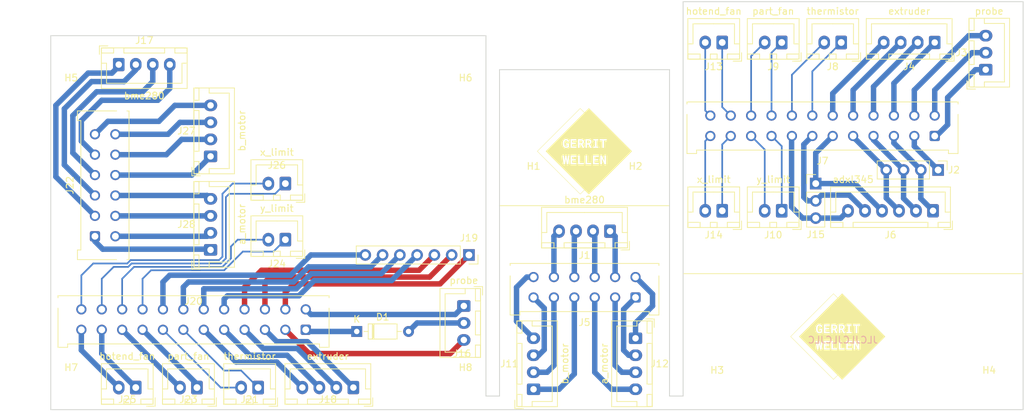
<source format=kicad_pcb>
(kicad_pcb (version 20171130) (host pcbnew "(5.1.9)-1")

  (general
    (thickness 1.6)
    (drawings 24)
    (tracks 250)
    (zones 0)
    (modules 39)
    (nets 74)
  )

  (page A4)
  (layers
    (0 F.Cu signal)
    (31 B.Cu signal)
    (32 B.Adhes user)
    (33 F.Adhes user)
    (34 B.Paste user)
    (35 F.Paste user)
    (36 B.SilkS user)
    (37 F.SilkS user)
    (38 B.Mask user)
    (39 F.Mask user)
    (40 Dwgs.User user)
    (41 Cmts.User user)
    (42 Eco1.User user)
    (43 Eco2.User user)
    (44 Edge.Cuts user)
    (45 Margin user)
    (46 B.CrtYd user)
    (47 F.CrtYd user)
    (48 B.Fab user)
    (49 F.Fab user)
  )

  (setup
    (last_trace_width 0.25)
    (user_trace_width 0.8)
    (trace_clearance 0.2)
    (zone_clearance 0.508)
    (zone_45_only no)
    (trace_min 0.2)
    (via_size 0.8)
    (via_drill 0.4)
    (via_min_size 0.4)
    (via_min_drill 0.3)
    (uvia_size 0.3)
    (uvia_drill 0.1)
    (uvias_allowed no)
    (uvia_min_size 0.2)
    (uvia_min_drill 0.1)
    (edge_width 0.12)
    (segment_width 0.12)
    (pcb_text_width 0.3)
    (pcb_text_size 1.5 1.5)
    (mod_edge_width 0.12)
    (mod_text_size 1 1)
    (mod_text_width 0.15)
    (pad_size 1.524 1.524)
    (pad_drill 0.762)
    (pad_to_mask_clearance 0)
    (aux_axis_origin 0 0)
    (visible_elements 7FFFFFFF)
    (pcbplotparams
      (layerselection 0x010fc_ffffffff)
      (usegerberextensions false)
      (usegerberattributes true)
      (usegerberadvancedattributes true)
      (creategerberjobfile true)
      (excludeedgelayer true)
      (linewidth 0.100000)
      (plotframeref false)
      (viasonmask false)
      (mode 1)
      (useauxorigin false)
      (hpglpennumber 1)
      (hpglpenspeed 20)
      (hpglpendiameter 15.000000)
      (psnegative false)
      (psa4output false)
      (plotreference true)
      (plotvalue true)
      (plotinvisibletext false)
      (padsonsilk false)
      (subtractmaskfromsilk false)
      (outputformat 1)
      (mirror false)
      (drillshape 0)
      (scaleselection 1)
      (outputdirectory "../Production/"))
  )

  (net 0 "")
  (net 1 "Net-(D1-Pad2)")
  (net 2 "Net-(D1-Pad1)")
  (net 3 "Net-(J1-Pad4)")
  (net 4 "Net-(J1-Pad3)")
  (net 5 "Net-(J1-Pad2)")
  (net 6 "Net-(J1-Pad1)")
  (net 7 "Net-(J2-Pad4)")
  (net 8 "Net-(J2-Pad3)")
  (net 9 "Net-(J2-Pad2)")
  (net 10 "Net-(J2-Pad1)")
  (net 11 "Net-(J3-Pad3)")
  (net 12 "Net-(J3-Pad2)")
  (net 13 "Net-(J3-Pad1)")
  (net 14 "Net-(J4-Pad4)")
  (net 15 "Net-(J4-Pad3)")
  (net 16 "Net-(J4-Pad2)")
  (net 17 "Net-(J4-Pad1)")
  (net 18 "Net-(J11-Pad4)")
  (net 19 "Net-(J12-Pad1)")
  (net 20 "Net-(J11-Pad3)")
  (net 21 "Net-(J11-Pad2)")
  (net 22 "Net-(J11-Pad1)")
  (net 23 "Net-(J12-Pad4)")
  (net 24 "Net-(J12-Pad3)")
  (net 25 "Net-(J12-Pad2)")
  (net 26 "Net-(J15-Pad3)")
  (net 27 "Net-(J15-Pad2)")
  (net 28 "Net-(J15-Pad1)")
  (net 29 "Net-(J13-Pad2)")
  (net 30 "Net-(J13-Pad1)")
  (net 31 "Net-(J7-Pad22)")
  (net 32 "Net-(J7-Pad21)")
  (net 33 "Net-(J7-Pad20)")
  (net 34 "Net-(J7-Pad19)")
  (net 35 "Net-(J14-Pad2)")
  (net 36 "Net-(J14-Pad1)")
  (net 37 "Net-(J10-Pad2)")
  (net 38 "Net-(J10-Pad1)")
  (net 39 "Net-(J16-Pad3)")
  (net 40 "Net-(J16-Pad1)")
  (net 41 "Net-(J17-Pad4)")
  (net 42 "Net-(J17-Pad3)")
  (net 43 "Net-(J17-Pad2)")
  (net 44 "Net-(J17-Pad1)")
  (net 45 "Net-(J18-Pad4)")
  (net 46 "Net-(J18-Pad3)")
  (net 47 "Net-(J18-Pad2)")
  (net 48 "Net-(J18-Pad1)")
  (net 49 "Net-(J19-Pad7)")
  (net 50 "Net-(J19-Pad6)")
  (net 51 "Net-(J19-Pad5)")
  (net 52 "Net-(J19-Pad4)")
  (net 53 "Net-(J19-Pad3)")
  (net 54 "Net-(J19-Pad2)")
  (net 55 "Net-(J19-Pad1)")
  (net 56 "Net-(J20-Pad24)")
  (net 57 "Net-(J20-Pad23)")
  (net 58 "Net-(J20-Pad22)")
  (net 59 "Net-(J20-Pad21)")
  (net 60 "Net-(J20-Pad12)")
  (net 61 "Net-(J20-Pad11)")
  (net 62 "Net-(J20-Pad10)")
  (net 63 "Net-(J20-Pad9)")
  (net 64 "Net-(J20-Pad8)")
  (net 65 "Net-(J20-Pad7)")
  (net 66 "Net-(J22-Pad12)")
  (net 67 "Net-(J22-Pad11)")
  (net 68 "Net-(J22-Pad10)")
  (net 69 "Net-(J22-Pad9)")
  (net 70 "Net-(J22-Pad8)")
  (net 71 "Net-(J22-Pad7)")
  (net 72 "Net-(J22-Pad6)")
  (net 73 "Net-(J22-Pad1)")

  (net_class Default "This is the default net class."
    (clearance 0.2)
    (trace_width 0.25)
    (via_dia 0.8)
    (via_drill 0.4)
    (uvia_dia 0.3)
    (uvia_drill 0.1)
    (add_net "Net-(D1-Pad1)")
    (add_net "Net-(D1-Pad2)")
    (add_net "Net-(J1-Pad1)")
    (add_net "Net-(J1-Pad2)")
    (add_net "Net-(J1-Pad3)")
    (add_net "Net-(J1-Pad4)")
    (add_net "Net-(J10-Pad1)")
    (add_net "Net-(J10-Pad2)")
    (add_net "Net-(J11-Pad1)")
    (add_net "Net-(J11-Pad2)")
    (add_net "Net-(J11-Pad3)")
    (add_net "Net-(J11-Pad4)")
    (add_net "Net-(J12-Pad1)")
    (add_net "Net-(J12-Pad2)")
    (add_net "Net-(J12-Pad3)")
    (add_net "Net-(J12-Pad4)")
    (add_net "Net-(J13-Pad1)")
    (add_net "Net-(J13-Pad2)")
    (add_net "Net-(J14-Pad1)")
    (add_net "Net-(J14-Pad2)")
    (add_net "Net-(J15-Pad1)")
    (add_net "Net-(J15-Pad2)")
    (add_net "Net-(J15-Pad3)")
    (add_net "Net-(J16-Pad1)")
    (add_net "Net-(J16-Pad3)")
    (add_net "Net-(J17-Pad1)")
    (add_net "Net-(J17-Pad2)")
    (add_net "Net-(J17-Pad3)")
    (add_net "Net-(J17-Pad4)")
    (add_net "Net-(J18-Pad1)")
    (add_net "Net-(J18-Pad2)")
    (add_net "Net-(J18-Pad3)")
    (add_net "Net-(J18-Pad4)")
    (add_net "Net-(J19-Pad1)")
    (add_net "Net-(J19-Pad2)")
    (add_net "Net-(J19-Pad3)")
    (add_net "Net-(J19-Pad4)")
    (add_net "Net-(J19-Pad5)")
    (add_net "Net-(J19-Pad6)")
    (add_net "Net-(J19-Pad7)")
    (add_net "Net-(J2-Pad1)")
    (add_net "Net-(J2-Pad2)")
    (add_net "Net-(J2-Pad3)")
    (add_net "Net-(J2-Pad4)")
    (add_net "Net-(J20-Pad10)")
    (add_net "Net-(J20-Pad11)")
    (add_net "Net-(J20-Pad12)")
    (add_net "Net-(J20-Pad21)")
    (add_net "Net-(J20-Pad22)")
    (add_net "Net-(J20-Pad23)")
    (add_net "Net-(J20-Pad24)")
    (add_net "Net-(J20-Pad7)")
    (add_net "Net-(J20-Pad8)")
    (add_net "Net-(J20-Pad9)")
    (add_net "Net-(J22-Pad1)")
    (add_net "Net-(J22-Pad10)")
    (add_net "Net-(J22-Pad11)")
    (add_net "Net-(J22-Pad12)")
    (add_net "Net-(J22-Pad6)")
    (add_net "Net-(J22-Pad7)")
    (add_net "Net-(J22-Pad8)")
    (add_net "Net-(J22-Pad9)")
    (add_net "Net-(J3-Pad1)")
    (add_net "Net-(J3-Pad2)")
    (add_net "Net-(J3-Pad3)")
    (add_net "Net-(J4-Pad1)")
    (add_net "Net-(J4-Pad2)")
    (add_net "Net-(J4-Pad3)")
    (add_net "Net-(J4-Pad4)")
    (add_net "Net-(J7-Pad19)")
    (add_net "Net-(J7-Pad20)")
    (add_net "Net-(J7-Pad21)")
    (add_net "Net-(J7-Pad22)")
  )

  (module Logo_footprint:logo_14mm (layer F.Cu) (tedit 0) (tstamp 604073B5)
    (at 98.5 37)
    (fp_text reference G*** (at 0 0) (layer F.SilkS) hide
      (effects (font (size 1.524 1.524) (thickness 0.3)))
    )
    (fp_text value LOGO (at 0.75 0) (layer F.SilkS) hide
      (effects (font (size 1.524 1.524) (thickness 0.3)))
    )
    (fp_poly (pts (xy 3.806867 -3.171776) (xy 6.978643 -0.000001) (xy 3.806867 3.171775) (xy 0.635092 6.343551)
      (xy 0.317546 6.026196) (xy 0 5.70884) (xy -0.314419 6.02307) (xy -0.387806 6.09624)
      (xy -0.45547 6.163373) (xy -0.515331 6.22243) (xy -0.565309 6.271374) (xy -0.603324 6.308165)
      (xy -0.627296 6.330766) (xy -0.635103 6.3373) (xy -0.644449 6.328424) (xy -0.671109 6.302224)
      (xy -0.714442 6.25934) (xy -0.773808 6.200413) (xy -0.848564 6.126082) (xy -0.938068 6.036988)
      (xy -1.04168 5.933771) (xy -1.158758 5.817071) (xy -1.288661 5.687529) (xy -1.430746 5.545785)
      (xy -1.584372 5.392478) (xy -1.748898 5.228251) (xy -1.923682 5.053742) (xy -2.108083 4.869592)
      (xy -2.301459 4.676441) (xy -2.503168 4.474929) (xy -2.71257 4.265697) (xy -2.929022 4.049386)
      (xy -3.151883 3.826634) (xy -3.380512 3.598083) (xy -3.614267 3.364373) (xy -3.810004 3.168646)
      (xy -6.978638 -0.000007) (xy -6.902438 -0.000007) (xy -3.771904 3.130546) (xy -3.535857 3.366577)
      (xy -3.304412 3.597971) (xy -3.078214 3.824084) (xy -2.857909 4.044273) (xy -2.644141 4.257893)
      (xy -2.437557 4.464301) (xy -2.238802 4.662851) (xy -2.048521 4.8529) (xy -1.867359 5.033804)
      (xy -1.695963 5.204919) (xy -1.534977 5.365599) (xy -1.385048 5.515202) (xy -1.246819 5.653083)
      (xy -1.120938 5.778598) (xy -1.008048 5.891103) (xy -0.908797 5.989953) (xy -0.823828 6.074505)
      (xy -0.753789 6.144114) (xy -0.699323 6.198136) (xy -0.661076 6.235927) (xy -0.639695 6.256843)
      (xy -0.635112 6.2611) (xy -0.624943 6.252455) (xy -0.599026 6.22794) (xy -0.559533 6.189681)
      (xy -0.508639 6.139803) (xy -0.448518 6.080435) (xy -0.381344 6.013702) (xy -0.339827 5.972278)
      (xy -0.269649 5.901767) (xy -0.20562 5.836695) (xy -0.149876 5.779291) (xy -0.104552 5.731785)
      (xy -0.071785 5.696406) (xy -0.05371 5.675383) (xy -0.0508 5.670664) (xy -0.059672 5.660778)
      (xy -0.085836 5.633621) (xy -0.128613 5.589875) (xy -0.187325 5.53022) (xy -0.261296 5.455337)
      (xy -0.349847 5.365908) (xy -0.452299 5.262613) (xy -0.567976 5.146133) (xy -0.696199 5.01715)
      (xy -0.83629 4.876343) (xy -0.987572 4.724395) (xy -1.149367 4.561986) (xy -1.320996 4.389797)
      (xy -1.501782 4.20851) (xy -1.691046 4.018804) (xy -1.888112 3.821361) (xy -2.092301 3.616863)
      (xy -2.302934 3.405989) (xy -2.519335 3.189421) (xy -2.740826 2.96784) (xy -2.879715 2.828935)
      (xy -5.089985 0.618648) (xy -3.263838 0.618648) (xy -3.26213 0.632819) (xy -3.25725 0.669738)
      (xy -3.249527 0.726996) (xy -3.239291 0.802183) (xy -3.226871 0.892889) (xy -3.212596 0.996705)
      (xy -3.196796 1.111222) (xy -3.1798 1.234029) (xy -3.174938 1.269098) (xy -3.157688 1.393535)
      (xy -3.141542 1.510155) (xy -3.12683 1.616575) (xy -3.113878 1.710416) (xy -3.103015 1.789298)
      (xy -3.094569 1.850839) (xy -3.088868 1.89266) (xy -3.086241 1.912381) (xy -3.0861 1.913623)
      (xy -3.074346 1.91542) (xy -3.042867 1.916812) (xy -2.997334 1.917598) (xy -2.972042 1.9177)
      (xy -2.917736 1.917301) (xy -2.883652 1.915287) (xy -2.864616 1.910434) (xy -2.855453 1.901515)
      (xy -2.851401 1.889125) (xy -2.847805 1.869233) (xy -2.841052 1.827854) (xy -2.83171 1.768628)
      (xy -2.820348 1.695193) (xy -2.807533 1.611187) (xy -2.79465 1.525699) (xy -2.78117 1.436636)
      (xy -2.768728 1.356155) (xy -2.757857 1.287572) (xy -2.749091 1.234204) (xy -2.742965 1.199367)
      (xy -2.740024 1.18639) (xy -2.736991 1.197229) (xy -2.730634 1.230053) (xy -2.721491 1.281742)
      (xy -2.710097 1.349175) (xy -2.696988 1.429233) (xy -2.682701 1.518795) (xy -2.680319 1.533941)
      (xy -2.665756 1.626) (xy -2.652219 1.710203) (xy -2.640266 1.783181) (xy -2.630456 1.84157)
      (xy -2.623347 1.882003) (xy -2.619497 1.901113) (xy -2.619277 1.901825) (xy -2.605746 1.910439)
      (xy -2.571409 1.915623) (xy -2.514239 1.917649) (xy -2.500784 1.9177) (xy -2.446861 1.917291)
      (xy -2.41313 1.915234) (xy -2.394384 1.91028) (xy -2.385419 1.901181) (xy -2.38157 1.889125)
      (xy -2.378318 1.869903) (xy -2.37216 1.828823) (xy -2.363505 1.768887) (xy -2.352764 1.693098)
      (xy -2.340347 1.60446) (xy -2.326665 1.505975) (xy -2.312128 1.400647) (xy -2.297146 1.291478)
      (xy -2.282129 1.181473) (xy -2.267489 1.073633) (xy -2.253635 0.970963) (xy -2.240977 0.876465)
      (xy -2.229926 0.793142) (xy -2.220893 0.723998) (xy -2.214287 0.672036) (xy -2.210518 0.640258)
      (xy -2.209785 0.631825) (xy -2.212645 0.621133) (xy -2.224365 0.614506) (xy -2.249684 0.61101)
      (xy -2.293341 0.609714) (xy -2.322724 0.6096) (xy -2.0574 0.6096) (xy -2.0574 1.9177)
      (xy -1.1811 1.9177) (xy -1.1811 1.7145) (xy -1.8034 1.7145) (xy -1.8034 1.3462)
      (xy -1.27 1.3462) (xy -1.27 1.143) (xy -1.8034 1.143) (xy -1.8034 0.8255)
      (xy -1.1811 0.8255) (xy -1.1811 0.6096) (xy -0.9525 0.6096) (xy -0.9525 1.9177)
      (xy -0.0889 1.9177) (xy -0.0889 1.7145) (xy -0.6985 1.7145) (xy -0.6985 0.6096)
      (xy 0.1397 0.6096) (xy 0.1397 1.9177) (xy 1.0033 1.9177) (xy 1.0033 1.7145)
      (xy 0.3937 1.7145) (xy 0.3937 0.6096) (xy 1.2319 0.6096) (xy 1.2319 1.9177)
      (xy 2.1082 1.9177) (xy 2.3114 1.9177) (xy 2.5654 1.9177) (xy 2.565499 1.501775)
      (xy 2.565599 1.08585) (xy 2.743289 1.4986) (xy 2.784434 1.59426) (xy 2.822212 1.682258)
      (xy 2.85549 1.75994) (xy 2.883135 1.824656) (xy 2.904014 1.873755) (xy 2.916995 1.904584)
      (xy 2.920989 1.914525) (xy 2.932797 1.915857) (xy 2.964628 1.916915) (xy 3.011104 1.917562)
      (xy 3.048 1.9177) (xy 3.175 1.9177) (xy 3.175 0.6096) (xy 2.921351 0.6096)
      (xy 2.918 1.016013) (xy 2.91465 1.422427) (xy 2.740798 1.019188) (xy 2.566947 0.61595)
      (xy 2.439173 0.61233) (xy 2.3114 0.608711) (xy 2.3114 1.9177) (xy 2.1082 1.9177)
      (xy 2.1082 1.7145) (xy 1.4859 1.7145) (xy 1.4859 1.3462) (xy 2.0193 1.3462)
      (xy 2.0193 1.143) (xy 1.4859 1.143) (xy 1.4859 0.8255) (xy 2.1082 0.8255)
      (xy 2.1082 0.6096) (xy 1.2319 0.6096) (xy 0.3937 0.6096) (xy 0.1397 0.6096)
      (xy -0.6985 0.6096) (xy -0.9525 0.6096) (xy -1.1811 0.6096) (xy -2.0574 0.6096)
      (xy -2.322724 0.6096) (xy -2.376714 0.610007) (xy -2.410511 0.61206) (xy -2.429321 0.617002)
      (xy -2.438347 0.626078) (xy -2.442261 0.638175) (xy -2.445425 0.657883) (xy -2.451068 0.69931)
      (xy -2.458746 0.758943) (xy -2.468016 0.833271) (xy -2.478435 0.918781) (xy -2.489558 1.011959)
      (xy -2.491156 1.025499) (xy -2.533437 1.384249) (xy -2.590694 1.000099) (xy -2.64795 0.61595)
      (xy -2.739166 0.612235) (xy -2.830382 0.608521) (xy -2.838511 0.663035) (xy -2.842502 0.690346)
      (xy -2.849489 0.738748) (xy -2.858891 0.804185) (xy -2.870125 0.882603) (xy -2.882611 0.969945)
      (xy -2.893583 1.046851) (xy -2.940526 1.376152) (xy -3.02895 0.61595) (xy -3.146425 0.612298)
      (xy -3.197485 0.611711) (xy -3.237319 0.613158) (xy -3.26035 0.616336) (xy -3.263838 0.618648)
      (xy -5.089985 0.618648) (xy -5.708629 0) (xy -4.520394 -1.188245) (xy -3.211627 -1.188245)
      (xy -3.211017 -1.088715) (xy -3.206184 -0.994127) (xy -3.197219 -0.913702) (xy -3.195125 -0.90117)
      (xy -3.16484 -0.790757) (xy -3.116687 -0.692705) (xy -3.052833 -0.609942) (xy -2.975444 -0.545395)
      (xy -2.904465 -0.508531) (xy -2.846345 -0.493493) (xy -2.771766 -0.485705) (xy -2.688554 -0.484965)
      (xy -2.604532 -0.49107) (xy -2.527523 -0.503817) (xy -2.473463 -0.519708) (xy -2.420476 -0.543503)
      (xy -2.365867 -0.573136) (xy -2.340113 -0.589478) (xy -2.27965 -0.631133) (xy -2.276223 -0.899767)
      (xy -2.272795 -1.1684) (xy -2.7432 -1.1684) (xy -2.7432 -0.9779) (xy -2.526381 -0.9779)
      (xy -2.530016 -0.854215) (xy -2.531931 -0.797368) (xy -2.534699 -0.760512) (xy -2.539905 -0.738249)
      (xy -2.549134 -0.72518) (xy -2.563972 -0.715907) (xy -2.57175 -0.712091) (xy -2.617062 -0.697586)
      (xy -2.673987 -0.689332) (xy -2.731982 -0.687974) (xy -2.780504 -0.694152) (xy -2.794088 -0.698537)
      (xy -2.844652 -0.731916) (xy -2.888924 -0.785033) (xy -2.922571 -0.852301) (xy -2.929579 -0.873182)
      (xy -2.939402 -0.921667) (xy -2.946579 -0.98878) (xy -2.951034 -1.067877) (xy -2.952689 -1.152317)
      (xy -2.951469 -1.235455) (xy -2.947295 -1.310651) (xy -2.940093 -1.371261) (xy -2.935584 -1.393039)
      (xy -2.905449 -1.476618) (xy -2.863328 -1.541016) (xy -2.810983 -1.58485) (xy -2.750179 -1.606737)
      (xy -2.68268 -1.605295) (xy -2.668776 -1.602149) (xy -2.608563 -1.576069) (xy -2.565635 -1.532498)
      (xy -2.538022 -1.469397) (xy -2.537021 -1.46574) (xy -2.522032 -1.4097) (xy -2.27215 -1.4097)
      (xy -2.280928 -1.457325) (xy -2.310741 -1.56126) (xy -2.358408 -1.64939) (xy -2.422758 -1.719776)
      (xy -2.45336 -1.742833) (xy -2.507818 -1.774017) (xy -2.565261 -1.794429) (xy -2.618661 -1.8034)
      (xy -2.0574 -1.8034) (xy -2.0574 -0.4953) (xy -1.1811 -0.4953) (xy -1.1811 -0.6985)
      (xy -1.8034 -0.6985) (xy -1.8034 -1.0668) (xy -1.27 -1.0668) (xy -1.27 -1.27)
      (xy -1.8034 -1.27) (xy -1.8034 -1.5875) (xy -1.1811 -1.5875) (xy -1.1811 -1.8034)
      (xy -0.9779 -1.8034) (xy -0.9779 -0.4953) (xy -0.7239 -0.4953) (xy -0.7239 -0.9779)
      (xy -0.533528 -0.9779) (xy -0.41275 -0.7366) (xy -0.291973 -0.4953) (xy -0.011053 -0.4953)
      (xy -0.152842 -0.769203) (xy -0.191976 -0.845267) (xy -0.226609 -0.913484) (xy -0.255205 -0.970748)
      (xy -0.276224 -1.013957) (xy -0.28813 -1.040006) (xy -0.29019 -1.046397) (xy -0.277553 -1.054376)
      (xy -0.251016 -1.070554) (xy -0.238344 -1.078196) (xy -0.168497 -1.134146) (xy -0.11575 -1.205022)
      (xy -0.080762 -1.286389) (xy -0.06419 -1.373813) (xy -0.066692 -1.46286) (xy -0.088927 -1.549095)
      (xy -0.131551 -1.628085) (xy -0.1528 -1.65479) (xy -0.195091 -1.696323) (xy -0.243346 -1.729882)
      (xy -0.300462 -1.756172) (xy -0.369334 -1.775896) (xy -0.452857 -1.789756) (xy -0.553929 -1.798456)
      (xy -0.675444 -1.802699) (xy -0.764842 -1.8034) (xy 0.127 -1.8034) (xy 0.127 -0.4953)
      (xy 0.381 -0.4953) (xy 0.381 -0.9779) (xy 0.565684 -0.9779) (xy 0.6858 -0.7366)
      (xy 0.805915 -0.4953) (xy 0.942707 -0.4953) (xy 0.99821 -0.495935) (xy 1.042888 -0.497654)
      (xy 1.071562 -0.500179) (xy 1.0795 -0.502635) (xy 1.073884 -0.515504) (xy 1.058124 -0.547662)
      (xy 1.033847 -0.595893) (xy 1.002679 -0.656979) (xy 0.981291 -0.6985) (xy 1.27 -0.6985)
      (xy 1.27 -0.4953) (xy 2.032 -0.4953) (xy 2.032 -0.6985) (xy 1.778 -0.6985)
      (xy 1.778 -1.5875) (xy 2.032 -1.5875) (xy 2.032 -1.8034) (xy 2.2225 -1.8034)
      (xy 2.2225 -1.5875) (xy 2.6162 -1.5875) (xy 2.6162 -0.4953) (xy 2.8702 -0.4953)
      (xy 2.8702 -1.5875) (xy 3.2766 -1.5875) (xy 3.2766 -1.8034) (xy 2.2225 -1.8034)
      (xy 2.032 -1.8034) (xy 2.032 -1.803778) (xy 1.27635 -1.79705) (xy 1.27635 -1.59385)
      (xy 1.400175 -1.590216) (xy 1.524 -1.586581) (xy 1.524 -0.6985) (xy 1.27 -0.6985)
      (xy 0.981291 -0.6985) (xy 0.966248 -0.727702) (xy 0.94149 -0.775446) (xy 0.803481 -1.040923)
      (xy 0.865829 -1.080931) (xy 0.934164 -1.138421) (xy 0.98731 -1.210976) (xy 1.016058 -1.277888)
      (xy 1.026967 -1.341095) (xy 1.02793 -1.416103) (xy 1.019771 -1.492763) (xy 1.003314 -1.560926)
      (xy 0.990581 -1.591995) (xy 0.956276 -1.647408) (xy 0.913118 -1.693063) (xy 0.858813 -1.729699)
      (xy 0.791072 -1.758053) (xy 0.707601 -1.778862) (xy 0.606109 -1.792864) (xy 0.484305 -1.800796)
      (xy 0.339896 -1.803397) (xy 0.333708 -1.8034) (xy 0.127 -1.8034) (xy -0.764842 -1.8034)
      (xy -0.9779 -1.8034) (xy -1.1811 -1.8034) (xy -2.0574 -1.8034) (xy -2.618661 -1.8034)
      (xy -2.632632 -1.805747) (xy -2.716876 -1.809644) (xy -2.7305 -1.809693) (xy -2.791187 -1.808748)
      (xy -2.834987 -1.80495) (xy -2.870378 -1.79675) (xy -2.90584 -1.782599) (xy -2.922582 -1.774614)
      (xy -3.005968 -1.720189) (xy -3.078496 -1.645893) (xy -3.137293 -1.555968) (xy -3.179488 -1.454655)
      (xy -3.199801 -1.36525) (xy -3.207919 -1.283497) (xy -3.211627 -1.188245) (xy -4.520394 -1.188245)
      (xy -2.879715 -2.828936) (xy -2.655423 -3.05327) (xy -2.435802 -3.273011) (xy -2.22153 -3.487478)
      (xy -2.013285 -3.69599) (xy -1.811745 -3.897866) (xy -1.617587 -4.092426) (xy -1.43149 -4.278987)
      (xy -1.254132 -4.45687) (xy -1.08619 -4.625393) (xy -0.928343 -4.783875) (xy -0.781267 -4.931636)
      (xy -0.645642 -5.067994) (xy -0.522145 -5.192268) (xy -0.411454 -5.303777) (xy -0.314246 -5.401841)
      (xy -0.231201 -5.485779) (xy -0.162995 -5.554909) (xy -0.110306 -5.60855) (xy -0.073813 -5.646022)
      (xy -0.054194 -5.666643) (xy -0.0508 -5.670665) (xy -0.059474 -5.682422) (xy -0.084077 -5.709829)
      (xy -0.122486 -5.75067) (xy -0.172576 -5.80273) (xy -0.232222 -5.863791) (xy -0.299301 -5.931638)
      (xy -0.342951 -5.975401) (xy -0.635101 -6.267344) (xy -3.768769 -3.133675) (xy -6.902438 -0.000007)
      (xy -6.978638 -0.000007) (xy -3.806865 -3.171779) (xy -0.635093 -6.343552) (xy -0.317547 -6.026197)
      (xy 0 -5.708841) (xy 0.317546 -6.026197) (xy 0.635092 -6.343552) (xy 3.806867 -3.171776)) (layer F.SilkS) (width 0.01))
    (fp_poly (pts (xy -0.593725 -1.587481) (xy -0.501407 -1.583084) (xy -0.430942 -1.56887) (xy -0.380157 -1.543254)
      (xy -0.346877 -1.504652) (xy -0.328927 -1.451478) (xy -0.324085 -1.391008) (xy -0.329958 -1.323509)
      (xy -0.349436 -1.271942) (xy -0.384645 -1.23475) (xy -0.437714 -1.210379) (xy -0.510768 -1.197272)
      (xy -0.593725 -1.19382) (xy -0.7239 -1.1938) (xy -0.7239 -1.5875) (xy -0.593725 -1.587481)) (layer F.SilkS) (width 0.01))
    (fp_poly (pts (xy 0.580469 -1.584951) (xy 0.639436 -1.576212) (xy 0.684505 -1.559645) (xy 0.721221 -1.533615)
      (xy 0.7366 -1.518264) (xy 0.753653 -1.496507) (xy 0.76328 -1.472386) (xy 0.767501 -1.437914)
      (xy 0.76835 -1.392802) (xy 0.763331 -1.324267) (xy 0.746597 -1.27244) (xy 0.715632 -1.235401)
      (xy 0.66792 -1.211229) (xy 0.600944 -1.198005) (xy 0.512189 -1.193808) (xy 0.507569 -1.1938)
      (xy 0.381 -1.1938) (xy 0.381 -1.5875) (xy 0.502057 -1.5875) (xy 0.580469 -1.584951)) (layer F.SilkS) (width 0.01))
  )

  (module Logo_footprint:logo_14mm (layer F.Cu) (tedit 0) (tstamp 60407396)
    (at 135.75 64.25)
    (fp_text reference G*** (at 0 0) (layer F.SilkS) hide
      (effects (font (size 1.524 1.524) (thickness 0.3)))
    )
    (fp_text value LOGO (at 0.75 0) (layer F.SilkS) hide
      (effects (font (size 1.524 1.524) (thickness 0.3)))
    )
    (fp_poly (pts (xy 3.806867 -3.171776) (xy 6.978643 -0.000001) (xy 3.806867 3.171775) (xy 0.635092 6.343551)
      (xy 0.317546 6.026196) (xy 0 5.70884) (xy -0.314419 6.02307) (xy -0.387806 6.09624)
      (xy -0.45547 6.163373) (xy -0.515331 6.22243) (xy -0.565309 6.271374) (xy -0.603324 6.308165)
      (xy -0.627296 6.330766) (xy -0.635103 6.3373) (xy -0.644449 6.328424) (xy -0.671109 6.302224)
      (xy -0.714442 6.25934) (xy -0.773808 6.200413) (xy -0.848564 6.126082) (xy -0.938068 6.036988)
      (xy -1.04168 5.933771) (xy -1.158758 5.817071) (xy -1.288661 5.687529) (xy -1.430746 5.545785)
      (xy -1.584372 5.392478) (xy -1.748898 5.228251) (xy -1.923682 5.053742) (xy -2.108083 4.869592)
      (xy -2.301459 4.676441) (xy -2.503168 4.474929) (xy -2.71257 4.265697) (xy -2.929022 4.049386)
      (xy -3.151883 3.826634) (xy -3.380512 3.598083) (xy -3.614267 3.364373) (xy -3.810004 3.168646)
      (xy -6.978638 -0.000007) (xy -6.902438 -0.000007) (xy -3.771904 3.130546) (xy -3.535857 3.366577)
      (xy -3.304412 3.597971) (xy -3.078214 3.824084) (xy -2.857909 4.044273) (xy -2.644141 4.257893)
      (xy -2.437557 4.464301) (xy -2.238802 4.662851) (xy -2.048521 4.8529) (xy -1.867359 5.033804)
      (xy -1.695963 5.204919) (xy -1.534977 5.365599) (xy -1.385048 5.515202) (xy -1.246819 5.653083)
      (xy -1.120938 5.778598) (xy -1.008048 5.891103) (xy -0.908797 5.989953) (xy -0.823828 6.074505)
      (xy -0.753789 6.144114) (xy -0.699323 6.198136) (xy -0.661076 6.235927) (xy -0.639695 6.256843)
      (xy -0.635112 6.2611) (xy -0.624943 6.252455) (xy -0.599026 6.22794) (xy -0.559533 6.189681)
      (xy -0.508639 6.139803) (xy -0.448518 6.080435) (xy -0.381344 6.013702) (xy -0.339827 5.972278)
      (xy -0.269649 5.901767) (xy -0.20562 5.836695) (xy -0.149876 5.779291) (xy -0.104552 5.731785)
      (xy -0.071785 5.696406) (xy -0.05371 5.675383) (xy -0.0508 5.670664) (xy -0.059672 5.660778)
      (xy -0.085836 5.633621) (xy -0.128613 5.589875) (xy -0.187325 5.53022) (xy -0.261296 5.455337)
      (xy -0.349847 5.365908) (xy -0.452299 5.262613) (xy -0.567976 5.146133) (xy -0.696199 5.01715)
      (xy -0.83629 4.876343) (xy -0.987572 4.724395) (xy -1.149367 4.561986) (xy -1.320996 4.389797)
      (xy -1.501782 4.20851) (xy -1.691046 4.018804) (xy -1.888112 3.821361) (xy -2.092301 3.616863)
      (xy -2.302934 3.405989) (xy -2.519335 3.189421) (xy -2.740826 2.96784) (xy -2.879715 2.828935)
      (xy -5.089985 0.618648) (xy -3.263838 0.618648) (xy -3.26213 0.632819) (xy -3.25725 0.669738)
      (xy -3.249527 0.726996) (xy -3.239291 0.802183) (xy -3.226871 0.892889) (xy -3.212596 0.996705)
      (xy -3.196796 1.111222) (xy -3.1798 1.234029) (xy -3.174938 1.269098) (xy -3.157688 1.393535)
      (xy -3.141542 1.510155) (xy -3.12683 1.616575) (xy -3.113878 1.710416) (xy -3.103015 1.789298)
      (xy -3.094569 1.850839) (xy -3.088868 1.89266) (xy -3.086241 1.912381) (xy -3.0861 1.913623)
      (xy -3.074346 1.91542) (xy -3.042867 1.916812) (xy -2.997334 1.917598) (xy -2.972042 1.9177)
      (xy -2.917736 1.917301) (xy -2.883652 1.915287) (xy -2.864616 1.910434) (xy -2.855453 1.901515)
      (xy -2.851401 1.889125) (xy -2.847805 1.869233) (xy -2.841052 1.827854) (xy -2.83171 1.768628)
      (xy -2.820348 1.695193) (xy -2.807533 1.611187) (xy -2.79465 1.525699) (xy -2.78117 1.436636)
      (xy -2.768728 1.356155) (xy -2.757857 1.287572) (xy -2.749091 1.234204) (xy -2.742965 1.199367)
      (xy -2.740024 1.18639) (xy -2.736991 1.197229) (xy -2.730634 1.230053) (xy -2.721491 1.281742)
      (xy -2.710097 1.349175) (xy -2.696988 1.429233) (xy -2.682701 1.518795) (xy -2.680319 1.533941)
      (xy -2.665756 1.626) (xy -2.652219 1.710203) (xy -2.640266 1.783181) (xy -2.630456 1.84157)
      (xy -2.623347 1.882003) (xy -2.619497 1.901113) (xy -2.619277 1.901825) (xy -2.605746 1.910439)
      (xy -2.571409 1.915623) (xy -2.514239 1.917649) (xy -2.500784 1.9177) (xy -2.446861 1.917291)
      (xy -2.41313 1.915234) (xy -2.394384 1.91028) (xy -2.385419 1.901181) (xy -2.38157 1.889125)
      (xy -2.378318 1.869903) (xy -2.37216 1.828823) (xy -2.363505 1.768887) (xy -2.352764 1.693098)
      (xy -2.340347 1.60446) (xy -2.326665 1.505975) (xy -2.312128 1.400647) (xy -2.297146 1.291478)
      (xy -2.282129 1.181473) (xy -2.267489 1.073633) (xy -2.253635 0.970963) (xy -2.240977 0.876465)
      (xy -2.229926 0.793142) (xy -2.220893 0.723998) (xy -2.214287 0.672036) (xy -2.210518 0.640258)
      (xy -2.209785 0.631825) (xy -2.212645 0.621133) (xy -2.224365 0.614506) (xy -2.249684 0.61101)
      (xy -2.293341 0.609714) (xy -2.322724 0.6096) (xy -2.0574 0.6096) (xy -2.0574 1.9177)
      (xy -1.1811 1.9177) (xy -1.1811 1.7145) (xy -1.8034 1.7145) (xy -1.8034 1.3462)
      (xy -1.27 1.3462) (xy -1.27 1.143) (xy -1.8034 1.143) (xy -1.8034 0.8255)
      (xy -1.1811 0.8255) (xy -1.1811 0.6096) (xy -0.9525 0.6096) (xy -0.9525 1.9177)
      (xy -0.0889 1.9177) (xy -0.0889 1.7145) (xy -0.6985 1.7145) (xy -0.6985 0.6096)
      (xy 0.1397 0.6096) (xy 0.1397 1.9177) (xy 1.0033 1.9177) (xy 1.0033 1.7145)
      (xy 0.3937 1.7145) (xy 0.3937 0.6096) (xy 1.2319 0.6096) (xy 1.2319 1.9177)
      (xy 2.1082 1.9177) (xy 2.3114 1.9177) (xy 2.5654 1.9177) (xy 2.565499 1.501775)
      (xy 2.565599 1.08585) (xy 2.743289 1.4986) (xy 2.784434 1.59426) (xy 2.822212 1.682258)
      (xy 2.85549 1.75994) (xy 2.883135 1.824656) (xy 2.904014 1.873755) (xy 2.916995 1.904584)
      (xy 2.920989 1.914525) (xy 2.932797 1.915857) (xy 2.964628 1.916915) (xy 3.011104 1.917562)
      (xy 3.048 1.9177) (xy 3.175 1.9177) (xy 3.175 0.6096) (xy 2.921351 0.6096)
      (xy 2.918 1.016013) (xy 2.91465 1.422427) (xy 2.740798 1.019188) (xy 2.566947 0.61595)
      (xy 2.439173 0.61233) (xy 2.3114 0.608711) (xy 2.3114 1.9177) (xy 2.1082 1.9177)
      (xy 2.1082 1.7145) (xy 1.4859 1.7145) (xy 1.4859 1.3462) (xy 2.0193 1.3462)
      (xy 2.0193 1.143) (xy 1.4859 1.143) (xy 1.4859 0.8255) (xy 2.1082 0.8255)
      (xy 2.1082 0.6096) (xy 1.2319 0.6096) (xy 0.3937 0.6096) (xy 0.1397 0.6096)
      (xy -0.6985 0.6096) (xy -0.9525 0.6096) (xy -1.1811 0.6096) (xy -2.0574 0.6096)
      (xy -2.322724 0.6096) (xy -2.376714 0.610007) (xy -2.410511 0.61206) (xy -2.429321 0.617002)
      (xy -2.438347 0.626078) (xy -2.442261 0.638175) (xy -2.445425 0.657883) (xy -2.451068 0.69931)
      (xy -2.458746 0.758943) (xy -2.468016 0.833271) (xy -2.478435 0.918781) (xy -2.489558 1.011959)
      (xy -2.491156 1.025499) (xy -2.533437 1.384249) (xy -2.590694 1.000099) (xy -2.64795 0.61595)
      (xy -2.739166 0.612235) (xy -2.830382 0.608521) (xy -2.838511 0.663035) (xy -2.842502 0.690346)
      (xy -2.849489 0.738748) (xy -2.858891 0.804185) (xy -2.870125 0.882603) (xy -2.882611 0.969945)
      (xy -2.893583 1.046851) (xy -2.940526 1.376152) (xy -3.02895 0.61595) (xy -3.146425 0.612298)
      (xy -3.197485 0.611711) (xy -3.237319 0.613158) (xy -3.26035 0.616336) (xy -3.263838 0.618648)
      (xy -5.089985 0.618648) (xy -5.708629 0) (xy -4.520394 -1.188245) (xy -3.211627 -1.188245)
      (xy -3.211017 -1.088715) (xy -3.206184 -0.994127) (xy -3.197219 -0.913702) (xy -3.195125 -0.90117)
      (xy -3.16484 -0.790757) (xy -3.116687 -0.692705) (xy -3.052833 -0.609942) (xy -2.975444 -0.545395)
      (xy -2.904465 -0.508531) (xy -2.846345 -0.493493) (xy -2.771766 -0.485705) (xy -2.688554 -0.484965)
      (xy -2.604532 -0.49107) (xy -2.527523 -0.503817) (xy -2.473463 -0.519708) (xy -2.420476 -0.543503)
      (xy -2.365867 -0.573136) (xy -2.340113 -0.589478) (xy -2.27965 -0.631133) (xy -2.276223 -0.899767)
      (xy -2.272795 -1.1684) (xy -2.7432 -1.1684) (xy -2.7432 -0.9779) (xy -2.526381 -0.9779)
      (xy -2.530016 -0.854215) (xy -2.531931 -0.797368) (xy -2.534699 -0.760512) (xy -2.539905 -0.738249)
      (xy -2.549134 -0.72518) (xy -2.563972 -0.715907) (xy -2.57175 -0.712091) (xy -2.617062 -0.697586)
      (xy -2.673987 -0.689332) (xy -2.731982 -0.687974) (xy -2.780504 -0.694152) (xy -2.794088 -0.698537)
      (xy -2.844652 -0.731916) (xy -2.888924 -0.785033) (xy -2.922571 -0.852301) (xy -2.929579 -0.873182)
      (xy -2.939402 -0.921667) (xy -2.946579 -0.98878) (xy -2.951034 -1.067877) (xy -2.952689 -1.152317)
      (xy -2.951469 -1.235455) (xy -2.947295 -1.310651) (xy -2.940093 -1.371261) (xy -2.935584 -1.393039)
      (xy -2.905449 -1.476618) (xy -2.863328 -1.541016) (xy -2.810983 -1.58485) (xy -2.750179 -1.606737)
      (xy -2.68268 -1.605295) (xy -2.668776 -1.602149) (xy -2.608563 -1.576069) (xy -2.565635 -1.532498)
      (xy -2.538022 -1.469397) (xy -2.537021 -1.46574) (xy -2.522032 -1.4097) (xy -2.27215 -1.4097)
      (xy -2.280928 -1.457325) (xy -2.310741 -1.56126) (xy -2.358408 -1.64939) (xy -2.422758 -1.719776)
      (xy -2.45336 -1.742833) (xy -2.507818 -1.774017) (xy -2.565261 -1.794429) (xy -2.618661 -1.8034)
      (xy -2.0574 -1.8034) (xy -2.0574 -0.4953) (xy -1.1811 -0.4953) (xy -1.1811 -0.6985)
      (xy -1.8034 -0.6985) (xy -1.8034 -1.0668) (xy -1.27 -1.0668) (xy -1.27 -1.27)
      (xy -1.8034 -1.27) (xy -1.8034 -1.5875) (xy -1.1811 -1.5875) (xy -1.1811 -1.8034)
      (xy -0.9779 -1.8034) (xy -0.9779 -0.4953) (xy -0.7239 -0.4953) (xy -0.7239 -0.9779)
      (xy -0.533528 -0.9779) (xy -0.41275 -0.7366) (xy -0.291973 -0.4953) (xy -0.011053 -0.4953)
      (xy -0.152842 -0.769203) (xy -0.191976 -0.845267) (xy -0.226609 -0.913484) (xy -0.255205 -0.970748)
      (xy -0.276224 -1.013957) (xy -0.28813 -1.040006) (xy -0.29019 -1.046397) (xy -0.277553 -1.054376)
      (xy -0.251016 -1.070554) (xy -0.238344 -1.078196) (xy -0.168497 -1.134146) (xy -0.11575 -1.205022)
      (xy -0.080762 -1.286389) (xy -0.06419 -1.373813) (xy -0.066692 -1.46286) (xy -0.088927 -1.549095)
      (xy -0.131551 -1.628085) (xy -0.1528 -1.65479) (xy -0.195091 -1.696323) (xy -0.243346 -1.729882)
      (xy -0.300462 -1.756172) (xy -0.369334 -1.775896) (xy -0.452857 -1.789756) (xy -0.553929 -1.798456)
      (xy -0.675444 -1.802699) (xy -0.764842 -1.8034) (xy 0.127 -1.8034) (xy 0.127 -0.4953)
      (xy 0.381 -0.4953) (xy 0.381 -0.9779) (xy 0.565684 -0.9779) (xy 0.6858 -0.7366)
      (xy 0.805915 -0.4953) (xy 0.942707 -0.4953) (xy 0.99821 -0.495935) (xy 1.042888 -0.497654)
      (xy 1.071562 -0.500179) (xy 1.0795 -0.502635) (xy 1.073884 -0.515504) (xy 1.058124 -0.547662)
      (xy 1.033847 -0.595893) (xy 1.002679 -0.656979) (xy 0.981291 -0.6985) (xy 1.27 -0.6985)
      (xy 1.27 -0.4953) (xy 2.032 -0.4953) (xy 2.032 -0.6985) (xy 1.778 -0.6985)
      (xy 1.778 -1.5875) (xy 2.032 -1.5875) (xy 2.032 -1.8034) (xy 2.2225 -1.8034)
      (xy 2.2225 -1.5875) (xy 2.6162 -1.5875) (xy 2.6162 -0.4953) (xy 2.8702 -0.4953)
      (xy 2.8702 -1.5875) (xy 3.2766 -1.5875) (xy 3.2766 -1.8034) (xy 2.2225 -1.8034)
      (xy 2.032 -1.8034) (xy 2.032 -1.803778) (xy 1.27635 -1.79705) (xy 1.27635 -1.59385)
      (xy 1.400175 -1.590216) (xy 1.524 -1.586581) (xy 1.524 -0.6985) (xy 1.27 -0.6985)
      (xy 0.981291 -0.6985) (xy 0.966248 -0.727702) (xy 0.94149 -0.775446) (xy 0.803481 -1.040923)
      (xy 0.865829 -1.080931) (xy 0.934164 -1.138421) (xy 0.98731 -1.210976) (xy 1.016058 -1.277888)
      (xy 1.026967 -1.341095) (xy 1.02793 -1.416103) (xy 1.019771 -1.492763) (xy 1.003314 -1.560926)
      (xy 0.990581 -1.591995) (xy 0.956276 -1.647408) (xy 0.913118 -1.693063) (xy 0.858813 -1.729699)
      (xy 0.791072 -1.758053) (xy 0.707601 -1.778862) (xy 0.606109 -1.792864) (xy 0.484305 -1.800796)
      (xy 0.339896 -1.803397) (xy 0.333708 -1.8034) (xy 0.127 -1.8034) (xy -0.764842 -1.8034)
      (xy -0.9779 -1.8034) (xy -1.1811 -1.8034) (xy -2.0574 -1.8034) (xy -2.618661 -1.8034)
      (xy -2.632632 -1.805747) (xy -2.716876 -1.809644) (xy -2.7305 -1.809693) (xy -2.791187 -1.808748)
      (xy -2.834987 -1.80495) (xy -2.870378 -1.79675) (xy -2.90584 -1.782599) (xy -2.922582 -1.774614)
      (xy -3.005968 -1.720189) (xy -3.078496 -1.645893) (xy -3.137293 -1.555968) (xy -3.179488 -1.454655)
      (xy -3.199801 -1.36525) (xy -3.207919 -1.283497) (xy -3.211627 -1.188245) (xy -4.520394 -1.188245)
      (xy -2.879715 -2.828936) (xy -2.655423 -3.05327) (xy -2.435802 -3.273011) (xy -2.22153 -3.487478)
      (xy -2.013285 -3.69599) (xy -1.811745 -3.897866) (xy -1.617587 -4.092426) (xy -1.43149 -4.278987)
      (xy -1.254132 -4.45687) (xy -1.08619 -4.625393) (xy -0.928343 -4.783875) (xy -0.781267 -4.931636)
      (xy -0.645642 -5.067994) (xy -0.522145 -5.192268) (xy -0.411454 -5.303777) (xy -0.314246 -5.401841)
      (xy -0.231201 -5.485779) (xy -0.162995 -5.554909) (xy -0.110306 -5.60855) (xy -0.073813 -5.646022)
      (xy -0.054194 -5.666643) (xy -0.0508 -5.670665) (xy -0.059474 -5.682422) (xy -0.084077 -5.709829)
      (xy -0.122486 -5.75067) (xy -0.172576 -5.80273) (xy -0.232222 -5.863791) (xy -0.299301 -5.931638)
      (xy -0.342951 -5.975401) (xy -0.635101 -6.267344) (xy -3.768769 -3.133675) (xy -6.902438 -0.000007)
      (xy -6.978638 -0.000007) (xy -3.806865 -3.171779) (xy -0.635093 -6.343552) (xy -0.317547 -6.026197)
      (xy 0 -5.708841) (xy 0.317546 -6.026197) (xy 0.635092 -6.343552) (xy 3.806867 -3.171776)) (layer F.SilkS) (width 0.01))
    (fp_poly (pts (xy -0.593725 -1.587481) (xy -0.501407 -1.583084) (xy -0.430942 -1.56887) (xy -0.380157 -1.543254)
      (xy -0.346877 -1.504652) (xy -0.328927 -1.451478) (xy -0.324085 -1.391008) (xy -0.329958 -1.323509)
      (xy -0.349436 -1.271942) (xy -0.384645 -1.23475) (xy -0.437714 -1.210379) (xy -0.510768 -1.197272)
      (xy -0.593725 -1.19382) (xy -0.7239 -1.1938) (xy -0.7239 -1.5875) (xy -0.593725 -1.587481)) (layer F.SilkS) (width 0.01))
    (fp_poly (pts (xy 0.580469 -1.584951) (xy 0.639436 -1.576212) (xy 0.684505 -1.559645) (xy 0.721221 -1.533615)
      (xy 0.7366 -1.518264) (xy 0.753653 -1.496507) (xy 0.76328 -1.472386) (xy 0.767501 -1.437914)
      (xy 0.76835 -1.392802) (xy 0.763331 -1.324267) (xy 0.746597 -1.27244) (xy 0.715632 -1.235401)
      (xy 0.66792 -1.211229) (xy 0.600944 -1.198005) (xy 0.512189 -1.193808) (xy 0.507569 -1.1938)
      (xy 0.381 -1.1938) (xy 0.381 -1.5875) (xy 0.502057 -1.5875) (xy 0.580469 -1.584951)) (layer F.SilkS) (width 0.01))
  )

  (module Connector_JST:JST_XH_B4B-XH-A_1x04_P2.50mm_Vertical (layer F.Cu) (tedit 5C28146C) (tstamp 6032E896)
    (at 43.5 51.5 90)
    (descr "JST XH series connector, B4B-XH-A (http://www.jst-mfg.com/product/pdf/eng/eXH.pdf), generated with kicad-footprint-generator")
    (tags "connector JST XH vertical")
    (path /6033988B)
    (fp_text reference J28 (at 3.75 -3.55 180) (layer F.SilkS)
      (effects (font (size 1 1) (thickness 0.15)))
    )
    (fp_text value a_motor (at 3.75 4.6 90) (layer F.SilkS)
      (effects (font (size 1 1) (thickness 0.15)))
    )
    (fp_line (start -2.45 -2.35) (end -2.45 3.4) (layer F.Fab) (width 0.1))
    (fp_line (start -2.45 3.4) (end 9.95 3.4) (layer F.Fab) (width 0.1))
    (fp_line (start 9.95 3.4) (end 9.95 -2.35) (layer F.Fab) (width 0.1))
    (fp_line (start 9.95 -2.35) (end -2.45 -2.35) (layer F.Fab) (width 0.1))
    (fp_line (start -2.56 -2.46) (end -2.56 3.51) (layer F.SilkS) (width 0.12))
    (fp_line (start -2.56 3.51) (end 10.06 3.51) (layer F.SilkS) (width 0.12))
    (fp_line (start 10.06 3.51) (end 10.06 -2.46) (layer F.SilkS) (width 0.12))
    (fp_line (start 10.06 -2.46) (end -2.56 -2.46) (layer F.SilkS) (width 0.12))
    (fp_line (start -2.95 -2.85) (end -2.95 3.9) (layer F.CrtYd) (width 0.05))
    (fp_line (start -2.95 3.9) (end 10.45 3.9) (layer F.CrtYd) (width 0.05))
    (fp_line (start 10.45 3.9) (end 10.45 -2.85) (layer F.CrtYd) (width 0.05))
    (fp_line (start 10.45 -2.85) (end -2.95 -2.85) (layer F.CrtYd) (width 0.05))
    (fp_line (start -0.625 -2.35) (end 0 -1.35) (layer F.Fab) (width 0.1))
    (fp_line (start 0 -1.35) (end 0.625 -2.35) (layer F.Fab) (width 0.1))
    (fp_line (start 0.75 -2.45) (end 0.75 -1.7) (layer F.SilkS) (width 0.12))
    (fp_line (start 0.75 -1.7) (end 6.75 -1.7) (layer F.SilkS) (width 0.12))
    (fp_line (start 6.75 -1.7) (end 6.75 -2.45) (layer F.SilkS) (width 0.12))
    (fp_line (start 6.75 -2.45) (end 0.75 -2.45) (layer F.SilkS) (width 0.12))
    (fp_line (start -2.55 -2.45) (end -2.55 -1.7) (layer F.SilkS) (width 0.12))
    (fp_line (start -2.55 -1.7) (end -0.75 -1.7) (layer F.SilkS) (width 0.12))
    (fp_line (start -0.75 -1.7) (end -0.75 -2.45) (layer F.SilkS) (width 0.12))
    (fp_line (start -0.75 -2.45) (end -2.55 -2.45) (layer F.SilkS) (width 0.12))
    (fp_line (start 8.25 -2.45) (end 8.25 -1.7) (layer F.SilkS) (width 0.12))
    (fp_line (start 8.25 -1.7) (end 10.05 -1.7) (layer F.SilkS) (width 0.12))
    (fp_line (start 10.05 -1.7) (end 10.05 -2.45) (layer F.SilkS) (width 0.12))
    (fp_line (start 10.05 -2.45) (end 8.25 -2.45) (layer F.SilkS) (width 0.12))
    (fp_line (start -2.55 -0.2) (end -1.8 -0.2) (layer F.SilkS) (width 0.12))
    (fp_line (start -1.8 -0.2) (end -1.8 2.75) (layer F.SilkS) (width 0.12))
    (fp_line (start -1.8 2.75) (end 3.75 2.75) (layer F.SilkS) (width 0.12))
    (fp_line (start 10.05 -0.2) (end 9.3 -0.2) (layer F.SilkS) (width 0.12))
    (fp_line (start 9.3 -0.2) (end 9.3 2.75) (layer F.SilkS) (width 0.12))
    (fp_line (start 9.3 2.75) (end 3.75 2.75) (layer F.SilkS) (width 0.12))
    (fp_line (start -1.6 -2.75) (end -2.85 -2.75) (layer F.SilkS) (width 0.12))
    (fp_line (start -2.85 -2.75) (end -2.85 -1.5) (layer F.SilkS) (width 0.12))
    (fp_text user %R (at 3.75 2.7 90) (layer F.Fab)
      (effects (font (size 1 1) (thickness 0.15)))
    )
    (pad 4 thru_hole oval (at 7.5 0 90) (size 1.7 1.95) (drill 0.95) (layers *.Cu *.Mask)
      (net 69 "Net-(J22-Pad9)"))
    (pad 3 thru_hole oval (at 5 0 90) (size 1.7 1.95) (drill 0.95) (layers *.Cu *.Mask)
      (net 70 "Net-(J22-Pad8)"))
    (pad 2 thru_hole oval (at 2.5 0 90) (size 1.7 1.95) (drill 0.95) (layers *.Cu *.Mask)
      (net 71 "Net-(J22-Pad7)"))
    (pad 1 thru_hole roundrect (at 0 0 90) (size 1.7 1.95) (drill 0.95) (layers *.Cu *.Mask) (roundrect_rratio 0.1470588235294118)
      (net 73 "Net-(J22-Pad1)"))
    (model ${KISYS3DMOD}/Connector_JST.3dshapes/JST_XH_B4B-XH-A_1x04_P2.50mm_Vertical.wrl
      (at (xyz 0 0 0))
      (scale (xyz 1 1 1))
      (rotate (xyz 0 0 0))
    )
  )

  (module Connector_JST:JST_XH_B4B-XH-A_1x04_P2.50mm_Vertical (layer F.Cu) (tedit 5C28146C) (tstamp 6032E86B)
    (at 43.5 37.75 90)
    (descr "JST XH series connector, B4B-XH-A (http://www.jst-mfg.com/product/pdf/eng/eXH.pdf), generated with kicad-footprint-generator")
    (tags "connector JST XH vertical")
    (path /60339A92)
    (fp_text reference J27 (at 3.75 -3.55 180) (layer F.SilkS)
      (effects (font (size 1 1) (thickness 0.15)))
    )
    (fp_text value b_motor (at 3.75 4.6 90) (layer F.SilkS)
      (effects (font (size 1 1) (thickness 0.15)))
    )
    (fp_line (start -2.45 -2.35) (end -2.45 3.4) (layer F.Fab) (width 0.1))
    (fp_line (start -2.45 3.4) (end 9.95 3.4) (layer F.Fab) (width 0.1))
    (fp_line (start 9.95 3.4) (end 9.95 -2.35) (layer F.Fab) (width 0.1))
    (fp_line (start 9.95 -2.35) (end -2.45 -2.35) (layer F.Fab) (width 0.1))
    (fp_line (start -2.56 -2.46) (end -2.56 3.51) (layer F.SilkS) (width 0.12))
    (fp_line (start -2.56 3.51) (end 10.06 3.51) (layer F.SilkS) (width 0.12))
    (fp_line (start 10.06 3.51) (end 10.06 -2.46) (layer F.SilkS) (width 0.12))
    (fp_line (start 10.06 -2.46) (end -2.56 -2.46) (layer F.SilkS) (width 0.12))
    (fp_line (start -2.95 -2.85) (end -2.95 3.9) (layer F.CrtYd) (width 0.05))
    (fp_line (start -2.95 3.9) (end 10.45 3.9) (layer F.CrtYd) (width 0.05))
    (fp_line (start 10.45 3.9) (end 10.45 -2.85) (layer F.CrtYd) (width 0.05))
    (fp_line (start 10.45 -2.85) (end -2.95 -2.85) (layer F.CrtYd) (width 0.05))
    (fp_line (start -0.625 -2.35) (end 0 -1.35) (layer F.Fab) (width 0.1))
    (fp_line (start 0 -1.35) (end 0.625 -2.35) (layer F.Fab) (width 0.1))
    (fp_line (start 0.75 -2.45) (end 0.75 -1.7) (layer F.SilkS) (width 0.12))
    (fp_line (start 0.75 -1.7) (end 6.75 -1.7) (layer F.SilkS) (width 0.12))
    (fp_line (start 6.75 -1.7) (end 6.75 -2.45) (layer F.SilkS) (width 0.12))
    (fp_line (start 6.75 -2.45) (end 0.75 -2.45) (layer F.SilkS) (width 0.12))
    (fp_line (start -2.55 -2.45) (end -2.55 -1.7) (layer F.SilkS) (width 0.12))
    (fp_line (start -2.55 -1.7) (end -0.75 -1.7) (layer F.SilkS) (width 0.12))
    (fp_line (start -0.75 -1.7) (end -0.75 -2.45) (layer F.SilkS) (width 0.12))
    (fp_line (start -0.75 -2.45) (end -2.55 -2.45) (layer F.SilkS) (width 0.12))
    (fp_line (start 8.25 -2.45) (end 8.25 -1.7) (layer F.SilkS) (width 0.12))
    (fp_line (start 8.25 -1.7) (end 10.05 -1.7) (layer F.SilkS) (width 0.12))
    (fp_line (start 10.05 -1.7) (end 10.05 -2.45) (layer F.SilkS) (width 0.12))
    (fp_line (start 10.05 -2.45) (end 8.25 -2.45) (layer F.SilkS) (width 0.12))
    (fp_line (start -2.55 -0.2) (end -1.8 -0.2) (layer F.SilkS) (width 0.12))
    (fp_line (start -1.8 -0.2) (end -1.8 2.75) (layer F.SilkS) (width 0.12))
    (fp_line (start -1.8 2.75) (end 3.75 2.75) (layer F.SilkS) (width 0.12))
    (fp_line (start 10.05 -0.2) (end 9.3 -0.2) (layer F.SilkS) (width 0.12))
    (fp_line (start 9.3 -0.2) (end 9.3 2.75) (layer F.SilkS) (width 0.12))
    (fp_line (start 9.3 2.75) (end 3.75 2.75) (layer F.SilkS) (width 0.12))
    (fp_line (start -1.6 -2.75) (end -2.85 -2.75) (layer F.SilkS) (width 0.12))
    (fp_line (start -2.85 -2.75) (end -2.85 -1.5) (layer F.SilkS) (width 0.12))
    (fp_text user %R (at 3.75 2.7 90) (layer F.Fab)
      (effects (font (size 1 1) (thickness 0.15)))
    )
    (pad 4 thru_hole oval (at 7.5 0 90) (size 1.7 1.95) (drill 0.95) (layers *.Cu *.Mask)
      (net 72 "Net-(J22-Pad6)"))
    (pad 3 thru_hole oval (at 5 0 90) (size 1.7 1.95) (drill 0.95) (layers *.Cu *.Mask)
      (net 66 "Net-(J22-Pad12)"))
    (pad 2 thru_hole oval (at 2.5 0 90) (size 1.7 1.95) (drill 0.95) (layers *.Cu *.Mask)
      (net 67 "Net-(J22-Pad11)"))
    (pad 1 thru_hole roundrect (at 0 0 90) (size 1.7 1.95) (drill 0.95) (layers *.Cu *.Mask) (roundrect_rratio 0.1470588235294118)
      (net 68 "Net-(J22-Pad10)"))
    (model ${KISYS3DMOD}/Connector_JST.3dshapes/JST_XH_B4B-XH-A_1x04_P2.50mm_Vertical.wrl
      (at (xyz 0 0 0))
      (scale (xyz 1 1 1))
      (rotate (xyz 0 0 0))
    )
  )

  (module Connector_JST:JST_XH_B2B-XH-A_1x02_P2.50mm_Vertical (layer F.Cu) (tedit 5C28146C) (tstamp 6032E840)
    (at 54.5 41.75 180)
    (descr "JST XH series connector, B2B-XH-A (http://www.jst-mfg.com/product/pdf/eng/eXH.pdf), generated with kicad-footprint-generator")
    (tags "connector JST XH vertical")
    (path /6033D066)
    (fp_text reference J26 (at 1.25 -3.55) (layer F.Fab)
      (effects (font (size 1 1) (thickness 0.15)))
    )
    (fp_text value x_limit (at 1.25 4.6) (layer F.SilkS)
      (effects (font (size 1 1) (thickness 0.15)))
    )
    (fp_line (start -2.45 -2.35) (end -2.45 3.4) (layer F.Fab) (width 0.1))
    (fp_line (start -2.45 3.4) (end 4.95 3.4) (layer F.Fab) (width 0.1))
    (fp_line (start 4.95 3.4) (end 4.95 -2.35) (layer F.Fab) (width 0.1))
    (fp_line (start 4.95 -2.35) (end -2.45 -2.35) (layer F.Fab) (width 0.1))
    (fp_line (start -2.56 -2.46) (end -2.56 3.51) (layer F.SilkS) (width 0.12))
    (fp_line (start -2.56 3.51) (end 5.06 3.51) (layer F.SilkS) (width 0.12))
    (fp_line (start 5.06 3.51) (end 5.06 -2.46) (layer F.SilkS) (width 0.12))
    (fp_line (start 5.06 -2.46) (end -2.56 -2.46) (layer F.SilkS) (width 0.12))
    (fp_line (start -2.95 -2.85) (end -2.95 3.9) (layer F.CrtYd) (width 0.05))
    (fp_line (start -2.95 3.9) (end 5.45 3.9) (layer F.CrtYd) (width 0.05))
    (fp_line (start 5.45 3.9) (end 5.45 -2.85) (layer F.CrtYd) (width 0.05))
    (fp_line (start 5.45 -2.85) (end -2.95 -2.85) (layer F.CrtYd) (width 0.05))
    (fp_line (start -0.625 -2.35) (end 0 -1.35) (layer F.Fab) (width 0.1))
    (fp_line (start 0 -1.35) (end 0.625 -2.35) (layer F.Fab) (width 0.1))
    (fp_line (start 0.75 -2.45) (end 0.75 -1.7) (layer F.SilkS) (width 0.12))
    (fp_line (start 0.75 -1.7) (end 1.75 -1.7) (layer F.SilkS) (width 0.12))
    (fp_line (start 1.75 -1.7) (end 1.75 -2.45) (layer F.SilkS) (width 0.12))
    (fp_line (start 1.75 -2.45) (end 0.75 -2.45) (layer F.SilkS) (width 0.12))
    (fp_line (start -2.55 -2.45) (end -2.55 -1.7) (layer F.SilkS) (width 0.12))
    (fp_line (start -2.55 -1.7) (end -0.75 -1.7) (layer F.SilkS) (width 0.12))
    (fp_line (start -0.75 -1.7) (end -0.75 -2.45) (layer F.SilkS) (width 0.12))
    (fp_line (start -0.75 -2.45) (end -2.55 -2.45) (layer F.SilkS) (width 0.12))
    (fp_line (start 3.25 -2.45) (end 3.25 -1.7) (layer F.SilkS) (width 0.12))
    (fp_line (start 3.25 -1.7) (end 5.05 -1.7) (layer F.SilkS) (width 0.12))
    (fp_line (start 5.05 -1.7) (end 5.05 -2.45) (layer F.SilkS) (width 0.12))
    (fp_line (start 5.05 -2.45) (end 3.25 -2.45) (layer F.SilkS) (width 0.12))
    (fp_line (start -2.55 -0.2) (end -1.8 -0.2) (layer F.SilkS) (width 0.12))
    (fp_line (start -1.8 -0.2) (end -1.8 2.75) (layer F.SilkS) (width 0.12))
    (fp_line (start -1.8 2.75) (end 1.25 2.75) (layer F.SilkS) (width 0.12))
    (fp_line (start 5.05 -0.2) (end 4.3 -0.2) (layer F.SilkS) (width 0.12))
    (fp_line (start 4.3 -0.2) (end 4.3 2.75) (layer F.SilkS) (width 0.12))
    (fp_line (start 4.3 2.75) (end 1.25 2.75) (layer F.SilkS) (width 0.12))
    (fp_line (start -1.6 -2.75) (end -2.85 -2.75) (layer F.SilkS) (width 0.12))
    (fp_line (start -2.85 -2.75) (end -2.85 -1.5) (layer F.SilkS) (width 0.12))
    (fp_text user %R (at 1.25 2.7) (layer F.SilkS)
      (effects (font (size 1 1) (thickness 0.15)))
    )
    (pad 2 thru_hole oval (at 2.5 0 180) (size 1.7 2) (drill 1) (layers *.Cu *.Mask)
      (net 56 "Net-(J20-Pad24)"))
    (pad 1 thru_hole roundrect (at 0 0 180) (size 1.7 2) (drill 1) (layers *.Cu *.Mask) (roundrect_rratio 0.1470588235294118)
      (net 57 "Net-(J20-Pad23)"))
    (model ${KISYS3DMOD}/Connector_JST.3dshapes/JST_XH_B2B-XH-A_1x02_P2.50mm_Vertical.wrl
      (at (xyz 0 0 0))
      (scale (xyz 1 1 1))
      (rotate (xyz 0 0 0))
    )
  )

  (module Connector_JST:JST_XH_B2B-XH-A_1x02_P2.50mm_Vertical (layer F.Cu) (tedit 5C28146C) (tstamp 6032E817)
    (at 32.5 71.75 180)
    (descr "JST XH series connector, B2B-XH-A (http://www.jst-mfg.com/product/pdf/eng/eXH.pdf), generated with kicad-footprint-generator")
    (tags "connector JST XH vertical")
    (path /6033CCCB)
    (fp_text reference J25 (at 1.25 -1.75) (layer F.SilkS)
      (effects (font (size 1 1) (thickness 0.15)))
    )
    (fp_text value hotend_fan (at 1.25 4.6) (layer F.SilkS)
      (effects (font (size 1 1) (thickness 0.15)))
    )
    (fp_line (start -2.45 -2.35) (end -2.45 3.4) (layer F.Fab) (width 0.1))
    (fp_line (start -2.45 3.4) (end 4.95 3.4) (layer F.Fab) (width 0.1))
    (fp_line (start 4.95 3.4) (end 4.95 -2.35) (layer F.Fab) (width 0.1))
    (fp_line (start 4.95 -2.35) (end -2.45 -2.35) (layer F.Fab) (width 0.1))
    (fp_line (start -2.56 -2.46) (end -2.56 3.51) (layer F.SilkS) (width 0.12))
    (fp_line (start -2.56 3.51) (end 5.06 3.51) (layer F.SilkS) (width 0.12))
    (fp_line (start 5.06 3.51) (end 5.06 -2.46) (layer F.SilkS) (width 0.12))
    (fp_line (start 5.06 -2.46) (end -2.56 -2.46) (layer F.SilkS) (width 0.12))
    (fp_line (start -2.95 -2.85) (end -2.95 3.9) (layer F.CrtYd) (width 0.05))
    (fp_line (start -2.95 3.9) (end 5.45 3.9) (layer F.CrtYd) (width 0.05))
    (fp_line (start 5.45 3.9) (end 5.45 -2.85) (layer F.CrtYd) (width 0.05))
    (fp_line (start 5.45 -2.85) (end -2.95 -2.85) (layer F.CrtYd) (width 0.05))
    (fp_line (start -0.625 -2.35) (end 0 -1.35) (layer F.Fab) (width 0.1))
    (fp_line (start 0 -1.35) (end 0.625 -2.35) (layer F.Fab) (width 0.1))
    (fp_line (start 0.75 -2.45) (end 0.75 -1.7) (layer F.SilkS) (width 0.12))
    (fp_line (start 0.75 -1.7) (end 1.75 -1.7) (layer F.SilkS) (width 0.12))
    (fp_line (start 1.75 -1.7) (end 1.75 -2.45) (layer F.SilkS) (width 0.12))
    (fp_line (start 1.75 -2.45) (end 0.75 -2.45) (layer F.SilkS) (width 0.12))
    (fp_line (start -2.55 -2.45) (end -2.55 -1.7) (layer F.SilkS) (width 0.12))
    (fp_line (start -2.55 -1.7) (end -0.75 -1.7) (layer F.SilkS) (width 0.12))
    (fp_line (start -0.75 -1.7) (end -0.75 -2.45) (layer F.SilkS) (width 0.12))
    (fp_line (start -0.75 -2.45) (end -2.55 -2.45) (layer F.SilkS) (width 0.12))
    (fp_line (start 3.25 -2.45) (end 3.25 -1.7) (layer F.SilkS) (width 0.12))
    (fp_line (start 3.25 -1.7) (end 5.05 -1.7) (layer F.SilkS) (width 0.12))
    (fp_line (start 5.05 -1.7) (end 5.05 -2.45) (layer F.SilkS) (width 0.12))
    (fp_line (start 5.05 -2.45) (end 3.25 -2.45) (layer F.SilkS) (width 0.12))
    (fp_line (start -2.55 -0.2) (end -1.8 -0.2) (layer F.SilkS) (width 0.12))
    (fp_line (start -1.8 -0.2) (end -1.8 2.75) (layer F.SilkS) (width 0.12))
    (fp_line (start -1.8 2.75) (end 1.25 2.75) (layer F.SilkS) (width 0.12))
    (fp_line (start 5.05 -0.2) (end 4.3 -0.2) (layer F.SilkS) (width 0.12))
    (fp_line (start 4.3 -0.2) (end 4.3 2.75) (layer F.SilkS) (width 0.12))
    (fp_line (start 4.3 2.75) (end 1.25 2.75) (layer F.SilkS) (width 0.12))
    (fp_line (start -1.6 -2.75) (end -2.85 -2.75) (layer F.SilkS) (width 0.12))
    (fp_line (start -2.85 -2.75) (end -2.85 -1.5) (layer F.SilkS) (width 0.12))
    (fp_text user %R (at 1.25 2.7) (layer F.Fab)
      (effects (font (size 1 1) (thickness 0.15)))
    )
    (pad 2 thru_hole oval (at 2.5 0 180) (size 1.7 2) (drill 1) (layers *.Cu *.Mask)
      (net 60 "Net-(J20-Pad12)"))
    (pad 1 thru_hole roundrect (at 0 0 180) (size 1.7 2) (drill 1) (layers *.Cu *.Mask) (roundrect_rratio 0.1470588235294118)
      (net 61 "Net-(J20-Pad11)"))
    (model ${KISYS3DMOD}/Connector_JST.3dshapes/JST_XH_B2B-XH-A_1x02_P2.50mm_Vertical.wrl
      (at (xyz 0 0 0))
      (scale (xyz 1 1 1))
      (rotate (xyz 0 0 0))
    )
  )

  (module Connector_JST:JST_XH_B2B-XH-A_1x02_P2.50mm_Vertical (layer F.Cu) (tedit 5C28146C) (tstamp 6032E7EE)
    (at 54.5 50 180)
    (descr "JST XH series connector, B2B-XH-A (http://www.jst-mfg.com/product/pdf/eng/eXH.pdf), generated with kicad-footprint-generator")
    (tags "connector JST XH vertical")
    (path /6033CF1F)
    (fp_text reference J24 (at 1.25 -3.55) (layer F.SilkS)
      (effects (font (size 1 1) (thickness 0.15)))
    )
    (fp_text value y_limit (at 1.25 4.6) (layer F.SilkS)
      (effects (font (size 1 1) (thickness 0.15)))
    )
    (fp_line (start -2.45 -2.35) (end -2.45 3.4) (layer F.Fab) (width 0.1))
    (fp_line (start -2.45 3.4) (end 4.95 3.4) (layer F.Fab) (width 0.1))
    (fp_line (start 4.95 3.4) (end 4.95 -2.35) (layer F.Fab) (width 0.1))
    (fp_line (start 4.95 -2.35) (end -2.45 -2.35) (layer F.Fab) (width 0.1))
    (fp_line (start -2.56 -2.46) (end -2.56 3.51) (layer F.SilkS) (width 0.12))
    (fp_line (start -2.56 3.51) (end 5.06 3.51) (layer F.SilkS) (width 0.12))
    (fp_line (start 5.06 3.51) (end 5.06 -2.46) (layer F.SilkS) (width 0.12))
    (fp_line (start 5.06 -2.46) (end -2.56 -2.46) (layer F.SilkS) (width 0.12))
    (fp_line (start -2.95 -2.85) (end -2.95 3.9) (layer F.CrtYd) (width 0.05))
    (fp_line (start -2.95 3.9) (end 5.45 3.9) (layer F.CrtYd) (width 0.05))
    (fp_line (start 5.45 3.9) (end 5.45 -2.85) (layer F.CrtYd) (width 0.05))
    (fp_line (start 5.45 -2.85) (end -2.95 -2.85) (layer F.CrtYd) (width 0.05))
    (fp_line (start -0.625 -2.35) (end 0 -1.35) (layer F.Fab) (width 0.1))
    (fp_line (start 0 -1.35) (end 0.625 -2.35) (layer F.Fab) (width 0.1))
    (fp_line (start 0.75 -2.45) (end 0.75 -1.7) (layer F.SilkS) (width 0.12))
    (fp_line (start 0.75 -1.7) (end 1.75 -1.7) (layer F.SilkS) (width 0.12))
    (fp_line (start 1.75 -1.7) (end 1.75 -2.45) (layer F.SilkS) (width 0.12))
    (fp_line (start 1.75 -2.45) (end 0.75 -2.45) (layer F.SilkS) (width 0.12))
    (fp_line (start -2.55 -2.45) (end -2.55 -1.7) (layer F.SilkS) (width 0.12))
    (fp_line (start -2.55 -1.7) (end -0.75 -1.7) (layer F.SilkS) (width 0.12))
    (fp_line (start -0.75 -1.7) (end -0.75 -2.45) (layer F.SilkS) (width 0.12))
    (fp_line (start -0.75 -2.45) (end -2.55 -2.45) (layer F.SilkS) (width 0.12))
    (fp_line (start 3.25 -2.45) (end 3.25 -1.7) (layer F.SilkS) (width 0.12))
    (fp_line (start 3.25 -1.7) (end 5.05 -1.7) (layer F.SilkS) (width 0.12))
    (fp_line (start 5.05 -1.7) (end 5.05 -2.45) (layer F.SilkS) (width 0.12))
    (fp_line (start 5.05 -2.45) (end 3.25 -2.45) (layer F.SilkS) (width 0.12))
    (fp_line (start -2.55 -0.2) (end -1.8 -0.2) (layer F.SilkS) (width 0.12))
    (fp_line (start -1.8 -0.2) (end -1.8 2.75) (layer F.SilkS) (width 0.12))
    (fp_line (start -1.8 2.75) (end 1.25 2.75) (layer F.SilkS) (width 0.12))
    (fp_line (start 5.05 -0.2) (end 4.3 -0.2) (layer F.SilkS) (width 0.12))
    (fp_line (start 4.3 -0.2) (end 4.3 2.75) (layer F.SilkS) (width 0.12))
    (fp_line (start 4.3 2.75) (end 1.25 2.75) (layer F.SilkS) (width 0.12))
    (fp_line (start -1.6 -2.75) (end -2.85 -2.75) (layer F.SilkS) (width 0.12))
    (fp_line (start -2.85 -2.75) (end -2.85 -1.5) (layer F.SilkS) (width 0.12))
    (fp_text user %R (at 1.25 2.7) (layer F.Fab)
      (effects (font (size 1 1) (thickness 0.15)))
    )
    (pad 2 thru_hole oval (at 2.5 0 180) (size 1.7 2) (drill 1) (layers *.Cu *.Mask)
      (net 58 "Net-(J20-Pad22)"))
    (pad 1 thru_hole roundrect (at 0 0 180) (size 1.7 2) (drill 1) (layers *.Cu *.Mask) (roundrect_rratio 0.1470588235294118)
      (net 59 "Net-(J20-Pad21)"))
    (model ${KISYS3DMOD}/Connector_JST.3dshapes/JST_XH_B2B-XH-A_1x02_P2.50mm_Vertical.wrl
      (at (xyz 0 0 0))
      (scale (xyz 1 1 1))
      (rotate (xyz 0 0 0))
    )
  )

  (module Connector_JST:JST_XH_B2B-XH-A_1x02_P2.50mm_Vertical (layer F.Cu) (tedit 5C28146C) (tstamp 6032E7C5)
    (at 41.5 71.75 180)
    (descr "JST XH series connector, B2B-XH-A (http://www.jst-mfg.com/product/pdf/eng/eXH.pdf), generated with kicad-footprint-generator")
    (tags "connector JST XH vertical")
    (path /6033CD81)
    (fp_text reference J23 (at 1.25 -1.75) (layer F.SilkS)
      (effects (font (size 1 1) (thickness 0.15)))
    )
    (fp_text value part_fan (at 1.25 4.6) (layer F.SilkS)
      (effects (font (size 1 1) (thickness 0.15)))
    )
    (fp_line (start -2.45 -2.35) (end -2.45 3.4) (layer F.Fab) (width 0.1))
    (fp_line (start -2.45 3.4) (end 4.95 3.4) (layer F.Fab) (width 0.1))
    (fp_line (start 4.95 3.4) (end 4.95 -2.35) (layer F.Fab) (width 0.1))
    (fp_line (start 4.95 -2.35) (end -2.45 -2.35) (layer F.Fab) (width 0.1))
    (fp_line (start -2.56 -2.46) (end -2.56 3.51) (layer F.SilkS) (width 0.12))
    (fp_line (start -2.56 3.51) (end 5.06 3.51) (layer F.SilkS) (width 0.12))
    (fp_line (start 5.06 3.51) (end 5.06 -2.46) (layer F.SilkS) (width 0.12))
    (fp_line (start 5.06 -2.46) (end -2.56 -2.46) (layer F.SilkS) (width 0.12))
    (fp_line (start -2.95 -2.85) (end -2.95 3.9) (layer F.CrtYd) (width 0.05))
    (fp_line (start -2.95 3.9) (end 5.45 3.9) (layer F.CrtYd) (width 0.05))
    (fp_line (start 5.45 3.9) (end 5.45 -2.85) (layer F.CrtYd) (width 0.05))
    (fp_line (start 5.45 -2.85) (end -2.95 -2.85) (layer F.CrtYd) (width 0.05))
    (fp_line (start -0.625 -2.35) (end 0 -1.35) (layer F.Fab) (width 0.1))
    (fp_line (start 0 -1.35) (end 0.625 -2.35) (layer F.Fab) (width 0.1))
    (fp_line (start 0.75 -2.45) (end 0.75 -1.7) (layer F.SilkS) (width 0.12))
    (fp_line (start 0.75 -1.7) (end 1.75 -1.7) (layer F.SilkS) (width 0.12))
    (fp_line (start 1.75 -1.7) (end 1.75 -2.45) (layer F.SilkS) (width 0.12))
    (fp_line (start 1.75 -2.45) (end 0.75 -2.45) (layer F.SilkS) (width 0.12))
    (fp_line (start -2.55 -2.45) (end -2.55 -1.7) (layer F.SilkS) (width 0.12))
    (fp_line (start -2.55 -1.7) (end -0.75 -1.7) (layer F.SilkS) (width 0.12))
    (fp_line (start -0.75 -1.7) (end -0.75 -2.45) (layer F.SilkS) (width 0.12))
    (fp_line (start -0.75 -2.45) (end -2.55 -2.45) (layer F.SilkS) (width 0.12))
    (fp_line (start 3.25 -2.45) (end 3.25 -1.7) (layer F.SilkS) (width 0.12))
    (fp_line (start 3.25 -1.7) (end 5.05 -1.7) (layer F.SilkS) (width 0.12))
    (fp_line (start 5.05 -1.7) (end 5.05 -2.45) (layer F.SilkS) (width 0.12))
    (fp_line (start 5.05 -2.45) (end 3.25 -2.45) (layer F.SilkS) (width 0.12))
    (fp_line (start -2.55 -0.2) (end -1.8 -0.2) (layer F.SilkS) (width 0.12))
    (fp_line (start -1.8 -0.2) (end -1.8 2.75) (layer F.SilkS) (width 0.12))
    (fp_line (start -1.8 2.75) (end 1.25 2.75) (layer F.SilkS) (width 0.12))
    (fp_line (start 5.05 -0.2) (end 4.3 -0.2) (layer F.SilkS) (width 0.12))
    (fp_line (start 4.3 -0.2) (end 4.3 2.75) (layer F.SilkS) (width 0.12))
    (fp_line (start 4.3 2.75) (end 1.25 2.75) (layer F.SilkS) (width 0.12))
    (fp_line (start -1.6 -2.75) (end -2.85 -2.75) (layer F.SilkS) (width 0.12))
    (fp_line (start -2.85 -2.75) (end -2.85 -1.5) (layer F.SilkS) (width 0.12))
    (fp_text user %R (at 1.25 2.7) (layer F.Fab)
      (effects (font (size 1 1) (thickness 0.15)))
    )
    (pad 2 thru_hole oval (at 2.5 0 180) (size 1.7 2) (drill 1) (layers *.Cu *.Mask)
      (net 62 "Net-(J20-Pad10)"))
    (pad 1 thru_hole roundrect (at 0 0 180) (size 1.7 2) (drill 1) (layers *.Cu *.Mask) (roundrect_rratio 0.1470588235294118)
      (net 63 "Net-(J20-Pad9)"))
    (model ${KISYS3DMOD}/Connector_JST.3dshapes/JST_XH_B2B-XH-A_1x02_P2.50mm_Vertical.wrl
      (at (xyz 0 0 0))
      (scale (xyz 1 1 1))
      (rotate (xyz 0 0 0))
    )
  )

  (module Connector_Molex:Molex_Micro-Fit_3.0_43045-1212_2x06_P3.00mm_Vertical (layer F.Cu) (tedit 5B78138F) (tstamp 6032E79C)
    (at 26.5 49.5 90)
    (descr "Molex Micro-Fit 3.0 Connector System, 43045-1212 (compatible alternatives: 43045-1213, 43045-1224), 6 Pins per row (http://www.molex.com/pdm_docs/sd/430450212_sd.pdf), generated with kicad-footprint-generator")
    (tags "connector Molex Micro-Fit_3.0 side entry")
    (path /6032DCCD)
    (fp_text reference J22 (at 7.5 -3.67 90) (layer F.SilkS)
      (effects (font (size 1 1) (thickness 0.15)))
    )
    (fp_text value Conn_02x06_Top_Bottom (at 7.5 7.5 90) (layer F.Fab)
      (effects (font (size 1 1) (thickness 0.15)))
    )
    (fp_line (start -2.125 -1.97) (end -2.125 -2.47) (layer F.Fab) (width 0.1))
    (fp_line (start -2.125 -2.47) (end -3.325 -2.47) (layer F.Fab) (width 0.1))
    (fp_line (start -3.325 -2.47) (end -3.325 4.9) (layer F.Fab) (width 0.1))
    (fp_line (start -3.325 4.9) (end 18.325 4.9) (layer F.Fab) (width 0.1))
    (fp_line (start 18.325 4.9) (end 18.325 -2.47) (layer F.Fab) (width 0.1))
    (fp_line (start 18.325 -2.47) (end 17.125 -2.47) (layer F.Fab) (width 0.1))
    (fp_line (start 17.125 -2.47) (end 17.125 -1.97) (layer F.Fab) (width 0.1))
    (fp_line (start 17.125 -1.97) (end -2.125 -1.97) (layer F.Fab) (width 0.1))
    (fp_line (start -3.325 -1.34) (end -2.125 -1.97) (layer F.Fab) (width 0.1))
    (fp_line (start 18.325 -1.34) (end 17.125 -1.97) (layer F.Fab) (width 0.1))
    (fp_line (start 6.8 4.9) (end 6.8 6.3) (layer F.Fab) (width 0.1))
    (fp_line (start 6.8 6.3) (end 8.2 6.3) (layer F.Fab) (width 0.1))
    (fp_line (start 8.2 6.3) (end 8.2 4.9) (layer F.Fab) (width 0.1))
    (fp_line (start -0.5 -1.97) (end 0 -1.262893) (layer F.Fab) (width 0.1))
    (fp_line (start 0 -1.262893) (end 0.5 -1.97) (layer F.Fab) (width 0.1))
    (fp_line (start -3.435 4.7) (end -3.435 5.01) (layer F.SilkS) (width 0.12))
    (fp_line (start -3.435 5.01) (end 18.435 5.01) (layer F.SilkS) (width 0.12))
    (fp_line (start 18.435 5.01) (end 18.435 4.7) (layer F.SilkS) (width 0.12))
    (fp_line (start -3.435 3.18) (end -3.435 -2.58) (layer F.SilkS) (width 0.12))
    (fp_line (start -3.435 -2.58) (end -2.015 -2.58) (layer F.SilkS) (width 0.12))
    (fp_line (start -2.015 -2.58) (end -2.015 -2.08) (layer F.SilkS) (width 0.12))
    (fp_line (start -2.015 -2.08) (end 17.015 -2.08) (layer F.SilkS) (width 0.12))
    (fp_line (start 17.015 -2.08) (end 17.015 -2.58) (layer F.SilkS) (width 0.12))
    (fp_line (start 17.015 -2.58) (end 18.435 -2.58) (layer F.SilkS) (width 0.12))
    (fp_line (start 18.435 -2.58) (end 18.435 3.18) (layer F.SilkS) (width 0.12))
    (fp_line (start -3.82 -2.97) (end 18.82 -2.97) (layer F.CrtYd) (width 0.05))
    (fp_line (start 18.82 -2.97) (end 18.82 6.8) (layer F.CrtYd) (width 0.05))
    (fp_line (start 18.82 6.8) (end -3.82 6.8) (layer F.CrtYd) (width 0.05))
    (fp_line (start -3.82 6.8) (end -3.82 -2.97) (layer F.CrtYd) (width 0.05))
    (fp_text user %R (at 7.5 4.2 90) (layer F.Fab)
      (effects (font (size 1 1) (thickness 0.15)))
    )
    (pad 12 thru_hole circle (at 15 3 90) (size 1.5 1.5) (drill 1) (layers *.Cu *.Mask)
      (net 66 "Net-(J22-Pad12)"))
    (pad 11 thru_hole circle (at 12 3 90) (size 1.5 1.5) (drill 1) (layers *.Cu *.Mask)
      (net 67 "Net-(J22-Pad11)"))
    (pad 10 thru_hole circle (at 9 3 90) (size 1.5 1.5) (drill 1) (layers *.Cu *.Mask)
      (net 68 "Net-(J22-Pad10)"))
    (pad 9 thru_hole circle (at 6 3 90) (size 1.5 1.5) (drill 1) (layers *.Cu *.Mask)
      (net 69 "Net-(J22-Pad9)"))
    (pad 8 thru_hole circle (at 3 3 90) (size 1.5 1.5) (drill 1) (layers *.Cu *.Mask)
      (net 70 "Net-(J22-Pad8)"))
    (pad 7 thru_hole circle (at 0 3 90) (size 1.5 1.5) (drill 1) (layers *.Cu *.Mask)
      (net 71 "Net-(J22-Pad7)"))
    (pad 6 thru_hole circle (at 15 0 90) (size 1.5 1.5) (drill 1) (layers *.Cu *.Mask)
      (net 72 "Net-(J22-Pad6)"))
    (pad 5 thru_hole circle (at 12 0 90) (size 1.5 1.5) (drill 1) (layers *.Cu *.Mask)
      (net 41 "Net-(J17-Pad4)"))
    (pad 4 thru_hole circle (at 9 0 90) (size 1.5 1.5) (drill 1) (layers *.Cu *.Mask)
      (net 42 "Net-(J17-Pad3)"))
    (pad 3 thru_hole circle (at 6 0 90) (size 1.5 1.5) (drill 1) (layers *.Cu *.Mask)
      (net 43 "Net-(J17-Pad2)"))
    (pad 2 thru_hole circle (at 3 0 90) (size 1.5 1.5) (drill 1) (layers *.Cu *.Mask)
      (net 44 "Net-(J17-Pad1)"))
    (pad 1 thru_hole roundrect (at 0 0 90) (size 1.5 1.5) (drill 1) (layers *.Cu *.Mask) (roundrect_rratio 0.1666666666666667)
      (net 73 "Net-(J22-Pad1)"))
    (pad "" np_thru_hole circle (at 18 3.94 90) (size 1 1) (drill 1) (layers *.Cu *.Mask))
    (pad "" np_thru_hole circle (at -3 3.94 90) (size 1 1) (drill 1) (layers *.Cu *.Mask))
    (model ${KISYS3DMOD}/Connector_Molex.3dshapes/Molex_Micro-Fit_3.0_43045-1212_2x06_P3.00mm_Vertical.wrl
      (at (xyz 0 0 0))
      (scale (xyz 1 1 1))
      (rotate (xyz 0 0 0))
    )
  )

  (module Connector_JST:JST_XH_B2B-XH-A_1x02_P2.50mm_Vertical (layer F.Cu) (tedit 5C28146C) (tstamp 6032E76C)
    (at 50.5 71.75 180)
    (descr "JST XH series connector, B2B-XH-A (http://www.jst-mfg.com/product/pdf/eng/eXH.pdf), generated with kicad-footprint-generator")
    (tags "connector JST XH vertical")
    (path /6033CE41)
    (fp_text reference J21 (at 1.25 -1.75) (layer F.SilkS)
      (effects (font (size 1 1) (thickness 0.15)))
    )
    (fp_text value thermistor (at 1.25 4.6) (layer F.SilkS)
      (effects (font (size 1 1) (thickness 0.15)))
    )
    (fp_line (start -2.45 -2.35) (end -2.45 3.4) (layer F.Fab) (width 0.1))
    (fp_line (start -2.45 3.4) (end 4.95 3.4) (layer F.Fab) (width 0.1))
    (fp_line (start 4.95 3.4) (end 4.95 -2.35) (layer F.Fab) (width 0.1))
    (fp_line (start 4.95 -2.35) (end -2.45 -2.35) (layer F.Fab) (width 0.1))
    (fp_line (start -2.56 -2.46) (end -2.56 3.51) (layer F.SilkS) (width 0.12))
    (fp_line (start -2.56 3.51) (end 5.06 3.51) (layer F.SilkS) (width 0.12))
    (fp_line (start 5.06 3.51) (end 5.06 -2.46) (layer F.SilkS) (width 0.12))
    (fp_line (start 5.06 -2.46) (end -2.56 -2.46) (layer F.SilkS) (width 0.12))
    (fp_line (start -2.95 -2.85) (end -2.95 3.9) (layer F.CrtYd) (width 0.05))
    (fp_line (start -2.95 3.9) (end 5.45 3.9) (layer F.CrtYd) (width 0.05))
    (fp_line (start 5.45 3.9) (end 5.45 -2.85) (layer F.CrtYd) (width 0.05))
    (fp_line (start 5.45 -2.85) (end -2.95 -2.85) (layer F.CrtYd) (width 0.05))
    (fp_line (start -0.625 -2.35) (end 0 -1.35) (layer F.Fab) (width 0.1))
    (fp_line (start 0 -1.35) (end 0.625 -2.35) (layer F.Fab) (width 0.1))
    (fp_line (start 0.75 -2.45) (end 0.75 -1.7) (layer F.SilkS) (width 0.12))
    (fp_line (start 0.75 -1.7) (end 1.75 -1.7) (layer F.SilkS) (width 0.12))
    (fp_line (start 1.75 -1.7) (end 1.75 -2.45) (layer F.SilkS) (width 0.12))
    (fp_line (start 1.75 -2.45) (end 0.75 -2.45) (layer F.SilkS) (width 0.12))
    (fp_line (start -2.55 -2.45) (end -2.55 -1.7) (layer F.SilkS) (width 0.12))
    (fp_line (start -2.55 -1.7) (end -0.75 -1.7) (layer F.SilkS) (width 0.12))
    (fp_line (start -0.75 -1.7) (end -0.75 -2.45) (layer F.SilkS) (width 0.12))
    (fp_line (start -0.75 -2.45) (end -2.55 -2.45) (layer F.SilkS) (width 0.12))
    (fp_line (start 3.25 -2.45) (end 3.25 -1.7) (layer F.SilkS) (width 0.12))
    (fp_line (start 3.25 -1.7) (end 5.05 -1.7) (layer F.SilkS) (width 0.12))
    (fp_line (start 5.05 -1.7) (end 5.05 -2.45) (layer F.SilkS) (width 0.12))
    (fp_line (start 5.05 -2.45) (end 3.25 -2.45) (layer F.SilkS) (width 0.12))
    (fp_line (start -2.55 -0.2) (end -1.8 -0.2) (layer F.SilkS) (width 0.12))
    (fp_line (start -1.8 -0.2) (end -1.8 2.75) (layer F.SilkS) (width 0.12))
    (fp_line (start -1.8 2.75) (end 1.25 2.75) (layer F.SilkS) (width 0.12))
    (fp_line (start 5.05 -0.2) (end 4.3 -0.2) (layer F.SilkS) (width 0.12))
    (fp_line (start 4.3 -0.2) (end 4.3 2.75) (layer F.SilkS) (width 0.12))
    (fp_line (start 4.3 2.75) (end 1.25 2.75) (layer F.SilkS) (width 0.12))
    (fp_line (start -1.6 -2.75) (end -2.85 -2.75) (layer F.SilkS) (width 0.12))
    (fp_line (start -2.85 -2.75) (end -2.85 -1.5) (layer F.SilkS) (width 0.12))
    (fp_text user %R (at 1.25 3) (layer F.Fab)
      (effects (font (size 1 1) (thickness 0.15)))
    )
    (pad 2 thru_hole oval (at 2.5 0 180) (size 1.7 2) (drill 1) (layers *.Cu *.Mask)
      (net 64 "Net-(J20-Pad8)"))
    (pad 1 thru_hole roundrect (at 0 0 180) (size 1.7 2) (drill 1) (layers *.Cu *.Mask) (roundrect_rratio 0.1470588235294118)
      (net 65 "Net-(J20-Pad7)"))
    (model ${KISYS3DMOD}/Connector_JST.3dshapes/JST_XH_B2B-XH-A_1x02_P2.50mm_Vertical.wrl
      (at (xyz 0 0 0))
      (scale (xyz 1 1 1))
      (rotate (xyz 0 0 0))
    )
  )

  (module Connector_Molex:Molex_Micro-Fit_3.0_43045-2412_2x12_P3.00mm_Vertical (layer F.Cu) (tedit 5B78138F) (tstamp 6032E743)
    (at 57.5 63.25 180)
    (descr "Molex Micro-Fit 3.0 Connector System, 43045-2412 (compatible alternatives: 43045-2413, 43045-2424), 12 Pins per row (http://www.molex.com/pdm_docs/sd/430450212_sd.pdf), generated with kicad-footprint-generator")
    (tags "connector Molex Micro-Fit_3.0 side entry")
    (path /60332EFB)
    (fp_text reference J20 (at 13.75 -3.25) (layer F.Fab)
      (effects (font (size 1 1) (thickness 0.15)))
    )
    (fp_text value Conn_02x12_Top_Bottom (at 16.5 7.5) (layer F.Fab)
      (effects (font (size 1 1) (thickness 0.15)))
    )
    (fp_line (start -2.125 -1.97) (end -2.125 -2.47) (layer F.Fab) (width 0.1))
    (fp_line (start -2.125 -2.47) (end -3.325 -2.47) (layer F.Fab) (width 0.1))
    (fp_line (start -3.325 -2.47) (end -3.325 4.9) (layer F.Fab) (width 0.1))
    (fp_line (start -3.325 4.9) (end 36.325 4.9) (layer F.Fab) (width 0.1))
    (fp_line (start 36.325 4.9) (end 36.325 -2.47) (layer F.Fab) (width 0.1))
    (fp_line (start 36.325 -2.47) (end 35.125 -2.47) (layer F.Fab) (width 0.1))
    (fp_line (start 35.125 -2.47) (end 35.125 -1.97) (layer F.Fab) (width 0.1))
    (fp_line (start 35.125 -1.97) (end -2.125 -1.97) (layer F.Fab) (width 0.1))
    (fp_line (start -3.325 -1.34) (end -2.125 -1.97) (layer F.Fab) (width 0.1))
    (fp_line (start 36.325 -1.34) (end 35.125 -1.97) (layer F.Fab) (width 0.1))
    (fp_line (start 15.8 4.9) (end 15.8 6.3) (layer F.Fab) (width 0.1))
    (fp_line (start 15.8 6.3) (end 17.2 6.3) (layer F.Fab) (width 0.1))
    (fp_line (start 17.2 6.3) (end 17.2 4.9) (layer F.Fab) (width 0.1))
    (fp_line (start -0.5 -1.97) (end 0 -1.262893) (layer F.Fab) (width 0.1))
    (fp_line (start 0 -1.262893) (end 0.5 -1.97) (layer F.Fab) (width 0.1))
    (fp_line (start -3.435 4.7) (end -3.435 5.01) (layer F.SilkS) (width 0.12))
    (fp_line (start -3.435 5.01) (end 36.435 5.01) (layer F.SilkS) (width 0.12))
    (fp_line (start 36.435 5.01) (end 36.435 4.7) (layer F.SilkS) (width 0.12))
    (fp_line (start -3.435 3.18) (end -3.435 -2.58) (layer F.SilkS) (width 0.12))
    (fp_line (start -3.435 -2.58) (end -2.015 -2.58) (layer F.SilkS) (width 0.12))
    (fp_line (start -2.015 -2.58) (end -2.015 -2.08) (layer F.SilkS) (width 0.12))
    (fp_line (start -2.015 -2.08) (end 35.015 -2.08) (layer F.SilkS) (width 0.12))
    (fp_line (start 35.015 -2.08) (end 35.015 -2.58) (layer F.SilkS) (width 0.12))
    (fp_line (start 35.015 -2.58) (end 36.435 -2.58) (layer F.SilkS) (width 0.12))
    (fp_line (start 36.435 -2.58) (end 36.435 3.18) (layer F.SilkS) (width 0.12))
    (fp_line (start -3.82 -2.97) (end 36.82 -2.97) (layer F.CrtYd) (width 0.05))
    (fp_line (start 36.82 -2.97) (end 36.82 6.8) (layer F.CrtYd) (width 0.05))
    (fp_line (start 36.82 6.8) (end -3.82 6.8) (layer F.CrtYd) (width 0.05))
    (fp_line (start -3.82 6.8) (end -3.82 -2.97) (layer F.CrtYd) (width 0.05))
    (fp_text user %R (at 16.5 4.2) (layer F.SilkS)
      (effects (font (size 1 1) (thickness 0.15)))
    )
    (pad 24 thru_hole circle (at 33 3 180) (size 1.5 1.5) (drill 1) (layers *.Cu *.Mask)
      (net 56 "Net-(J20-Pad24)"))
    (pad 23 thru_hole circle (at 30 3 180) (size 1.5 1.5) (drill 1) (layers *.Cu *.Mask)
      (net 57 "Net-(J20-Pad23)"))
    (pad 22 thru_hole circle (at 27 3 180) (size 1.5 1.5) (drill 1) (layers *.Cu *.Mask)
      (net 58 "Net-(J20-Pad22)"))
    (pad 21 thru_hole circle (at 24 3 180) (size 1.5 1.5) (drill 1) (layers *.Cu *.Mask)
      (net 59 "Net-(J20-Pad21)"))
    (pad 20 thru_hole circle (at 21 3 180) (size 1.5 1.5) (drill 1) (layers *.Cu *.Mask)
      (net 49 "Net-(J19-Pad7)"))
    (pad 19 thru_hole circle (at 18 3 180) (size 1.5 1.5) (drill 1) (layers *.Cu *.Mask)
      (net 50 "Net-(J19-Pad6)"))
    (pad 18 thru_hole circle (at 15 3 180) (size 1.5 1.5) (drill 1) (layers *.Cu *.Mask)
      (net 51 "Net-(J19-Pad5)"))
    (pad 17 thru_hole circle (at 12 3 180) (size 1.5 1.5) (drill 1) (layers *.Cu *.Mask)
      (net 52 "Net-(J19-Pad4)"))
    (pad 16 thru_hole circle (at 9 3 180) (size 1.5 1.5) (drill 1) (layers *.Cu *.Mask)
      (net 53 "Net-(J19-Pad3)"))
    (pad 15 thru_hole circle (at 6 3 180) (size 1.5 1.5) (drill 1) (layers *.Cu *.Mask)
      (net 54 "Net-(J19-Pad2)"))
    (pad 14 thru_hole circle (at 3 3 180) (size 1.5 1.5) (drill 1) (layers *.Cu *.Mask)
      (net 55 "Net-(J19-Pad1)"))
    (pad 13 thru_hole circle (at 0 3 180) (size 1.5 1.5) (drill 1) (layers *.Cu *.Mask)
      (net 40 "Net-(J16-Pad1)"))
    (pad 12 thru_hole circle (at 33 0 180) (size 1.5 1.5) (drill 1) (layers *.Cu *.Mask)
      (net 60 "Net-(J20-Pad12)"))
    (pad 11 thru_hole circle (at 30 0 180) (size 1.5 1.5) (drill 1) (layers *.Cu *.Mask)
      (net 61 "Net-(J20-Pad11)"))
    (pad 10 thru_hole circle (at 27 0 180) (size 1.5 1.5) (drill 1) (layers *.Cu *.Mask)
      (net 62 "Net-(J20-Pad10)"))
    (pad 9 thru_hole circle (at 24 0 180) (size 1.5 1.5) (drill 1) (layers *.Cu *.Mask)
      (net 63 "Net-(J20-Pad9)"))
    (pad 8 thru_hole circle (at 21 0 180) (size 1.5 1.5) (drill 1) (layers *.Cu *.Mask)
      (net 64 "Net-(J20-Pad8)"))
    (pad 7 thru_hole circle (at 18 0 180) (size 1.5 1.5) (drill 1) (layers *.Cu *.Mask)
      (net 65 "Net-(J20-Pad7)"))
    (pad 6 thru_hole circle (at 15 0 180) (size 1.5 1.5) (drill 1) (layers *.Cu *.Mask)
      (net 45 "Net-(J18-Pad4)"))
    (pad 5 thru_hole circle (at 12 0 180) (size 1.5 1.5) (drill 1) (layers *.Cu *.Mask)
      (net 46 "Net-(J18-Pad3)"))
    (pad 4 thru_hole circle (at 9 0 180) (size 1.5 1.5) (drill 1) (layers *.Cu *.Mask)
      (net 47 "Net-(J18-Pad2)"))
    (pad 3 thru_hole circle (at 6 0 180) (size 1.5 1.5) (drill 1) (layers *.Cu *.Mask)
      (net 48 "Net-(J18-Pad1)"))
    (pad 2 thru_hole circle (at 3 0 180) (size 1.5 1.5) (drill 1) (layers *.Cu *.Mask)
      (net 39 "Net-(J16-Pad3)"))
    (pad 1 thru_hole roundrect (at 0 0 180) (size 1.5 1.5) (drill 1) (layers *.Cu *.Mask) (roundrect_rratio 0.1666666666666667)
      (net 2 "Net-(D1-Pad1)"))
    (pad "" np_thru_hole circle (at 36 3.94 180) (size 1 1) (drill 1) (layers *.Cu *.Mask))
    (pad "" np_thru_hole circle (at -3 3.94 180) (size 1 1) (drill 1) (layers *.Cu *.Mask))
    (model ${KISYS3DMOD}/Connector_Molex.3dshapes/Molex_Micro-Fit_3.0_43045-2412_2x12_P3.00mm_Vertical.wrl
      (at (xyz 0 0 0))
      (scale (xyz 1 1 1))
      (rotate (xyz 0 0 0))
    )
  )

  (module Connector_PinSocket_2.54mm:PinSocket_1x07_P2.54mm_Vertical (layer F.Cu) (tedit 5A19A433) (tstamp 6032E707)
    (at 81.5 52.25 270)
    (descr "Through hole straight socket strip, 1x07, 2.54mm pitch, single row (from Kicad 4.0.7), script generated")
    (tags "Through hole socket strip THT 1x07 2.54mm single row")
    (path /603DA3C1)
    (fp_text reference J19 (at -2.5 0 180) (layer F.SilkS)
      (effects (font (size 1 1) (thickness 0.15)))
    )
    (fp_text value Conn_01x07 (at 0 18.01 90) (layer F.Fab)
      (effects (font (size 1 1) (thickness 0.15)))
    )
    (fp_line (start -1.27 -1.27) (end 0.635 -1.27) (layer F.Fab) (width 0.1))
    (fp_line (start 0.635 -1.27) (end 1.27 -0.635) (layer F.Fab) (width 0.1))
    (fp_line (start 1.27 -0.635) (end 1.27 16.51) (layer F.Fab) (width 0.1))
    (fp_line (start 1.27 16.51) (end -1.27 16.51) (layer F.Fab) (width 0.1))
    (fp_line (start -1.27 16.51) (end -1.27 -1.27) (layer F.Fab) (width 0.1))
    (fp_line (start -1.33 1.27) (end 1.33 1.27) (layer F.SilkS) (width 0.12))
    (fp_line (start -1.33 1.27) (end -1.33 16.57) (layer F.SilkS) (width 0.12))
    (fp_line (start -1.33 16.57) (end 1.33 16.57) (layer F.SilkS) (width 0.12))
    (fp_line (start 1.33 1.27) (end 1.33 16.57) (layer F.SilkS) (width 0.12))
    (fp_line (start 1.33 -1.33) (end 1.33 0) (layer F.SilkS) (width 0.12))
    (fp_line (start 0 -1.33) (end 1.33 -1.33) (layer F.SilkS) (width 0.12))
    (fp_line (start -1.8 -1.8) (end 1.75 -1.8) (layer F.CrtYd) (width 0.05))
    (fp_line (start 1.75 -1.8) (end 1.75 17) (layer F.CrtYd) (width 0.05))
    (fp_line (start 1.75 17) (end -1.8 17) (layer F.CrtYd) (width 0.05))
    (fp_line (start -1.8 17) (end -1.8 -1.8) (layer F.CrtYd) (width 0.05))
    (fp_text user %R (at 0 7.62) (layer F.Fab)
      (effects (font (size 1 1) (thickness 0.15)))
    )
    (pad 7 thru_hole oval (at 0 15.24 270) (size 1.7 1.7) (drill 1) (layers *.Cu *.Mask)
      (net 49 "Net-(J19-Pad7)"))
    (pad 6 thru_hole oval (at 0 12.7 270) (size 1.7 1.7) (drill 1) (layers *.Cu *.Mask)
      (net 50 "Net-(J19-Pad6)"))
    (pad 5 thru_hole oval (at 0 10.16 270) (size 1.7 1.7) (drill 1) (layers *.Cu *.Mask)
      (net 51 "Net-(J19-Pad5)"))
    (pad 4 thru_hole oval (at 0 7.62 270) (size 1.7 1.7) (drill 1) (layers *.Cu *.Mask)
      (net 52 "Net-(J19-Pad4)"))
    (pad 3 thru_hole oval (at 0 5.08 270) (size 1.7 1.7) (drill 1) (layers *.Cu *.Mask)
      (net 53 "Net-(J19-Pad3)"))
    (pad 2 thru_hole oval (at 0 2.54 270) (size 1.7 1.7) (drill 1) (layers *.Cu *.Mask)
      (net 54 "Net-(J19-Pad2)"))
    (pad 1 thru_hole rect (at 0 0 270) (size 1.7 1.7) (drill 1) (layers *.Cu *.Mask)
      (net 55 "Net-(J19-Pad1)"))
    (model ${KISYS3DMOD}/Connector_PinSocket_2.54mm.3dshapes/PinSocket_1x07_P2.54mm_Vertical.wrl
      (at (xyz 0 0 0))
      (scale (xyz 1 1 1))
      (rotate (xyz 0 0 0))
    )
  )

  (module Connector_JST:JST_XH_B4B-XH-A_1x04_P2.50mm_Vertical (layer F.Cu) (tedit 5C28146C) (tstamp 6032E6EC)
    (at 64.5 71.75 180)
    (descr "JST XH series connector, B4B-XH-A (http://www.jst-mfg.com/product/pdf/eng/eXH.pdf), generated with kicad-footprint-generator")
    (tags "connector JST XH vertical")
    (path /6033A2E4)
    (fp_text reference J18 (at 3.75 -1.75) (layer F.SilkS)
      (effects (font (size 1 1) (thickness 0.15)))
    )
    (fp_text value extruder (at 3.75 4.6) (layer F.SilkS)
      (effects (font (size 1 1) (thickness 0.15)))
    )
    (fp_line (start -2.45 -2.35) (end -2.45 3.4) (layer F.Fab) (width 0.1))
    (fp_line (start -2.45 3.4) (end 9.95 3.4) (layer F.Fab) (width 0.1))
    (fp_line (start 9.95 3.4) (end 9.95 -2.35) (layer F.Fab) (width 0.1))
    (fp_line (start 9.95 -2.35) (end -2.45 -2.35) (layer F.Fab) (width 0.1))
    (fp_line (start -2.56 -2.46) (end -2.56 3.51) (layer F.SilkS) (width 0.12))
    (fp_line (start -2.56 3.51) (end 10.06 3.51) (layer F.SilkS) (width 0.12))
    (fp_line (start 10.06 3.51) (end 10.06 -2.46) (layer F.SilkS) (width 0.12))
    (fp_line (start 10.06 -2.46) (end -2.56 -2.46) (layer F.SilkS) (width 0.12))
    (fp_line (start -2.95 -2.85) (end -2.95 3.9) (layer F.CrtYd) (width 0.05))
    (fp_line (start -2.95 3.9) (end 10.45 3.9) (layer F.CrtYd) (width 0.05))
    (fp_line (start 10.45 3.9) (end 10.45 -2.85) (layer F.CrtYd) (width 0.05))
    (fp_line (start 10.45 -2.85) (end -2.95 -2.85) (layer F.CrtYd) (width 0.05))
    (fp_line (start -0.625 -2.35) (end 0 -1.35) (layer F.Fab) (width 0.1))
    (fp_line (start 0 -1.35) (end 0.625 -2.35) (layer F.Fab) (width 0.1))
    (fp_line (start 0.75 -2.45) (end 0.75 -1.7) (layer F.SilkS) (width 0.12))
    (fp_line (start 0.75 -1.7) (end 6.75 -1.7) (layer F.SilkS) (width 0.12))
    (fp_line (start 6.75 -1.7) (end 6.75 -2.45) (layer F.SilkS) (width 0.12))
    (fp_line (start 6.75 -2.45) (end 0.75 -2.45) (layer F.SilkS) (width 0.12))
    (fp_line (start -2.55 -2.45) (end -2.55 -1.7) (layer F.SilkS) (width 0.12))
    (fp_line (start -2.55 -1.7) (end -0.75 -1.7) (layer F.SilkS) (width 0.12))
    (fp_line (start -0.75 -1.7) (end -0.75 -2.45) (layer F.SilkS) (width 0.12))
    (fp_line (start -0.75 -2.45) (end -2.55 -2.45) (layer F.SilkS) (width 0.12))
    (fp_line (start 8.25 -2.45) (end 8.25 -1.7) (layer F.SilkS) (width 0.12))
    (fp_line (start 8.25 -1.7) (end 10.05 -1.7) (layer F.SilkS) (width 0.12))
    (fp_line (start 10.05 -1.7) (end 10.05 -2.45) (layer F.SilkS) (width 0.12))
    (fp_line (start 10.05 -2.45) (end 8.25 -2.45) (layer F.SilkS) (width 0.12))
    (fp_line (start -2.55 -0.2) (end -1.8 -0.2) (layer F.SilkS) (width 0.12))
    (fp_line (start -1.8 -0.2) (end -1.8 2.75) (layer F.SilkS) (width 0.12))
    (fp_line (start -1.8 2.75) (end 3.75 2.75) (layer F.SilkS) (width 0.12))
    (fp_line (start 10.05 -0.2) (end 9.3 -0.2) (layer F.SilkS) (width 0.12))
    (fp_line (start 9.3 -0.2) (end 9.3 2.75) (layer F.SilkS) (width 0.12))
    (fp_line (start 9.3 2.75) (end 3.75 2.75) (layer F.SilkS) (width 0.12))
    (fp_line (start -1.6 -2.75) (end -2.85 -2.75) (layer F.SilkS) (width 0.12))
    (fp_line (start -2.85 -2.75) (end -2.85 -1.5) (layer F.SilkS) (width 0.12))
    (fp_text user %R (at 3.75 2.7) (layer F.Fab)
      (effects (font (size 1 1) (thickness 0.15)))
    )
    (pad 4 thru_hole oval (at 7.5 0 180) (size 1.7 1.95) (drill 0.95) (layers *.Cu *.Mask)
      (net 45 "Net-(J18-Pad4)"))
    (pad 3 thru_hole oval (at 5 0 180) (size 1.7 1.95) (drill 0.95) (layers *.Cu *.Mask)
      (net 46 "Net-(J18-Pad3)"))
    (pad 2 thru_hole oval (at 2.5 0 180) (size 1.7 1.95) (drill 0.95) (layers *.Cu *.Mask)
      (net 47 "Net-(J18-Pad2)"))
    (pad 1 thru_hole roundrect (at 0 0 180) (size 1.7 1.95) (drill 0.95) (layers *.Cu *.Mask) (roundrect_rratio 0.1470588235294118)
      (net 48 "Net-(J18-Pad1)"))
    (model ${KISYS3DMOD}/Connector_JST.3dshapes/JST_XH_B4B-XH-A_1x04_P2.50mm_Vertical.wrl
      (at (xyz 0 0 0))
      (scale (xyz 1 1 1))
      (rotate (xyz 0 0 0))
    )
  )

  (module Connector_JST:JST_XH_B4B-XH-A_1x04_P2.50mm_Vertical (layer F.Cu) (tedit 5C28146C) (tstamp 6032E6C1)
    (at 30 24.25)
    (descr "JST XH series connector, B4B-XH-A (http://www.jst-mfg.com/product/pdf/eng/eXH.pdf), generated with kicad-footprint-generator")
    (tags "connector JST XH vertical")
    (path /60339E87)
    (fp_text reference J17 (at 3.75 -3.55) (layer F.SilkS)
      (effects (font (size 1 1) (thickness 0.15)))
    )
    (fp_text value bme280 (at 3.75 4.6) (layer F.SilkS)
      (effects (font (size 1 1) (thickness 0.15)))
    )
    (fp_line (start -2.45 -2.35) (end -2.45 3.4) (layer F.Fab) (width 0.1))
    (fp_line (start -2.45 3.4) (end 9.95 3.4) (layer F.Fab) (width 0.1))
    (fp_line (start 9.95 3.4) (end 9.95 -2.35) (layer F.Fab) (width 0.1))
    (fp_line (start 9.95 -2.35) (end -2.45 -2.35) (layer F.Fab) (width 0.1))
    (fp_line (start -2.56 -2.46) (end -2.56 3.51) (layer F.SilkS) (width 0.12))
    (fp_line (start -2.56 3.51) (end 10.06 3.51) (layer F.SilkS) (width 0.12))
    (fp_line (start 10.06 3.51) (end 10.06 -2.46) (layer F.SilkS) (width 0.12))
    (fp_line (start 10.06 -2.46) (end -2.56 -2.46) (layer F.SilkS) (width 0.12))
    (fp_line (start -2.95 -2.85) (end -2.95 3.9) (layer F.CrtYd) (width 0.05))
    (fp_line (start -2.95 3.9) (end 10.45 3.9) (layer F.CrtYd) (width 0.05))
    (fp_line (start 10.45 3.9) (end 10.45 -2.85) (layer F.CrtYd) (width 0.05))
    (fp_line (start 10.45 -2.85) (end -2.95 -2.85) (layer F.CrtYd) (width 0.05))
    (fp_line (start -0.625 -2.35) (end 0 -1.35) (layer F.Fab) (width 0.1))
    (fp_line (start 0 -1.35) (end 0.625 -2.35) (layer F.Fab) (width 0.1))
    (fp_line (start 0.75 -2.45) (end 0.75 -1.7) (layer F.SilkS) (width 0.12))
    (fp_line (start 0.75 -1.7) (end 6.75 -1.7) (layer F.SilkS) (width 0.12))
    (fp_line (start 6.75 -1.7) (end 6.75 -2.45) (layer F.SilkS) (width 0.12))
    (fp_line (start 6.75 -2.45) (end 0.75 -2.45) (layer F.SilkS) (width 0.12))
    (fp_line (start -2.55 -2.45) (end -2.55 -1.7) (layer F.SilkS) (width 0.12))
    (fp_line (start -2.55 -1.7) (end -0.75 -1.7) (layer F.SilkS) (width 0.12))
    (fp_line (start -0.75 -1.7) (end -0.75 -2.45) (layer F.SilkS) (width 0.12))
    (fp_line (start -0.75 -2.45) (end -2.55 -2.45) (layer F.SilkS) (width 0.12))
    (fp_line (start 8.25 -2.45) (end 8.25 -1.7) (layer F.SilkS) (width 0.12))
    (fp_line (start 8.25 -1.7) (end 10.05 -1.7) (layer F.SilkS) (width 0.12))
    (fp_line (start 10.05 -1.7) (end 10.05 -2.45) (layer F.SilkS) (width 0.12))
    (fp_line (start 10.05 -2.45) (end 8.25 -2.45) (layer F.SilkS) (width 0.12))
    (fp_line (start -2.55 -0.2) (end -1.8 -0.2) (layer F.SilkS) (width 0.12))
    (fp_line (start -1.8 -0.2) (end -1.8 2.75) (layer F.SilkS) (width 0.12))
    (fp_line (start -1.8 2.75) (end 3.75 2.75) (layer F.SilkS) (width 0.12))
    (fp_line (start 10.05 -0.2) (end 9.3 -0.2) (layer F.SilkS) (width 0.12))
    (fp_line (start 9.3 -0.2) (end 9.3 2.75) (layer F.SilkS) (width 0.12))
    (fp_line (start 9.3 2.75) (end 3.75 2.75) (layer F.SilkS) (width 0.12))
    (fp_line (start -1.6 -2.75) (end -2.85 -2.75) (layer F.SilkS) (width 0.12))
    (fp_line (start -2.85 -2.75) (end -2.85 -1.5) (layer F.SilkS) (width 0.12))
    (fp_text user %R (at 3.75 2.7) (layer F.Fab)
      (effects (font (size 1 1) (thickness 0.15)))
    )
    (pad 4 thru_hole oval (at 7.5 0) (size 1.7 1.95) (drill 0.95) (layers *.Cu *.Mask)
      (net 41 "Net-(J17-Pad4)"))
    (pad 3 thru_hole oval (at 5 0) (size 1.7 1.95) (drill 0.95) (layers *.Cu *.Mask)
      (net 42 "Net-(J17-Pad3)"))
    (pad 2 thru_hole oval (at 2.5 0) (size 1.7 1.95) (drill 0.95) (layers *.Cu *.Mask)
      (net 43 "Net-(J17-Pad2)"))
    (pad 1 thru_hole roundrect (at 0 0) (size 1.7 1.95) (drill 0.95) (layers *.Cu *.Mask) (roundrect_rratio 0.1470588235294118)
      (net 44 "Net-(J17-Pad1)"))
    (model ${KISYS3DMOD}/Connector_JST.3dshapes/JST_XH_B4B-XH-A_1x04_P2.50mm_Vertical.wrl
      (at (xyz 0 0 0))
      (scale (xyz 1 1 1))
      (rotate (xyz 0 0 0))
    )
  )

  (module Connector_JST:JST_XH_B3B-XH-A_1x03_P2.50mm_Vertical (layer F.Cu) (tedit 5C28146C) (tstamp 6032E696)
    (at 80.75 59.75 270)
    (descr "JST XH series connector, B3B-XH-A (http://www.jst-mfg.com/product/pdf/eng/eXH.pdf), generated with kicad-footprint-generator")
    (tags "connector JST XH vertical")
    (path /6033D664)
    (fp_text reference J16 (at 7 0.25 180) (layer F.SilkS)
      (effects (font (size 1 1) (thickness 0.15)))
    )
    (fp_text value probe (at -3.75 0 180) (layer F.SilkS)
      (effects (font (size 1 1) (thickness 0.15)))
    )
    (fp_line (start -2.45 -2.35) (end -2.45 3.4) (layer F.Fab) (width 0.1))
    (fp_line (start -2.45 3.4) (end 7.45 3.4) (layer F.Fab) (width 0.1))
    (fp_line (start 7.45 3.4) (end 7.45 -2.35) (layer F.Fab) (width 0.1))
    (fp_line (start 7.45 -2.35) (end -2.45 -2.35) (layer F.Fab) (width 0.1))
    (fp_line (start -2.56 -2.46) (end -2.56 3.51) (layer F.SilkS) (width 0.12))
    (fp_line (start -2.56 3.51) (end 7.56 3.51) (layer F.SilkS) (width 0.12))
    (fp_line (start 7.56 3.51) (end 7.56 -2.46) (layer F.SilkS) (width 0.12))
    (fp_line (start 7.56 -2.46) (end -2.56 -2.46) (layer F.SilkS) (width 0.12))
    (fp_line (start -2.95 -2.85) (end -2.95 3.9) (layer F.CrtYd) (width 0.05))
    (fp_line (start -2.95 3.9) (end 7.95 3.9) (layer F.CrtYd) (width 0.05))
    (fp_line (start 7.95 3.9) (end 7.95 -2.85) (layer F.CrtYd) (width 0.05))
    (fp_line (start 7.95 -2.85) (end -2.95 -2.85) (layer F.CrtYd) (width 0.05))
    (fp_line (start -0.625 -2.35) (end 0 -1.35) (layer F.Fab) (width 0.1))
    (fp_line (start 0 -1.35) (end 0.625 -2.35) (layer F.Fab) (width 0.1))
    (fp_line (start 0.75 -2.45) (end 0.75 -1.7) (layer F.SilkS) (width 0.12))
    (fp_line (start 0.75 -1.7) (end 4.25 -1.7) (layer F.SilkS) (width 0.12))
    (fp_line (start 4.25 -1.7) (end 4.25 -2.45) (layer F.SilkS) (width 0.12))
    (fp_line (start 4.25 -2.45) (end 0.75 -2.45) (layer F.SilkS) (width 0.12))
    (fp_line (start -2.55 -2.45) (end -2.55 -1.7) (layer F.SilkS) (width 0.12))
    (fp_line (start -2.55 -1.7) (end -0.75 -1.7) (layer F.SilkS) (width 0.12))
    (fp_line (start -0.75 -1.7) (end -0.75 -2.45) (layer F.SilkS) (width 0.12))
    (fp_line (start -0.75 -2.45) (end -2.55 -2.45) (layer F.SilkS) (width 0.12))
    (fp_line (start 5.75 -2.45) (end 5.75 -1.7) (layer F.SilkS) (width 0.12))
    (fp_line (start 5.75 -1.7) (end 7.55 -1.7) (layer F.SilkS) (width 0.12))
    (fp_line (start 7.55 -1.7) (end 7.55 -2.45) (layer F.SilkS) (width 0.12))
    (fp_line (start 7.55 -2.45) (end 5.75 -2.45) (layer F.SilkS) (width 0.12))
    (fp_line (start -2.55 -0.2) (end -1.8 -0.2) (layer F.SilkS) (width 0.12))
    (fp_line (start -1.8 -0.2) (end -1.8 2.75) (layer F.SilkS) (width 0.12))
    (fp_line (start -1.8 2.75) (end 2.5 2.75) (layer F.SilkS) (width 0.12))
    (fp_line (start 7.55 -0.2) (end 6.8 -0.2) (layer F.SilkS) (width 0.12))
    (fp_line (start 6.8 -0.2) (end 6.8 2.75) (layer F.SilkS) (width 0.12))
    (fp_line (start 6.8 2.75) (end 2.5 2.75) (layer F.SilkS) (width 0.12))
    (fp_line (start -1.6 -2.75) (end -2.85 -2.75) (layer F.SilkS) (width 0.12))
    (fp_line (start -2.85 -2.75) (end -2.85 -1.5) (layer F.SilkS) (width 0.12))
    (fp_text user %R (at 2.5 2.7 90) (layer F.Fab)
      (effects (font (size 1 1) (thickness 0.15)))
    )
    (pad 3 thru_hole oval (at 5 0 270) (size 1.7 1.95) (drill 0.95) (layers *.Cu *.Mask)
      (net 39 "Net-(J16-Pad3)"))
    (pad 2 thru_hole oval (at 2.5 0 270) (size 1.7 1.95) (drill 0.95) (layers *.Cu *.Mask)
      (net 1 "Net-(D1-Pad2)"))
    (pad 1 thru_hole roundrect (at 0 0 270) (size 1.7 1.95) (drill 0.95) (layers *.Cu *.Mask) (roundrect_rratio 0.1470588235294118)
      (net 40 "Net-(J16-Pad1)"))
    (model ${KISYS3DMOD}/Connector_JST.3dshapes/JST_XH_B3B-XH-A_1x03_P2.50mm_Vertical.wrl
      (at (xyz 0 0 0))
      (scale (xyz 1 1 1))
      (rotate (xyz 0 0 0))
    )
  )

  (module Connector_PinHeader_2.54mm:PinHeader_1x03_P2.54mm_Vertical (layer F.Cu) (tedit 59FED5CC) (tstamp 6032E66C)
    (at 132.5 41.75)
    (descr "Through hole straight pin header, 1x03, 2.54mm pitch, single row")
    (tags "Through hole pin header THT 1x03 2.54mm single row")
    (path /603E406F)
    (fp_text reference J15 (at 0 7.5) (layer F.SilkS)
      (effects (font (size 1 1) (thickness 0.15)))
    )
    (fp_text value Conn_01x03 (at 0 7.41) (layer F.Fab)
      (effects (font (size 1 1) (thickness 0.15)))
    )
    (fp_line (start -0.635 -1.27) (end 1.27 -1.27) (layer F.Fab) (width 0.1))
    (fp_line (start 1.27 -1.27) (end 1.27 6.35) (layer F.Fab) (width 0.1))
    (fp_line (start 1.27 6.35) (end -1.27 6.35) (layer F.Fab) (width 0.1))
    (fp_line (start -1.27 6.35) (end -1.27 -0.635) (layer F.Fab) (width 0.1))
    (fp_line (start -1.27 -0.635) (end -0.635 -1.27) (layer F.Fab) (width 0.1))
    (fp_line (start -1.33 6.41) (end 1.33 6.41) (layer F.SilkS) (width 0.12))
    (fp_line (start -1.33 1.27) (end -1.33 6.41) (layer F.SilkS) (width 0.12))
    (fp_line (start 1.33 1.27) (end 1.33 6.41) (layer F.SilkS) (width 0.12))
    (fp_line (start -1.33 1.27) (end 1.33 1.27) (layer F.SilkS) (width 0.12))
    (fp_line (start -1.33 0) (end -1.33 -1.33) (layer F.SilkS) (width 0.12))
    (fp_line (start -1.33 -1.33) (end 0 -1.33) (layer F.SilkS) (width 0.12))
    (fp_line (start -1.8 -1.8) (end -1.8 6.85) (layer F.CrtYd) (width 0.05))
    (fp_line (start -1.8 6.85) (end 1.8 6.85) (layer F.CrtYd) (width 0.05))
    (fp_line (start 1.8 6.85) (end 1.8 -1.8) (layer F.CrtYd) (width 0.05))
    (fp_line (start 1.8 -1.8) (end -1.8 -1.8) (layer F.CrtYd) (width 0.05))
    (fp_text user %R (at 0 2.54 90) (layer F.Fab)
      (effects (font (size 1 1) (thickness 0.15)))
    )
    (pad 3 thru_hole oval (at 0 5.08) (size 1.7 1.7) (drill 1) (layers *.Cu *.Mask)
      (net 26 "Net-(J15-Pad3)"))
    (pad 2 thru_hole oval (at 0 2.54) (size 1.7 1.7) (drill 1) (layers *.Cu *.Mask)
      (net 27 "Net-(J15-Pad2)"))
    (pad 1 thru_hole rect (at 0 0) (size 1.7 1.7) (drill 1) (layers *.Cu *.Mask)
      (net 28 "Net-(J15-Pad1)"))
    (model ${KISYS3DMOD}/Connector_PinHeader_2.54mm.3dshapes/PinHeader_1x03_P2.54mm_Vertical.wrl
      (at (xyz 0 0 0))
      (scale (xyz 1 1 1))
      (rotate (xyz 0 0 0))
    )
  )

  (module Connector_JST:JST_XH_B2B-XH-A_1x02_P2.50mm_Vertical (layer F.Cu) (tedit 5C28146C) (tstamp 6032E655)
    (at 118.75 45.75 180)
    (descr "JST XH series connector, B2B-XH-A (http://www.jst-mfg.com/product/pdf/eng/eXH.pdf), generated with kicad-footprint-generator")
    (tags "connector JST XH vertical")
    (path /6033C38B)
    (fp_text reference J14 (at 1.25 -3.55) (layer F.SilkS)
      (effects (font (size 1 1) (thickness 0.15)))
    )
    (fp_text value x_limit (at 1.25 4.6) (layer F.SilkS)
      (effects (font (size 1 1) (thickness 0.15)))
    )
    (fp_line (start -2.45 -2.35) (end -2.45 3.4) (layer F.Fab) (width 0.1))
    (fp_line (start -2.45 3.4) (end 4.95 3.4) (layer F.Fab) (width 0.1))
    (fp_line (start 4.95 3.4) (end 4.95 -2.35) (layer F.Fab) (width 0.1))
    (fp_line (start 4.95 -2.35) (end -2.45 -2.35) (layer F.Fab) (width 0.1))
    (fp_line (start -2.56 -2.46) (end -2.56 3.51) (layer F.SilkS) (width 0.12))
    (fp_line (start -2.56 3.51) (end 5.06 3.51) (layer F.SilkS) (width 0.12))
    (fp_line (start 5.06 3.51) (end 5.06 -2.46) (layer F.SilkS) (width 0.12))
    (fp_line (start 5.06 -2.46) (end -2.56 -2.46) (layer F.SilkS) (width 0.12))
    (fp_line (start -2.95 -2.85) (end -2.95 3.9) (layer F.CrtYd) (width 0.05))
    (fp_line (start -2.95 3.9) (end 5.45 3.9) (layer F.CrtYd) (width 0.05))
    (fp_line (start 5.45 3.9) (end 5.45 -2.85) (layer F.CrtYd) (width 0.05))
    (fp_line (start 5.45 -2.85) (end -2.95 -2.85) (layer F.CrtYd) (width 0.05))
    (fp_line (start -0.625 -2.35) (end 0 -1.35) (layer F.Fab) (width 0.1))
    (fp_line (start 0 -1.35) (end 0.625 -2.35) (layer F.Fab) (width 0.1))
    (fp_line (start 0.75 -2.45) (end 0.75 -1.7) (layer F.SilkS) (width 0.12))
    (fp_line (start 0.75 -1.7) (end 1.75 -1.7) (layer F.SilkS) (width 0.12))
    (fp_line (start 1.75 -1.7) (end 1.75 -2.45) (layer F.SilkS) (width 0.12))
    (fp_line (start 1.75 -2.45) (end 0.75 -2.45) (layer F.SilkS) (width 0.12))
    (fp_line (start -2.55 -2.45) (end -2.55 -1.7) (layer F.SilkS) (width 0.12))
    (fp_line (start -2.55 -1.7) (end -0.75 -1.7) (layer F.SilkS) (width 0.12))
    (fp_line (start -0.75 -1.7) (end -0.75 -2.45) (layer F.SilkS) (width 0.12))
    (fp_line (start -0.75 -2.45) (end -2.55 -2.45) (layer F.SilkS) (width 0.12))
    (fp_line (start 3.25 -2.45) (end 3.25 -1.7) (layer F.SilkS) (width 0.12))
    (fp_line (start 3.25 -1.7) (end 5.05 -1.7) (layer F.SilkS) (width 0.12))
    (fp_line (start 5.05 -1.7) (end 5.05 -2.45) (layer F.SilkS) (width 0.12))
    (fp_line (start 5.05 -2.45) (end 3.25 -2.45) (layer F.SilkS) (width 0.12))
    (fp_line (start -2.55 -0.2) (end -1.8 -0.2) (layer F.SilkS) (width 0.12))
    (fp_line (start -1.8 -0.2) (end -1.8 2.75) (layer F.SilkS) (width 0.12))
    (fp_line (start -1.8 2.75) (end 1.25 2.75) (layer F.SilkS) (width 0.12))
    (fp_line (start 5.05 -0.2) (end 4.3 -0.2) (layer F.SilkS) (width 0.12))
    (fp_line (start 4.3 -0.2) (end 4.3 2.75) (layer F.SilkS) (width 0.12))
    (fp_line (start 4.3 2.75) (end 1.25 2.75) (layer F.SilkS) (width 0.12))
    (fp_line (start -1.6 -2.75) (end -2.85 -2.75) (layer F.SilkS) (width 0.12))
    (fp_line (start -2.85 -2.75) (end -2.85 -1.5) (layer F.SilkS) (width 0.12))
    (fp_text user %R (at 1.25 2.7) (layer F.Fab)
      (effects (font (size 1 1) (thickness 0.15)))
    )
    (pad 2 thru_hole oval (at 2.5 0 180) (size 1.7 2) (drill 1) (layers *.Cu *.Mask)
      (net 35 "Net-(J14-Pad2)"))
    (pad 1 thru_hole roundrect (at 0 0 180) (size 1.7 2) (drill 1) (layers *.Cu *.Mask) (roundrect_rratio 0.1470588235294118)
      (net 36 "Net-(J14-Pad1)"))
    (model ${KISYS3DMOD}/Connector_JST.3dshapes/JST_XH_B2B-XH-A_1x02_P2.50mm_Vertical.wrl
      (at (xyz 0 0 0))
      (scale (xyz 1 1 1))
      (rotate (xyz 0 0 0))
    )
  )

  (module Connector_JST:JST_XH_B2B-XH-A_1x02_P2.50mm_Vertical (layer F.Cu) (tedit 5C28146C) (tstamp 6032E62C)
    (at 118.75 21 180)
    (descr "JST XH series connector, B2B-XH-A (http://www.jst-mfg.com/product/pdf/eng/eXH.pdf), generated with kicad-footprint-generator")
    (tags "connector JST XH vertical")
    (path /6033CC60)
    (fp_text reference J13 (at 1.25 -3.55) (layer F.SilkS)
      (effects (font (size 1 1) (thickness 0.15)))
    )
    (fp_text value hotend_fan (at 1.25 4.6) (layer F.SilkS)
      (effects (font (size 1 1) (thickness 0.15)))
    )
    (fp_line (start -2.45 -2.35) (end -2.45 3.4) (layer F.Fab) (width 0.1))
    (fp_line (start -2.45 3.4) (end 4.95 3.4) (layer F.Fab) (width 0.1))
    (fp_line (start 4.95 3.4) (end 4.95 -2.35) (layer F.Fab) (width 0.1))
    (fp_line (start 4.95 -2.35) (end -2.45 -2.35) (layer F.Fab) (width 0.1))
    (fp_line (start -2.56 -2.46) (end -2.56 3.51) (layer F.SilkS) (width 0.12))
    (fp_line (start -2.56 3.51) (end 5.06 3.51) (layer F.SilkS) (width 0.12))
    (fp_line (start 5.06 3.51) (end 5.06 -2.46) (layer F.SilkS) (width 0.12))
    (fp_line (start 5.06 -2.46) (end -2.56 -2.46) (layer F.SilkS) (width 0.12))
    (fp_line (start -2.95 -2.85) (end -2.95 3.9) (layer F.CrtYd) (width 0.05))
    (fp_line (start -2.95 3.9) (end 5.45 3.9) (layer F.CrtYd) (width 0.05))
    (fp_line (start 5.45 3.9) (end 5.45 -2.85) (layer F.CrtYd) (width 0.05))
    (fp_line (start 5.45 -2.85) (end -2.95 -2.85) (layer F.CrtYd) (width 0.05))
    (fp_line (start -0.625 -2.35) (end 0 -1.35) (layer F.Fab) (width 0.1))
    (fp_line (start 0 -1.35) (end 0.625 -2.35) (layer F.Fab) (width 0.1))
    (fp_line (start 0.75 -2.45) (end 0.75 -1.7) (layer F.SilkS) (width 0.12))
    (fp_line (start 0.75 -1.7) (end 1.75 -1.7) (layer F.SilkS) (width 0.12))
    (fp_line (start 1.75 -1.7) (end 1.75 -2.45) (layer F.SilkS) (width 0.12))
    (fp_line (start 1.75 -2.45) (end 0.75 -2.45) (layer F.SilkS) (width 0.12))
    (fp_line (start -2.55 -2.45) (end -2.55 -1.7) (layer F.SilkS) (width 0.12))
    (fp_line (start -2.55 -1.7) (end -0.75 -1.7) (layer F.SilkS) (width 0.12))
    (fp_line (start -0.75 -1.7) (end -0.75 -2.45) (layer F.SilkS) (width 0.12))
    (fp_line (start -0.75 -2.45) (end -2.55 -2.45) (layer F.SilkS) (width 0.12))
    (fp_line (start 3.25 -2.45) (end 3.25 -1.7) (layer F.SilkS) (width 0.12))
    (fp_line (start 3.25 -1.7) (end 5.05 -1.7) (layer F.SilkS) (width 0.12))
    (fp_line (start 5.05 -1.7) (end 5.05 -2.45) (layer F.SilkS) (width 0.12))
    (fp_line (start 5.05 -2.45) (end 3.25 -2.45) (layer F.SilkS) (width 0.12))
    (fp_line (start -2.55 -0.2) (end -1.8 -0.2) (layer F.SilkS) (width 0.12))
    (fp_line (start -1.8 -0.2) (end -1.8 2.75) (layer F.SilkS) (width 0.12))
    (fp_line (start -1.8 2.75) (end 1.25 2.75) (layer F.SilkS) (width 0.12))
    (fp_line (start 5.05 -0.2) (end 4.3 -0.2) (layer F.SilkS) (width 0.12))
    (fp_line (start 4.3 -0.2) (end 4.3 2.75) (layer F.SilkS) (width 0.12))
    (fp_line (start 4.3 2.75) (end 1.25 2.75) (layer F.SilkS) (width 0.12))
    (fp_line (start -1.6 -2.75) (end -2.85 -2.75) (layer F.SilkS) (width 0.12))
    (fp_line (start -2.85 -2.75) (end -2.85 -1.5) (layer F.SilkS) (width 0.12))
    (fp_text user %R (at 1.25 2.7) (layer F.Fab)
      (effects (font (size 1 1) (thickness 0.15)))
    )
    (pad 2 thru_hole oval (at 2.5 0 180) (size 1.7 2) (drill 1) (layers *.Cu *.Mask)
      (net 29 "Net-(J13-Pad2)"))
    (pad 1 thru_hole roundrect (at 0 0 180) (size 1.7 2) (drill 1) (layers *.Cu *.Mask) (roundrect_rratio 0.1470588235294118)
      (net 30 "Net-(J13-Pad1)"))
    (model ${KISYS3DMOD}/Connector_JST.3dshapes/JST_XH_B2B-XH-A_1x02_P2.50mm_Vertical.wrl
      (at (xyz 0 0 0))
      (scale (xyz 1 1 1))
      (rotate (xyz 0 0 0))
    )
  )

  (module Connector_JST:JST_XH_B4B-XH-A_1x04_P2.50mm_Vertical (layer F.Cu) (tedit 5C28146C) (tstamp 6032E603)
    (at 106 64.5 270)
    (descr "JST XH series connector, B4B-XH-A (http://www.jst-mfg.com/product/pdf/eng/eXH.pdf), generated with kicad-footprint-generator")
    (tags "connector JST XH vertical")
    (path /603394FE)
    (fp_text reference J12 (at 3.75 -3.55 180) (layer F.SilkS)
      (effects (font (size 1 1) (thickness 0.15)))
    )
    (fp_text value a_motor (at 3.75 4.6 90) (layer F.SilkS)
      (effects (font (size 1 1) (thickness 0.15)))
    )
    (fp_line (start -2.45 -2.35) (end -2.45 3.4) (layer F.Fab) (width 0.1))
    (fp_line (start -2.45 3.4) (end 9.95 3.4) (layer F.Fab) (width 0.1))
    (fp_line (start 9.95 3.4) (end 9.95 -2.35) (layer F.Fab) (width 0.1))
    (fp_line (start 9.95 -2.35) (end -2.45 -2.35) (layer F.Fab) (width 0.1))
    (fp_line (start -2.56 -2.46) (end -2.56 3.51) (layer F.SilkS) (width 0.12))
    (fp_line (start -2.56 3.51) (end 10.06 3.51) (layer F.SilkS) (width 0.12))
    (fp_line (start 10.06 3.51) (end 10.06 -2.46) (layer F.SilkS) (width 0.12))
    (fp_line (start 10.06 -2.46) (end -2.56 -2.46) (layer F.SilkS) (width 0.12))
    (fp_line (start -2.95 -2.85) (end -2.95 3.9) (layer F.CrtYd) (width 0.05))
    (fp_line (start -2.95 3.9) (end 10.45 3.9) (layer F.CrtYd) (width 0.05))
    (fp_line (start 10.45 3.9) (end 10.45 -2.85) (layer F.CrtYd) (width 0.05))
    (fp_line (start 10.45 -2.85) (end -2.95 -2.85) (layer F.CrtYd) (width 0.05))
    (fp_line (start -0.625 -2.35) (end 0 -1.35) (layer F.Fab) (width 0.1))
    (fp_line (start 0 -1.35) (end 0.625 -2.35) (layer F.Fab) (width 0.1))
    (fp_line (start 0.75 -2.45) (end 0.75 -1.7) (layer F.SilkS) (width 0.12))
    (fp_line (start 0.75 -1.7) (end 6.75 -1.7) (layer F.SilkS) (width 0.12))
    (fp_line (start 6.75 -1.7) (end 6.75 -2.45) (layer F.SilkS) (width 0.12))
    (fp_line (start 6.75 -2.45) (end 0.75 -2.45) (layer F.SilkS) (width 0.12))
    (fp_line (start -2.55 -2.45) (end -2.55 -1.7) (layer F.SilkS) (width 0.12))
    (fp_line (start -2.55 -1.7) (end -0.75 -1.7) (layer F.SilkS) (width 0.12))
    (fp_line (start -0.75 -1.7) (end -0.75 -2.45) (layer F.SilkS) (width 0.12))
    (fp_line (start -0.75 -2.45) (end -2.55 -2.45) (layer F.SilkS) (width 0.12))
    (fp_line (start 8.25 -2.45) (end 8.25 -1.7) (layer F.SilkS) (width 0.12))
    (fp_line (start 8.25 -1.7) (end 10.05 -1.7) (layer F.SilkS) (width 0.12))
    (fp_line (start 10.05 -1.7) (end 10.05 -2.45) (layer F.SilkS) (width 0.12))
    (fp_line (start 10.05 -2.45) (end 8.25 -2.45) (layer F.SilkS) (width 0.12))
    (fp_line (start -2.55 -0.2) (end -1.8 -0.2) (layer F.SilkS) (width 0.12))
    (fp_line (start -1.8 -0.2) (end -1.8 2.75) (layer F.SilkS) (width 0.12))
    (fp_line (start -1.8 2.75) (end 3.75 2.75) (layer F.SilkS) (width 0.12))
    (fp_line (start 10.05 -0.2) (end 9.3 -0.2) (layer F.SilkS) (width 0.12))
    (fp_line (start 9.3 -0.2) (end 9.3 2.75) (layer F.SilkS) (width 0.12))
    (fp_line (start 9.3 2.75) (end 3.75 2.75) (layer F.SilkS) (width 0.12))
    (fp_line (start -1.6 -2.75) (end -2.85 -2.75) (layer F.SilkS) (width 0.12))
    (fp_line (start -2.85 -2.75) (end -2.85 -1.5) (layer F.SilkS) (width 0.12))
    (fp_text user %R (at 3.75 2.7 90) (layer F.Fab)
      (effects (font (size 1 1) (thickness 0.15)))
    )
    (pad 4 thru_hole oval (at 7.5 0 270) (size 1.7 1.95) (drill 0.95) (layers *.Cu *.Mask)
      (net 23 "Net-(J12-Pad4)"))
    (pad 3 thru_hole oval (at 5 0 270) (size 1.7 1.95) (drill 0.95) (layers *.Cu *.Mask)
      (net 24 "Net-(J12-Pad3)"))
    (pad 2 thru_hole oval (at 2.5 0 270) (size 1.7 1.95) (drill 0.95) (layers *.Cu *.Mask)
      (net 25 "Net-(J12-Pad2)"))
    (pad 1 thru_hole roundrect (at 0 0 270) (size 1.7 1.95) (drill 0.95) (layers *.Cu *.Mask) (roundrect_rratio 0.1470588235294118)
      (net 19 "Net-(J12-Pad1)"))
    (model ${KISYS3DMOD}/Connector_JST.3dshapes/JST_XH_B4B-XH-A_1x04_P2.50mm_Vertical.wrl
      (at (xyz 0 0 0))
      (scale (xyz 1 1 1))
      (rotate (xyz 0 0 0))
    )
  )

  (module Connector_JST:JST_XH_B4B-XH-A_1x04_P2.50mm_Vertical (layer F.Cu) (tedit 5C28146C) (tstamp 6032E5D8)
    (at 91 72 90)
    (descr "JST XH series connector, B4B-XH-A (http://www.jst-mfg.com/product/pdf/eng/eXH.pdf), generated with kicad-footprint-generator")
    (tags "connector JST XH vertical")
    (path /6033945F)
    (fp_text reference J11 (at 3.75 -3.55 180) (layer F.SilkS)
      (effects (font (size 1 1) (thickness 0.15)))
    )
    (fp_text value b_motor (at 3.75 4.6 90) (layer F.SilkS)
      (effects (font (size 1 1) (thickness 0.15)))
    )
    (fp_line (start -2.45 -2.35) (end -2.45 3.4) (layer F.Fab) (width 0.1))
    (fp_line (start -2.45 3.4) (end 9.95 3.4) (layer F.Fab) (width 0.1))
    (fp_line (start 9.95 3.4) (end 9.95 -2.35) (layer F.Fab) (width 0.1))
    (fp_line (start 9.95 -2.35) (end -2.45 -2.35) (layer F.Fab) (width 0.1))
    (fp_line (start -2.56 -2.46) (end -2.56 3.51) (layer F.SilkS) (width 0.12))
    (fp_line (start -2.56 3.51) (end 10.06 3.51) (layer F.SilkS) (width 0.12))
    (fp_line (start 10.06 3.51) (end 10.06 -2.46) (layer F.SilkS) (width 0.12))
    (fp_line (start 10.06 -2.46) (end -2.56 -2.46) (layer F.SilkS) (width 0.12))
    (fp_line (start -2.95 -2.85) (end -2.95 3.9) (layer F.CrtYd) (width 0.05))
    (fp_line (start -2.95 3.9) (end 10.45 3.9) (layer F.CrtYd) (width 0.05))
    (fp_line (start 10.45 3.9) (end 10.45 -2.85) (layer F.CrtYd) (width 0.05))
    (fp_line (start 10.45 -2.85) (end -2.95 -2.85) (layer F.CrtYd) (width 0.05))
    (fp_line (start -0.625 -2.35) (end 0 -1.35) (layer F.Fab) (width 0.1))
    (fp_line (start 0 -1.35) (end 0.625 -2.35) (layer F.Fab) (width 0.1))
    (fp_line (start 0.75 -2.45) (end 0.75 -1.7) (layer F.SilkS) (width 0.12))
    (fp_line (start 0.75 -1.7) (end 6.75 -1.7) (layer F.SilkS) (width 0.12))
    (fp_line (start 6.75 -1.7) (end 6.75 -2.45) (layer F.SilkS) (width 0.12))
    (fp_line (start 6.75 -2.45) (end 0.75 -2.45) (layer F.SilkS) (width 0.12))
    (fp_line (start -2.55 -2.45) (end -2.55 -1.7) (layer F.SilkS) (width 0.12))
    (fp_line (start -2.55 -1.7) (end -0.75 -1.7) (layer F.SilkS) (width 0.12))
    (fp_line (start -0.75 -1.7) (end -0.75 -2.45) (layer F.SilkS) (width 0.12))
    (fp_line (start -0.75 -2.45) (end -2.55 -2.45) (layer F.SilkS) (width 0.12))
    (fp_line (start 8.25 -2.45) (end 8.25 -1.7) (layer F.SilkS) (width 0.12))
    (fp_line (start 8.25 -1.7) (end 10.05 -1.7) (layer F.SilkS) (width 0.12))
    (fp_line (start 10.05 -1.7) (end 10.05 -2.45) (layer F.SilkS) (width 0.12))
    (fp_line (start 10.05 -2.45) (end 8.25 -2.45) (layer F.SilkS) (width 0.12))
    (fp_line (start -2.55 -0.2) (end -1.8 -0.2) (layer F.SilkS) (width 0.12))
    (fp_line (start -1.8 -0.2) (end -1.8 2.75) (layer F.SilkS) (width 0.12))
    (fp_line (start -1.8 2.75) (end 3.75 2.75) (layer F.SilkS) (width 0.12))
    (fp_line (start 10.05 -0.2) (end 9.3 -0.2) (layer F.SilkS) (width 0.12))
    (fp_line (start 9.3 -0.2) (end 9.3 2.75) (layer F.SilkS) (width 0.12))
    (fp_line (start 9.3 2.75) (end 3.75 2.75) (layer F.SilkS) (width 0.12))
    (fp_line (start -1.6 -2.75) (end -2.85 -2.75) (layer F.SilkS) (width 0.12))
    (fp_line (start -2.85 -2.75) (end -2.85 -1.5) (layer F.SilkS) (width 0.12))
    (fp_text user %R (at 3.75 2.7 90) (layer F.Fab)
      (effects (font (size 1 1) (thickness 0.15)))
    )
    (pad 4 thru_hole oval (at 7.5 0 90) (size 1.7 1.95) (drill 0.95) (layers *.Cu *.Mask)
      (net 18 "Net-(J11-Pad4)"))
    (pad 3 thru_hole oval (at 5 0 90) (size 1.7 1.95) (drill 0.95) (layers *.Cu *.Mask)
      (net 20 "Net-(J11-Pad3)"))
    (pad 2 thru_hole oval (at 2.5 0 90) (size 1.7 1.95) (drill 0.95) (layers *.Cu *.Mask)
      (net 21 "Net-(J11-Pad2)"))
    (pad 1 thru_hole roundrect (at 0 0 90) (size 1.7 1.95) (drill 0.95) (layers *.Cu *.Mask) (roundrect_rratio 0.1470588235294118)
      (net 22 "Net-(J11-Pad1)"))
    (model ${KISYS3DMOD}/Connector_JST.3dshapes/JST_XH_B4B-XH-A_1x04_P2.50mm_Vertical.wrl
      (at (xyz 0 0 0))
      (scale (xyz 1 1 1))
      (rotate (xyz 0 0 0))
    )
  )

  (module Connector_JST:JST_XH_B2B-XH-A_1x02_P2.50mm_Vertical (layer F.Cu) (tedit 5C28146C) (tstamp 6032E5AD)
    (at 127.5 45.75 180)
    (descr "JST XH series connector, B2B-XH-A (http://www.jst-mfg.com/product/pdf/eng/eXH.pdf), generated with kicad-footprint-generator")
    (tags "connector JST XH vertical")
    (path /6033AA39)
    (fp_text reference J10 (at 1.25 -3.55) (layer F.SilkS)
      (effects (font (size 1 1) (thickness 0.15)))
    )
    (fp_text value y_limit (at 1.25 4.6) (layer F.SilkS)
      (effects (font (size 1 1) (thickness 0.15)))
    )
    (fp_line (start -2.45 -2.35) (end -2.45 3.4) (layer F.Fab) (width 0.1))
    (fp_line (start -2.45 3.4) (end 4.95 3.4) (layer F.Fab) (width 0.1))
    (fp_line (start 4.95 3.4) (end 4.95 -2.35) (layer F.Fab) (width 0.1))
    (fp_line (start 4.95 -2.35) (end -2.45 -2.35) (layer F.Fab) (width 0.1))
    (fp_line (start -2.56 -2.46) (end -2.56 3.51) (layer F.SilkS) (width 0.12))
    (fp_line (start -2.56 3.51) (end 5.06 3.51) (layer F.SilkS) (width 0.12))
    (fp_line (start 5.06 3.51) (end 5.06 -2.46) (layer F.SilkS) (width 0.12))
    (fp_line (start 5.06 -2.46) (end -2.56 -2.46) (layer F.SilkS) (width 0.12))
    (fp_line (start -2.95 -2.85) (end -2.95 3.9) (layer F.CrtYd) (width 0.05))
    (fp_line (start -2.95 3.9) (end 5.45 3.9) (layer F.CrtYd) (width 0.05))
    (fp_line (start 5.45 3.9) (end 5.45 -2.85) (layer F.CrtYd) (width 0.05))
    (fp_line (start 5.45 -2.85) (end -2.95 -2.85) (layer F.CrtYd) (width 0.05))
    (fp_line (start -0.625 -2.35) (end 0 -1.35) (layer F.Fab) (width 0.1))
    (fp_line (start 0 -1.35) (end 0.625 -2.35) (layer F.Fab) (width 0.1))
    (fp_line (start 0.75 -2.45) (end 0.75 -1.7) (layer F.SilkS) (width 0.12))
    (fp_line (start 0.75 -1.7) (end 1.75 -1.7) (layer F.SilkS) (width 0.12))
    (fp_line (start 1.75 -1.7) (end 1.75 -2.45) (layer F.SilkS) (width 0.12))
    (fp_line (start 1.75 -2.45) (end 0.75 -2.45) (layer F.SilkS) (width 0.12))
    (fp_line (start -2.55 -2.45) (end -2.55 -1.7) (layer F.SilkS) (width 0.12))
    (fp_line (start -2.55 -1.7) (end -0.75 -1.7) (layer F.SilkS) (width 0.12))
    (fp_line (start -0.75 -1.7) (end -0.75 -2.45) (layer F.SilkS) (width 0.12))
    (fp_line (start -0.75 -2.45) (end -2.55 -2.45) (layer F.SilkS) (width 0.12))
    (fp_line (start 3.25 -2.45) (end 3.25 -1.7) (layer F.SilkS) (width 0.12))
    (fp_line (start 3.25 -1.7) (end 5.05 -1.7) (layer F.SilkS) (width 0.12))
    (fp_line (start 5.05 -1.7) (end 5.05 -2.45) (layer F.SilkS) (width 0.12))
    (fp_line (start 5.05 -2.45) (end 3.25 -2.45) (layer F.SilkS) (width 0.12))
    (fp_line (start -2.55 -0.2) (end -1.8 -0.2) (layer F.SilkS) (width 0.12))
    (fp_line (start -1.8 -0.2) (end -1.8 2.75) (layer F.SilkS) (width 0.12))
    (fp_line (start -1.8 2.75) (end 1.25 2.75) (layer F.SilkS) (width 0.12))
    (fp_line (start 5.05 -0.2) (end 4.3 -0.2) (layer F.SilkS) (width 0.12))
    (fp_line (start 4.3 -0.2) (end 4.3 2.75) (layer F.SilkS) (width 0.12))
    (fp_line (start 4.3 2.75) (end 1.25 2.75) (layer F.SilkS) (width 0.12))
    (fp_line (start -1.6 -2.75) (end -2.85 -2.75) (layer F.SilkS) (width 0.12))
    (fp_line (start -2.85 -2.75) (end -2.85 -1.5) (layer F.SilkS) (width 0.12))
    (fp_text user %R (at 1.25 2.7) (layer F.Fab)
      (effects (font (size 1 1) (thickness 0.15)))
    )
    (pad 2 thru_hole oval (at 2.5 0 180) (size 1.7 2) (drill 1) (layers *.Cu *.Mask)
      (net 37 "Net-(J10-Pad2)"))
    (pad 1 thru_hole roundrect (at 0 0 180) (size 1.7 2) (drill 1) (layers *.Cu *.Mask) (roundrect_rratio 0.1470588235294118)
      (net 38 "Net-(J10-Pad1)"))
    (model ${KISYS3DMOD}/Connector_JST.3dshapes/JST_XH_B2B-XH-A_1x02_P2.50mm_Vertical.wrl
      (at (xyz 0 0 0))
      (scale (xyz 1 1 1))
      (rotate (xyz 0 0 0))
    )
  )

  (module Connector_JST:JST_XH_B2B-XH-A_1x02_P2.50mm_Vertical (layer F.Cu) (tedit 5C28146C) (tstamp 6032E584)
    (at 127.5 21 180)
    (descr "JST XH series connector, B2B-XH-A (http://www.jst-mfg.com/product/pdf/eng/eXH.pdf), generated with kicad-footprint-generator")
    (tags "connector JST XH vertical")
    (path /6033C920)
    (fp_text reference J9 (at 1.25 -3.55) (layer F.SilkS)
      (effects (font (size 1 1) (thickness 0.15)))
    )
    (fp_text value part_fan (at 1.25 4.6) (layer F.SilkS)
      (effects (font (size 1 1) (thickness 0.15)))
    )
    (fp_line (start -2.45 -2.35) (end -2.45 3.4) (layer F.Fab) (width 0.1))
    (fp_line (start -2.45 3.4) (end 4.95 3.4) (layer F.Fab) (width 0.1))
    (fp_line (start 4.95 3.4) (end 4.95 -2.35) (layer F.Fab) (width 0.1))
    (fp_line (start 4.95 -2.35) (end -2.45 -2.35) (layer F.Fab) (width 0.1))
    (fp_line (start -2.56 -2.46) (end -2.56 3.51) (layer F.SilkS) (width 0.12))
    (fp_line (start -2.56 3.51) (end 5.06 3.51) (layer F.SilkS) (width 0.12))
    (fp_line (start 5.06 3.51) (end 5.06 -2.46) (layer F.SilkS) (width 0.12))
    (fp_line (start 5.06 -2.46) (end -2.56 -2.46) (layer F.SilkS) (width 0.12))
    (fp_line (start -2.95 -2.85) (end -2.95 3.9) (layer F.CrtYd) (width 0.05))
    (fp_line (start -2.95 3.9) (end 5.45 3.9) (layer F.CrtYd) (width 0.05))
    (fp_line (start 5.45 3.9) (end 5.45 -2.85) (layer F.CrtYd) (width 0.05))
    (fp_line (start 5.45 -2.85) (end -2.95 -2.85) (layer F.CrtYd) (width 0.05))
    (fp_line (start -0.625 -2.35) (end 0 -1.35) (layer F.Fab) (width 0.1))
    (fp_line (start 0 -1.35) (end 0.625 -2.35) (layer F.Fab) (width 0.1))
    (fp_line (start 0.75 -2.45) (end 0.75 -1.7) (layer F.SilkS) (width 0.12))
    (fp_line (start 0.75 -1.7) (end 1.75 -1.7) (layer F.SilkS) (width 0.12))
    (fp_line (start 1.75 -1.7) (end 1.75 -2.45) (layer F.SilkS) (width 0.12))
    (fp_line (start 1.75 -2.45) (end 0.75 -2.45) (layer F.SilkS) (width 0.12))
    (fp_line (start -2.55 -2.45) (end -2.55 -1.7) (layer F.SilkS) (width 0.12))
    (fp_line (start -2.55 -1.7) (end -0.75 -1.7) (layer F.SilkS) (width 0.12))
    (fp_line (start -0.75 -1.7) (end -0.75 -2.45) (layer F.SilkS) (width 0.12))
    (fp_line (start -0.75 -2.45) (end -2.55 -2.45) (layer F.SilkS) (width 0.12))
    (fp_line (start 3.25 -2.45) (end 3.25 -1.7) (layer F.SilkS) (width 0.12))
    (fp_line (start 3.25 -1.7) (end 5.05 -1.7) (layer F.SilkS) (width 0.12))
    (fp_line (start 5.05 -1.7) (end 5.05 -2.45) (layer F.SilkS) (width 0.12))
    (fp_line (start 5.05 -2.45) (end 3.25 -2.45) (layer F.SilkS) (width 0.12))
    (fp_line (start -2.55 -0.2) (end -1.8 -0.2) (layer F.SilkS) (width 0.12))
    (fp_line (start -1.8 -0.2) (end -1.8 2.75) (layer F.SilkS) (width 0.12))
    (fp_line (start -1.8 2.75) (end 1.25 2.75) (layer F.SilkS) (width 0.12))
    (fp_line (start 5.05 -0.2) (end 4.3 -0.2) (layer F.SilkS) (width 0.12))
    (fp_line (start 4.3 -0.2) (end 4.3 2.75) (layer F.SilkS) (width 0.12))
    (fp_line (start 4.3 2.75) (end 1.25 2.75) (layer F.SilkS) (width 0.12))
    (fp_line (start -1.6 -2.75) (end -2.85 -2.75) (layer F.SilkS) (width 0.12))
    (fp_line (start -2.85 -2.75) (end -2.85 -1.5) (layer F.SilkS) (width 0.12))
    (fp_text user %R (at 1.25 2.7) (layer F.Fab)
      (effects (font (size 1 1) (thickness 0.15)))
    )
    (pad 2 thru_hole oval (at 2.5 0 180) (size 1.7 2) (drill 1) (layers *.Cu *.Mask)
      (net 31 "Net-(J7-Pad22)"))
    (pad 1 thru_hole roundrect (at 0 0 180) (size 1.7 2) (drill 1) (layers *.Cu *.Mask) (roundrect_rratio 0.1470588235294118)
      (net 32 "Net-(J7-Pad21)"))
    (model ${KISYS3DMOD}/Connector_JST.3dshapes/JST_XH_B2B-XH-A_1x02_P2.50mm_Vertical.wrl
      (at (xyz 0 0 0))
      (scale (xyz 1 1 1))
      (rotate (xyz 0 0 0))
    )
  )

  (module Connector_JST:JST_XH_B2B-XH-A_1x02_P2.50mm_Vertical (layer F.Cu) (tedit 5C28146C) (tstamp 6032E55B)
    (at 136.25 21 180)
    (descr "JST XH series connector, B2B-XH-A (http://www.jst-mfg.com/product/pdf/eng/eXH.pdf), generated with kicad-footprint-generator")
    (tags "connector JST XH vertical")
    (path /6033C577)
    (fp_text reference J8 (at 1.25 -3.55) (layer F.SilkS)
      (effects (font (size 1 1) (thickness 0.15)))
    )
    (fp_text value thermistor (at 1.25 4.6) (layer F.SilkS)
      (effects (font (size 1 1) (thickness 0.15)))
    )
    (fp_line (start -2.45 -2.35) (end -2.45 3.4) (layer F.Fab) (width 0.1))
    (fp_line (start -2.45 3.4) (end 4.95 3.4) (layer F.Fab) (width 0.1))
    (fp_line (start 4.95 3.4) (end 4.95 -2.35) (layer F.Fab) (width 0.1))
    (fp_line (start 4.95 -2.35) (end -2.45 -2.35) (layer F.Fab) (width 0.1))
    (fp_line (start -2.56 -2.46) (end -2.56 3.51) (layer F.SilkS) (width 0.12))
    (fp_line (start -2.56 3.51) (end 5.06 3.51) (layer F.SilkS) (width 0.12))
    (fp_line (start 5.06 3.51) (end 5.06 -2.46) (layer F.SilkS) (width 0.12))
    (fp_line (start 5.06 -2.46) (end -2.56 -2.46) (layer F.SilkS) (width 0.12))
    (fp_line (start -2.95 -2.85) (end -2.95 3.9) (layer F.CrtYd) (width 0.05))
    (fp_line (start -2.95 3.9) (end 5.45 3.9) (layer F.CrtYd) (width 0.05))
    (fp_line (start 5.45 3.9) (end 5.45 -2.85) (layer F.CrtYd) (width 0.05))
    (fp_line (start 5.45 -2.85) (end -2.95 -2.85) (layer F.CrtYd) (width 0.05))
    (fp_line (start -0.625 -2.35) (end 0 -1.35) (layer F.Fab) (width 0.1))
    (fp_line (start 0 -1.35) (end 0.625 -2.35) (layer F.Fab) (width 0.1))
    (fp_line (start 0.75 -2.45) (end 0.75 -1.7) (layer F.SilkS) (width 0.12))
    (fp_line (start 0.75 -1.7) (end 1.75 -1.7) (layer F.SilkS) (width 0.12))
    (fp_line (start 1.75 -1.7) (end 1.75 -2.45) (layer F.SilkS) (width 0.12))
    (fp_line (start 1.75 -2.45) (end 0.75 -2.45) (layer F.SilkS) (width 0.12))
    (fp_line (start -2.55 -2.45) (end -2.55 -1.7) (layer F.SilkS) (width 0.12))
    (fp_line (start -2.55 -1.7) (end -0.75 -1.7) (layer F.SilkS) (width 0.12))
    (fp_line (start -0.75 -1.7) (end -0.75 -2.45) (layer F.SilkS) (width 0.12))
    (fp_line (start -0.75 -2.45) (end -2.55 -2.45) (layer F.SilkS) (width 0.12))
    (fp_line (start 3.25 -2.45) (end 3.25 -1.7) (layer F.SilkS) (width 0.12))
    (fp_line (start 3.25 -1.7) (end 5.05 -1.7) (layer F.SilkS) (width 0.12))
    (fp_line (start 5.05 -1.7) (end 5.05 -2.45) (layer F.SilkS) (width 0.12))
    (fp_line (start 5.05 -2.45) (end 3.25 -2.45) (layer F.SilkS) (width 0.12))
    (fp_line (start -2.55 -0.2) (end -1.8 -0.2) (layer F.SilkS) (width 0.12))
    (fp_line (start -1.8 -0.2) (end -1.8 2.75) (layer F.SilkS) (width 0.12))
    (fp_line (start -1.8 2.75) (end 1.25 2.75) (layer F.SilkS) (width 0.12))
    (fp_line (start 5.05 -0.2) (end 4.3 -0.2) (layer F.SilkS) (width 0.12))
    (fp_line (start 4.3 -0.2) (end 4.3 2.75) (layer F.SilkS) (width 0.12))
    (fp_line (start 4.3 2.75) (end 1.25 2.75) (layer F.SilkS) (width 0.12))
    (fp_line (start -1.6 -2.75) (end -2.85 -2.75) (layer F.SilkS) (width 0.12))
    (fp_line (start -2.85 -2.75) (end -2.85 -1.5) (layer F.SilkS) (width 0.12))
    (fp_text user %R (at 1.25 2.7) (layer F.Fab)
      (effects (font (size 1 1) (thickness 0.15)))
    )
    (pad 2 thru_hole oval (at 2.5 0 180) (size 1.7 2) (drill 1) (layers *.Cu *.Mask)
      (net 33 "Net-(J7-Pad20)"))
    (pad 1 thru_hole roundrect (at 0 0 180) (size 1.7 2) (drill 1) (layers *.Cu *.Mask) (roundrect_rratio 0.1470588235294118)
      (net 34 "Net-(J7-Pad19)"))
    (model ${KISYS3DMOD}/Connector_JST.3dshapes/JST_XH_B2B-XH-A_1x02_P2.50mm_Vertical.wrl
      (at (xyz 0 0 0))
      (scale (xyz 1 1 1))
      (rotate (xyz 0 0 0))
    )
  )

  (module Connector_Molex:Molex_Micro-Fit_3.0_43045-2412_2x12_P3.00mm_Vertical (layer F.Cu) (tedit 5B78138F) (tstamp 6032E532)
    (at 150 34.75 180)
    (descr "Molex Micro-Fit 3.0 Connector System, 43045-2412 (compatible alternatives: 43045-2413, 43045-2424), 12 Pins per row (http://www.molex.com/pdm_docs/sd/430450212_sd.pdf), generated with kicad-footprint-generator")
    (tags "connector Molex Micro-Fit_3.0 side entry")
    (path /6032E07F)
    (fp_text reference J7 (at 16.5 -3.67) (layer F.SilkS)
      (effects (font (size 1 1) (thickness 0.15)))
    )
    (fp_text value Conn_02x12_Top_Bottom (at 16.5 7.5) (layer F.Fab)
      (effects (font (size 1 1) (thickness 0.15)))
    )
    (fp_line (start -2.125 -1.97) (end -2.125 -2.47) (layer F.Fab) (width 0.1))
    (fp_line (start -2.125 -2.47) (end -3.325 -2.47) (layer F.Fab) (width 0.1))
    (fp_line (start -3.325 -2.47) (end -3.325 4.9) (layer F.Fab) (width 0.1))
    (fp_line (start -3.325 4.9) (end 36.325 4.9) (layer F.Fab) (width 0.1))
    (fp_line (start 36.325 4.9) (end 36.325 -2.47) (layer F.Fab) (width 0.1))
    (fp_line (start 36.325 -2.47) (end 35.125 -2.47) (layer F.Fab) (width 0.1))
    (fp_line (start 35.125 -2.47) (end 35.125 -1.97) (layer F.Fab) (width 0.1))
    (fp_line (start 35.125 -1.97) (end -2.125 -1.97) (layer F.Fab) (width 0.1))
    (fp_line (start -3.325 -1.34) (end -2.125 -1.97) (layer F.Fab) (width 0.1))
    (fp_line (start 36.325 -1.34) (end 35.125 -1.97) (layer F.Fab) (width 0.1))
    (fp_line (start 15.8 4.9) (end 15.8 6.3) (layer F.Fab) (width 0.1))
    (fp_line (start 15.8 6.3) (end 17.2 6.3) (layer F.Fab) (width 0.1))
    (fp_line (start 17.2 6.3) (end 17.2 4.9) (layer F.Fab) (width 0.1))
    (fp_line (start -0.5 -1.97) (end 0 -1.262893) (layer F.Fab) (width 0.1))
    (fp_line (start 0 -1.262893) (end 0.5 -1.97) (layer F.Fab) (width 0.1))
    (fp_line (start -3.435 4.7) (end -3.435 5.01) (layer F.SilkS) (width 0.12))
    (fp_line (start -3.435 5.01) (end 36.435 5.01) (layer F.SilkS) (width 0.12))
    (fp_line (start 36.435 5.01) (end 36.435 4.7) (layer F.SilkS) (width 0.12))
    (fp_line (start -3.435 3.18) (end -3.435 -2.58) (layer F.SilkS) (width 0.12))
    (fp_line (start -3.435 -2.58) (end -2.015 -2.58) (layer F.SilkS) (width 0.12))
    (fp_line (start -2.015 -2.58) (end -2.015 -2.08) (layer F.SilkS) (width 0.12))
    (fp_line (start -2.015 -2.08) (end 35.015 -2.08) (layer F.SilkS) (width 0.12))
    (fp_line (start 35.015 -2.08) (end 35.015 -2.58) (layer F.SilkS) (width 0.12))
    (fp_line (start 35.015 -2.58) (end 36.435 -2.58) (layer F.SilkS) (width 0.12))
    (fp_line (start 36.435 -2.58) (end 36.435 3.18) (layer F.SilkS) (width 0.12))
    (fp_line (start -3.82 -2.97) (end 36.82 -2.97) (layer F.CrtYd) (width 0.05))
    (fp_line (start 36.82 -2.97) (end 36.82 6.8) (layer F.CrtYd) (width 0.05))
    (fp_line (start 36.82 6.8) (end -3.82 6.8) (layer F.CrtYd) (width 0.05))
    (fp_line (start -3.82 6.8) (end -3.82 -2.97) (layer F.CrtYd) (width 0.05))
    (fp_text user %R (at 16.5 4.2) (layer F.Fab)
      (effects (font (size 1 1) (thickness 0.15)))
    )
    (pad 24 thru_hole circle (at 33 3 180) (size 1.5 1.5) (drill 1) (layers *.Cu *.Mask)
      (net 29 "Net-(J13-Pad2)"))
    (pad 23 thru_hole circle (at 30 3 180) (size 1.5 1.5) (drill 1) (layers *.Cu *.Mask)
      (net 30 "Net-(J13-Pad1)"))
    (pad 22 thru_hole circle (at 27 3 180) (size 1.5 1.5) (drill 1) (layers *.Cu *.Mask)
      (net 31 "Net-(J7-Pad22)"))
    (pad 21 thru_hole circle (at 24 3 180) (size 1.5 1.5) (drill 1) (layers *.Cu *.Mask)
      (net 32 "Net-(J7-Pad21)"))
    (pad 20 thru_hole circle (at 21 3 180) (size 1.5 1.5) (drill 1) (layers *.Cu *.Mask)
      (net 33 "Net-(J7-Pad20)"))
    (pad 19 thru_hole circle (at 18 3 180) (size 1.5 1.5) (drill 1) (layers *.Cu *.Mask)
      (net 34 "Net-(J7-Pad19)"))
    (pad 18 thru_hole circle (at 15 3 180) (size 1.5 1.5) (drill 1) (layers *.Cu *.Mask)
      (net 14 "Net-(J4-Pad4)"))
    (pad 17 thru_hole circle (at 12 3 180) (size 1.5 1.5) (drill 1) (layers *.Cu *.Mask)
      (net 15 "Net-(J4-Pad3)"))
    (pad 16 thru_hole circle (at 9 3 180) (size 1.5 1.5) (drill 1) (layers *.Cu *.Mask)
      (net 16 "Net-(J4-Pad2)"))
    (pad 15 thru_hole circle (at 6 3 180) (size 1.5 1.5) (drill 1) (layers *.Cu *.Mask)
      (net 17 "Net-(J4-Pad1)"))
    (pad 14 thru_hole circle (at 3 3 180) (size 1.5 1.5) (drill 1) (layers *.Cu *.Mask)
      (net 11 "Net-(J3-Pad3)"))
    (pad 13 thru_hole circle (at 0 3 180) (size 1.5 1.5) (drill 1) (layers *.Cu *.Mask)
      (net 12 "Net-(J3-Pad2)"))
    (pad 12 thru_hole circle (at 33 0 180) (size 1.5 1.5) (drill 1) (layers *.Cu *.Mask)
      (net 35 "Net-(J14-Pad2)"))
    (pad 11 thru_hole circle (at 30 0 180) (size 1.5 1.5) (drill 1) (layers *.Cu *.Mask)
      (net 36 "Net-(J14-Pad1)"))
    (pad 10 thru_hole circle (at 27 0 180) (size 1.5 1.5) (drill 1) (layers *.Cu *.Mask)
      (net 37 "Net-(J10-Pad2)"))
    (pad 9 thru_hole circle (at 24 0 180) (size 1.5 1.5) (drill 1) (layers *.Cu *.Mask)
      (net 38 "Net-(J10-Pad1)"))
    (pad 8 thru_hole circle (at 21 0 180) (size 1.5 1.5) (drill 1) (layers *.Cu *.Mask)
      (net 26 "Net-(J15-Pad3)"))
    (pad 7 thru_hole circle (at 18 0 180) (size 1.5 1.5) (drill 1) (layers *.Cu *.Mask)
      (net 27 "Net-(J15-Pad2)"))
    (pad 6 thru_hole circle (at 15 0 180) (size 1.5 1.5) (drill 1) (layers *.Cu *.Mask)
      (net 28 "Net-(J15-Pad1)"))
    (pad 5 thru_hole circle (at 12 0 180) (size 1.5 1.5) (drill 1) (layers *.Cu *.Mask)
      (net 7 "Net-(J2-Pad4)"))
    (pad 4 thru_hole circle (at 9 0 180) (size 1.5 1.5) (drill 1) (layers *.Cu *.Mask)
      (net 8 "Net-(J2-Pad3)"))
    (pad 3 thru_hole circle (at 6 0 180) (size 1.5 1.5) (drill 1) (layers *.Cu *.Mask)
      (net 9 "Net-(J2-Pad2)"))
    (pad 2 thru_hole circle (at 3 0 180) (size 1.5 1.5) (drill 1) (layers *.Cu *.Mask)
      (net 10 "Net-(J2-Pad1)"))
    (pad 1 thru_hole roundrect (at 0 0 180) (size 1.5 1.5) (drill 1) (layers *.Cu *.Mask) (roundrect_rratio 0.1666666666666667)
      (net 13 "Net-(J3-Pad1)"))
    (pad "" np_thru_hole circle (at 36 3.94 180) (size 1 1) (drill 1) (layers *.Cu *.Mask))
    (pad "" np_thru_hole circle (at -3 3.94 180) (size 1 1) (drill 1) (layers *.Cu *.Mask))
    (model ${KISYS3DMOD}/Connector_Molex.3dshapes/Molex_Micro-Fit_3.0_43045-2412_2x12_P3.00mm_Vertical.wrl
      (at (xyz 0 0 0))
      (scale (xyz 1 1 1))
      (rotate (xyz 0 0 0))
    )
  )

  (module Connector_JST:JST_XH_B6B-XH-A_1x06_P2.50mm_Vertical (layer F.Cu) (tedit 5C28146C) (tstamp 6032E4F6)
    (at 149.75 45.75 180)
    (descr "JST XH series connector, B6B-XH-A (http://www.jst-mfg.com/product/pdf/eng/eXH.pdf), generated with kicad-footprint-generator")
    (tags "connector JST XH vertical")
    (path /6033F5F6)
    (fp_text reference J6 (at 6.25 -3.55) (layer F.SilkS)
      (effects (font (size 1 1) (thickness 0.15)))
    )
    (fp_text value adxl345 (at 11.75 4.6) (layer F.SilkS)
      (effects (font (size 1 1) (thickness 0.15)))
    )
    (fp_line (start -2.45 -2.35) (end -2.45 3.4) (layer F.Fab) (width 0.1))
    (fp_line (start -2.45 3.4) (end 14.95 3.4) (layer F.Fab) (width 0.1))
    (fp_line (start 14.95 3.4) (end 14.95 -2.35) (layer F.Fab) (width 0.1))
    (fp_line (start 14.95 -2.35) (end -2.45 -2.35) (layer F.Fab) (width 0.1))
    (fp_line (start -2.56 -2.46) (end -2.56 3.51) (layer F.SilkS) (width 0.12))
    (fp_line (start -2.56 3.51) (end 15.06 3.51) (layer F.SilkS) (width 0.12))
    (fp_line (start 15.06 3.51) (end 15.06 -2.46) (layer F.SilkS) (width 0.12))
    (fp_line (start 15.06 -2.46) (end -2.56 -2.46) (layer F.SilkS) (width 0.12))
    (fp_line (start -2.95 -2.85) (end -2.95 3.9) (layer F.CrtYd) (width 0.05))
    (fp_line (start -2.95 3.9) (end 15.45 3.9) (layer F.CrtYd) (width 0.05))
    (fp_line (start 15.45 3.9) (end 15.45 -2.85) (layer F.CrtYd) (width 0.05))
    (fp_line (start 15.45 -2.85) (end -2.95 -2.85) (layer F.CrtYd) (width 0.05))
    (fp_line (start -0.625 -2.35) (end 0 -1.35) (layer F.Fab) (width 0.1))
    (fp_line (start 0 -1.35) (end 0.625 -2.35) (layer F.Fab) (width 0.1))
    (fp_line (start 0.75 -2.45) (end 0.75 -1.7) (layer F.SilkS) (width 0.12))
    (fp_line (start 0.75 -1.7) (end 11.75 -1.7) (layer F.SilkS) (width 0.12))
    (fp_line (start 11.75 -1.7) (end 11.75 -2.45) (layer F.SilkS) (width 0.12))
    (fp_line (start 11.75 -2.45) (end 0.75 -2.45) (layer F.SilkS) (width 0.12))
    (fp_line (start -2.55 -2.45) (end -2.55 -1.7) (layer F.SilkS) (width 0.12))
    (fp_line (start -2.55 -1.7) (end -0.75 -1.7) (layer F.SilkS) (width 0.12))
    (fp_line (start -0.75 -1.7) (end -0.75 -2.45) (layer F.SilkS) (width 0.12))
    (fp_line (start -0.75 -2.45) (end -2.55 -2.45) (layer F.SilkS) (width 0.12))
    (fp_line (start 13.25 -2.45) (end 13.25 -1.7) (layer F.SilkS) (width 0.12))
    (fp_line (start 13.25 -1.7) (end 15.05 -1.7) (layer F.SilkS) (width 0.12))
    (fp_line (start 15.05 -1.7) (end 15.05 -2.45) (layer F.SilkS) (width 0.12))
    (fp_line (start 15.05 -2.45) (end 13.25 -2.45) (layer F.SilkS) (width 0.12))
    (fp_line (start -2.55 -0.2) (end -1.8 -0.2) (layer F.SilkS) (width 0.12))
    (fp_line (start -1.8 -0.2) (end -1.8 2.75) (layer F.SilkS) (width 0.12))
    (fp_line (start -1.8 2.75) (end 6.25 2.75) (layer F.SilkS) (width 0.12))
    (fp_line (start 15.05 -0.2) (end 14.3 -0.2) (layer F.SilkS) (width 0.12))
    (fp_line (start 14.3 -0.2) (end 14.3 2.75) (layer F.SilkS) (width 0.12))
    (fp_line (start 14.3 2.75) (end 6.25 2.75) (layer F.SilkS) (width 0.12))
    (fp_line (start -1.6 -2.75) (end -2.85 -2.75) (layer F.SilkS) (width 0.12))
    (fp_line (start -2.85 -2.75) (end -2.85 -1.5) (layer F.SilkS) (width 0.12))
    (fp_text user %R (at 6.25 2.7) (layer F.Fab)
      (effects (font (size 1 1) (thickness 0.15)))
    )
    (pad 6 thru_hole oval (at 12.5 0 180) (size 1.7 1.95) (drill 0.95) (layers *.Cu *.Mask)
      (net 26 "Net-(J15-Pad3)"))
    (pad 5 thru_hole oval (at 10 0 180) (size 1.7 1.95) (drill 0.95) (layers *.Cu *.Mask)
      (net 27 "Net-(J15-Pad2)"))
    (pad 4 thru_hole oval (at 7.5 0 180) (size 1.7 1.95) (drill 0.95) (layers *.Cu *.Mask)
      (net 28 "Net-(J15-Pad1)"))
    (pad 3 thru_hole oval (at 5 0 180) (size 1.7 1.95) (drill 0.95) (layers *.Cu *.Mask)
      (net 7 "Net-(J2-Pad4)"))
    (pad 2 thru_hole oval (at 2.5 0 180) (size 1.7 1.95) (drill 0.95) (layers *.Cu *.Mask)
      (net 8 "Net-(J2-Pad3)"))
    (pad 1 thru_hole roundrect (at 0 0 180) (size 1.7 1.95) (drill 0.95) (layers *.Cu *.Mask) (roundrect_rratio 0.1470588235294118)
      (net 9 "Net-(J2-Pad2)"))
    (model ${KISYS3DMOD}/Connector_JST.3dshapes/JST_XH_B6B-XH-A_1x06_P2.50mm_Vertical.wrl
      (at (xyz 0 0 0))
      (scale (xyz 1 1 1))
      (rotate (xyz 0 0 0))
    )
  )

  (module Connector_Molex:Molex_Micro-Fit_3.0_43045-1212_2x06_P3.00mm_Vertical (layer F.Cu) (tedit 5B78138F) (tstamp 6032E4C9)
    (at 106 58.5 180)
    (descr "Molex Micro-Fit 3.0 Connector System, 43045-1212 (compatible alternatives: 43045-1213, 43045-1224), 6 Pins per row (http://www.molex.com/pdm_docs/sd/430450212_sd.pdf), generated with kicad-footprint-generator")
    (tags "connector Molex Micro-Fit_3.0 side entry")
    (path /6032AC6E)
    (fp_text reference J5 (at 7.5 -3.67) (layer F.SilkS)
      (effects (font (size 1 1) (thickness 0.15)))
    )
    (fp_text value Conn_02x06_Top_Bottom (at 7.5 7.5) (layer F.Fab)
      (effects (font (size 1 1) (thickness 0.15)))
    )
    (fp_line (start -2.125 -1.97) (end -2.125 -2.47) (layer F.Fab) (width 0.1))
    (fp_line (start -2.125 -2.47) (end -3.325 -2.47) (layer F.Fab) (width 0.1))
    (fp_line (start -3.325 -2.47) (end -3.325 4.9) (layer F.Fab) (width 0.1))
    (fp_line (start -3.325 4.9) (end 18.325 4.9) (layer F.Fab) (width 0.1))
    (fp_line (start 18.325 4.9) (end 18.325 -2.47) (layer F.Fab) (width 0.1))
    (fp_line (start 18.325 -2.47) (end 17.125 -2.47) (layer F.Fab) (width 0.1))
    (fp_line (start 17.125 -2.47) (end 17.125 -1.97) (layer F.Fab) (width 0.1))
    (fp_line (start 17.125 -1.97) (end -2.125 -1.97) (layer F.Fab) (width 0.1))
    (fp_line (start -3.325 -1.34) (end -2.125 -1.97) (layer F.Fab) (width 0.1))
    (fp_line (start 18.325 -1.34) (end 17.125 -1.97) (layer F.Fab) (width 0.1))
    (fp_line (start 6.8 4.9) (end 6.8 6.3) (layer F.Fab) (width 0.1))
    (fp_line (start 6.8 6.3) (end 8.2 6.3) (layer F.Fab) (width 0.1))
    (fp_line (start 8.2 6.3) (end 8.2 4.9) (layer F.Fab) (width 0.1))
    (fp_line (start -0.5 -1.97) (end 0 -1.262893) (layer F.Fab) (width 0.1))
    (fp_line (start 0 -1.262893) (end 0.5 -1.97) (layer F.Fab) (width 0.1))
    (fp_line (start -3.435 4.7) (end -3.435 5.01) (layer F.SilkS) (width 0.12))
    (fp_line (start -3.435 5.01) (end 18.435 5.01) (layer F.SilkS) (width 0.12))
    (fp_line (start 18.435 5.01) (end 18.435 4.7) (layer F.SilkS) (width 0.12))
    (fp_line (start -3.435 3.18) (end -3.435 -2.58) (layer F.SilkS) (width 0.12))
    (fp_line (start -3.435 -2.58) (end -2.015 -2.58) (layer F.SilkS) (width 0.12))
    (fp_line (start -2.015 -2.58) (end -2.015 -2.08) (layer F.SilkS) (width 0.12))
    (fp_line (start -2.015 -2.08) (end 17.015 -2.08) (layer F.SilkS) (width 0.12))
    (fp_line (start 17.015 -2.08) (end 17.015 -2.58) (layer F.SilkS) (width 0.12))
    (fp_line (start 17.015 -2.58) (end 18.435 -2.58) (layer F.SilkS) (width 0.12))
    (fp_line (start 18.435 -2.58) (end 18.435 3.18) (layer F.SilkS) (width 0.12))
    (fp_line (start -3.82 -2.97) (end 18.82 -2.97) (layer F.CrtYd) (width 0.05))
    (fp_line (start 18.82 -2.97) (end 18.82 6.8) (layer F.CrtYd) (width 0.05))
    (fp_line (start 18.82 6.8) (end -3.82 6.8) (layer F.CrtYd) (width 0.05))
    (fp_line (start -3.82 6.8) (end -3.82 -2.97) (layer F.CrtYd) (width 0.05))
    (fp_text user %R (at 7.5 4.2) (layer F.Fab)
      (effects (font (size 1 1) (thickness 0.15)))
    )
    (pad 12 thru_hole circle (at 15 3 180) (size 1.5 1.5) (drill 1) (layers *.Cu *.Mask)
      (net 18 "Net-(J11-Pad4)"))
    (pad 11 thru_hole circle (at 12 3 180) (size 1.5 1.5) (drill 1) (layers *.Cu *.Mask)
      (net 3 "Net-(J1-Pad4)"))
    (pad 10 thru_hole circle (at 9 3 180) (size 1.5 1.5) (drill 1) (layers *.Cu *.Mask)
      (net 4 "Net-(J1-Pad3)"))
    (pad 9 thru_hole circle (at 6 3 180) (size 1.5 1.5) (drill 1) (layers *.Cu *.Mask)
      (net 5 "Net-(J1-Pad2)"))
    (pad 8 thru_hole circle (at 3 3 180) (size 1.5 1.5) (drill 1) (layers *.Cu *.Mask)
      (net 6 "Net-(J1-Pad1)"))
    (pad 7 thru_hole circle (at 0 3 180) (size 1.5 1.5) (drill 1) (layers *.Cu *.Mask)
      (net 19 "Net-(J12-Pad1)"))
    (pad 6 thru_hole circle (at 15 0 180) (size 1.5 1.5) (drill 1) (layers *.Cu *.Mask)
      (net 20 "Net-(J11-Pad3)"))
    (pad 5 thru_hole circle (at 12 0 180) (size 1.5 1.5) (drill 1) (layers *.Cu *.Mask)
      (net 21 "Net-(J11-Pad2)"))
    (pad 4 thru_hole circle (at 9 0 180) (size 1.5 1.5) (drill 1) (layers *.Cu *.Mask)
      (net 22 "Net-(J11-Pad1)"))
    (pad 3 thru_hole circle (at 6 0 180) (size 1.5 1.5) (drill 1) (layers *.Cu *.Mask)
      (net 23 "Net-(J12-Pad4)"))
    (pad 2 thru_hole circle (at 3 0 180) (size 1.5 1.5) (drill 1) (layers *.Cu *.Mask)
      (net 24 "Net-(J12-Pad3)"))
    (pad 1 thru_hole roundrect (at 0 0 180) (size 1.5 1.5) (drill 1) (layers *.Cu *.Mask) (roundrect_rratio 0.1666666666666667)
      (net 25 "Net-(J12-Pad2)"))
    (pad "" np_thru_hole circle (at 18 3.94 180) (size 1 1) (drill 1) (layers *.Cu *.Mask))
    (pad "" np_thru_hole circle (at -3 3.94 180) (size 1 1) (drill 1) (layers *.Cu *.Mask))
    (model ${KISYS3DMOD}/Connector_Molex.3dshapes/Molex_Micro-Fit_3.0_43045-1212_2x06_P3.00mm_Vertical.wrl
      (at (xyz 0 0 0))
      (scale (xyz 1 1 1))
      (rotate (xyz 0 0 0))
    )
  )

  (module Connector_JST:JST_XH_B4B-XH-A_1x04_P2.50mm_Vertical (layer F.Cu) (tedit 5C28146C) (tstamp 6032E499)
    (at 150 21 180)
    (descr "JST XH series connector, B4B-XH-A (http://www.jst-mfg.com/product/pdf/eng/eXH.pdf), generated with kicad-footprint-generator")
    (tags "connector JST XH vertical")
    (path /6033A4F3)
    (fp_text reference J4 (at 3.75 -3.55) (layer F.SilkS)
      (effects (font (size 1 1) (thickness 0.15)))
    )
    (fp_text value extruder (at 3.75 4.6) (layer F.SilkS)
      (effects (font (size 1 1) (thickness 0.15)))
    )
    (fp_line (start -2.45 -2.35) (end -2.45 3.4) (layer F.Fab) (width 0.1))
    (fp_line (start -2.45 3.4) (end 9.95 3.4) (layer F.Fab) (width 0.1))
    (fp_line (start 9.95 3.4) (end 9.95 -2.35) (layer F.Fab) (width 0.1))
    (fp_line (start 9.95 -2.35) (end -2.45 -2.35) (layer F.Fab) (width 0.1))
    (fp_line (start -2.56 -2.46) (end -2.56 3.51) (layer F.SilkS) (width 0.12))
    (fp_line (start -2.56 3.51) (end 10.06 3.51) (layer F.SilkS) (width 0.12))
    (fp_line (start 10.06 3.51) (end 10.06 -2.46) (layer F.SilkS) (width 0.12))
    (fp_line (start 10.06 -2.46) (end -2.56 -2.46) (layer F.SilkS) (width 0.12))
    (fp_line (start -2.95 -2.85) (end -2.95 3.9) (layer F.CrtYd) (width 0.05))
    (fp_line (start -2.95 3.9) (end 10.45 3.9) (layer F.CrtYd) (width 0.05))
    (fp_line (start 10.45 3.9) (end 10.45 -2.85) (layer F.CrtYd) (width 0.05))
    (fp_line (start 10.45 -2.85) (end -2.95 -2.85) (layer F.CrtYd) (width 0.05))
    (fp_line (start -0.625 -2.35) (end 0 -1.35) (layer F.Fab) (width 0.1))
    (fp_line (start 0 -1.35) (end 0.625 -2.35) (layer F.Fab) (width 0.1))
    (fp_line (start 0.75 -2.45) (end 0.75 -1.7) (layer F.SilkS) (width 0.12))
    (fp_line (start 0.75 -1.7) (end 6.75 -1.7) (layer F.SilkS) (width 0.12))
    (fp_line (start 6.75 -1.7) (end 6.75 -2.45) (layer F.SilkS) (width 0.12))
    (fp_line (start 6.75 -2.45) (end 0.75 -2.45) (layer F.SilkS) (width 0.12))
    (fp_line (start -2.55 -2.45) (end -2.55 -1.7) (layer F.SilkS) (width 0.12))
    (fp_line (start -2.55 -1.7) (end -0.75 -1.7) (layer F.SilkS) (width 0.12))
    (fp_line (start -0.75 -1.7) (end -0.75 -2.45) (layer F.SilkS) (width 0.12))
    (fp_line (start -0.75 -2.45) (end -2.55 -2.45) (layer F.SilkS) (width 0.12))
    (fp_line (start 8.25 -2.45) (end 8.25 -1.7) (layer F.SilkS) (width 0.12))
    (fp_line (start 8.25 -1.7) (end 10.05 -1.7) (layer F.SilkS) (width 0.12))
    (fp_line (start 10.05 -1.7) (end 10.05 -2.45) (layer F.SilkS) (width 0.12))
    (fp_line (start 10.05 -2.45) (end 8.25 -2.45) (layer F.SilkS) (width 0.12))
    (fp_line (start -2.55 -0.2) (end -1.8 -0.2) (layer F.SilkS) (width 0.12))
    (fp_line (start -1.8 -0.2) (end -1.8 2.75) (layer F.SilkS) (width 0.12))
    (fp_line (start -1.8 2.75) (end 3.75 2.75) (layer F.SilkS) (width 0.12))
    (fp_line (start 10.05 -0.2) (end 9.3 -0.2) (layer F.SilkS) (width 0.12))
    (fp_line (start 9.3 -0.2) (end 9.3 2.75) (layer F.SilkS) (width 0.12))
    (fp_line (start 9.3 2.75) (end 3.75 2.75) (layer F.SilkS) (width 0.12))
    (fp_line (start -1.6 -2.75) (end -2.85 -2.75) (layer F.SilkS) (width 0.12))
    (fp_line (start -2.85 -2.75) (end -2.85 -1.5) (layer F.SilkS) (width 0.12))
    (fp_text user %R (at 3.75 2.7) (layer F.Fab)
      (effects (font (size 1 1) (thickness 0.15)))
    )
    (pad 4 thru_hole oval (at 7.5 0 180) (size 1.7 1.95) (drill 0.95) (layers *.Cu *.Mask)
      (net 14 "Net-(J4-Pad4)"))
    (pad 3 thru_hole oval (at 5 0 180) (size 1.7 1.95) (drill 0.95) (layers *.Cu *.Mask)
      (net 15 "Net-(J4-Pad3)"))
    (pad 2 thru_hole oval (at 2.5 0 180) (size 1.7 1.95) (drill 0.95) (layers *.Cu *.Mask)
      (net 16 "Net-(J4-Pad2)"))
    (pad 1 thru_hole roundrect (at 0 0 180) (size 1.7 1.95) (drill 0.95) (layers *.Cu *.Mask) (roundrect_rratio 0.1470588235294118)
      (net 17 "Net-(J4-Pad1)"))
    (model ${KISYS3DMOD}/Connector_JST.3dshapes/JST_XH_B4B-XH-A_1x04_P2.50mm_Vertical.wrl
      (at (xyz 0 0 0))
      (scale (xyz 1 1 1))
      (rotate (xyz 0 0 0))
    )
  )

  (module Connector_JST:JST_XH_B3B-XH-A_1x03_P2.50mm_Vertical (layer F.Cu) (tedit 5C28146C) (tstamp 6032E46E)
    (at 157.5 25 90)
    (descr "JST XH series connector, B3B-XH-A (http://www.jst-mfg.com/product/pdf/eng/eXH.pdf), generated with kicad-footprint-generator")
    (tags "connector JST XH vertical")
    (path /6033E012)
    (fp_text reference J3 (at 2.5 -3.55 180) (layer F.SilkS)
      (effects (font (size 1 1) (thickness 0.15)))
    )
    (fp_text value probe (at 8.6 0.5 180) (layer F.SilkS)
      (effects (font (size 1 1) (thickness 0.15)))
    )
    (fp_line (start -2.45 -2.35) (end -2.45 3.4) (layer F.Fab) (width 0.1))
    (fp_line (start -2.45 3.4) (end 7.45 3.4) (layer F.Fab) (width 0.1))
    (fp_line (start 7.45 3.4) (end 7.45 -2.35) (layer F.Fab) (width 0.1))
    (fp_line (start 7.45 -2.35) (end -2.45 -2.35) (layer F.Fab) (width 0.1))
    (fp_line (start -2.56 -2.46) (end -2.56 3.51) (layer F.SilkS) (width 0.12))
    (fp_line (start -2.56 3.51) (end 7.56 3.51) (layer F.SilkS) (width 0.12))
    (fp_line (start 7.56 3.51) (end 7.56 -2.46) (layer F.SilkS) (width 0.12))
    (fp_line (start 7.56 -2.46) (end -2.56 -2.46) (layer F.SilkS) (width 0.12))
    (fp_line (start -2.95 -2.85) (end -2.95 3.9) (layer F.CrtYd) (width 0.05))
    (fp_line (start -2.95 3.9) (end 7.95 3.9) (layer F.CrtYd) (width 0.05))
    (fp_line (start 7.95 3.9) (end 7.95 -2.85) (layer F.CrtYd) (width 0.05))
    (fp_line (start 7.95 -2.85) (end -2.95 -2.85) (layer F.CrtYd) (width 0.05))
    (fp_line (start -0.625 -2.35) (end 0 -1.35) (layer F.Fab) (width 0.1))
    (fp_line (start 0 -1.35) (end 0.625 -2.35) (layer F.Fab) (width 0.1))
    (fp_line (start 0.75 -2.45) (end 0.75 -1.7) (layer F.SilkS) (width 0.12))
    (fp_line (start 0.75 -1.7) (end 4.25 -1.7) (layer F.SilkS) (width 0.12))
    (fp_line (start 4.25 -1.7) (end 4.25 -2.45) (layer F.SilkS) (width 0.12))
    (fp_line (start 4.25 -2.45) (end 0.75 -2.45) (layer F.SilkS) (width 0.12))
    (fp_line (start -2.55 -2.45) (end -2.55 -1.7) (layer F.SilkS) (width 0.12))
    (fp_line (start -2.55 -1.7) (end -0.75 -1.7) (layer F.SilkS) (width 0.12))
    (fp_line (start -0.75 -1.7) (end -0.75 -2.45) (layer F.SilkS) (width 0.12))
    (fp_line (start -0.75 -2.45) (end -2.55 -2.45) (layer F.SilkS) (width 0.12))
    (fp_line (start 5.75 -2.45) (end 5.75 -1.7) (layer F.SilkS) (width 0.12))
    (fp_line (start 5.75 -1.7) (end 7.55 -1.7) (layer F.SilkS) (width 0.12))
    (fp_line (start 7.55 -1.7) (end 7.55 -2.45) (layer F.SilkS) (width 0.12))
    (fp_line (start 7.55 -2.45) (end 5.75 -2.45) (layer F.SilkS) (width 0.12))
    (fp_line (start -2.55 -0.2) (end -1.8 -0.2) (layer F.SilkS) (width 0.12))
    (fp_line (start -1.8 -0.2) (end -1.8 2.75) (layer F.SilkS) (width 0.12))
    (fp_line (start -1.8 2.75) (end 2.5 2.75) (layer F.SilkS) (width 0.12))
    (fp_line (start 7.55 -0.2) (end 6.8 -0.2) (layer F.SilkS) (width 0.12))
    (fp_line (start 6.8 -0.2) (end 6.8 2.75) (layer F.SilkS) (width 0.12))
    (fp_line (start 6.8 2.75) (end 2.5 2.75) (layer F.SilkS) (width 0.12))
    (fp_line (start -1.6 -2.75) (end -2.85 -2.75) (layer F.SilkS) (width 0.12))
    (fp_line (start -2.85 -2.75) (end -2.85 -1.5) (layer F.SilkS) (width 0.12))
    (fp_text user %R (at 2.5 2.7 90) (layer F.Fab)
      (effects (font (size 1 1) (thickness 0.15)))
    )
    (pad 3 thru_hole oval (at 5 0 90) (size 1.7 1.95) (drill 0.95) (layers *.Cu *.Mask)
      (net 11 "Net-(J3-Pad3)"))
    (pad 2 thru_hole oval (at 2.5 0 90) (size 1.7 1.95) (drill 0.95) (layers *.Cu *.Mask)
      (net 12 "Net-(J3-Pad2)"))
    (pad 1 thru_hole roundrect (at 0 0 90) (size 1.7 1.95) (drill 0.95) (layers *.Cu *.Mask) (roundrect_rratio 0.1470588235294118)
      (net 13 "Net-(J3-Pad1)"))
    (model ${KISYS3DMOD}/Connector_JST.3dshapes/JST_XH_B3B-XH-A_1x03_P2.50mm_Vertical.wrl
      (at (xyz 0 0 0))
      (scale (xyz 1 1 1))
      (rotate (xyz 0 0 0))
    )
  )

  (module Connector_PinHeader_2.54mm:PinHeader_1x04_P2.54mm_Vertical (layer F.Cu) (tedit 59FED5CC) (tstamp 6032E444)
    (at 150.5 39.75 270)
    (descr "Through hole straight pin header, 1x04, 2.54mm pitch, single row")
    (tags "Through hole pin header THT 1x04 2.54mm single row")
    (path /603E4593)
    (fp_text reference J2 (at 0 -2.33 180) (layer F.SilkS)
      (effects (font (size 1 1) (thickness 0.15)))
    )
    (fp_text value Conn_01x04 (at 0 9.95 90) (layer F.Fab)
      (effects (font (size 1 1) (thickness 0.15)))
    )
    (fp_line (start -0.635 -1.27) (end 1.27 -1.27) (layer F.Fab) (width 0.1))
    (fp_line (start 1.27 -1.27) (end 1.27 8.89) (layer F.Fab) (width 0.1))
    (fp_line (start 1.27 8.89) (end -1.27 8.89) (layer F.Fab) (width 0.1))
    (fp_line (start -1.27 8.89) (end -1.27 -0.635) (layer F.Fab) (width 0.1))
    (fp_line (start -1.27 -0.635) (end -0.635 -1.27) (layer F.Fab) (width 0.1))
    (fp_line (start -1.33 8.95) (end 1.33 8.95) (layer F.SilkS) (width 0.12))
    (fp_line (start -1.33 1.27) (end -1.33 8.95) (layer F.SilkS) (width 0.12))
    (fp_line (start 1.33 1.27) (end 1.33 8.95) (layer F.SilkS) (width 0.12))
    (fp_line (start -1.33 1.27) (end 1.33 1.27) (layer F.SilkS) (width 0.12))
    (fp_line (start -1.33 0) (end -1.33 -1.33) (layer F.SilkS) (width 0.12))
    (fp_line (start -1.33 -1.33) (end 0 -1.33) (layer F.SilkS) (width 0.12))
    (fp_line (start -1.8 -1.8) (end -1.8 9.4) (layer F.CrtYd) (width 0.05))
    (fp_line (start -1.8 9.4) (end 1.8 9.4) (layer F.CrtYd) (width 0.05))
    (fp_line (start 1.8 9.4) (end 1.8 -1.8) (layer F.CrtYd) (width 0.05))
    (fp_line (start 1.8 -1.8) (end -1.8 -1.8) (layer F.CrtYd) (width 0.05))
    (fp_text user %R (at 0 3.81) (layer F.Fab)
      (effects (font (size 1 1) (thickness 0.15)))
    )
    (pad 4 thru_hole oval (at 0 7.62 270) (size 1.7 1.7) (drill 1) (layers *.Cu *.Mask)
      (net 7 "Net-(J2-Pad4)"))
    (pad 3 thru_hole oval (at 0 5.08 270) (size 1.7 1.7) (drill 1) (layers *.Cu *.Mask)
      (net 8 "Net-(J2-Pad3)"))
    (pad 2 thru_hole oval (at 0 2.54 270) (size 1.7 1.7) (drill 1) (layers *.Cu *.Mask)
      (net 9 "Net-(J2-Pad2)"))
    (pad 1 thru_hole rect (at 0 0 270) (size 1.7 1.7) (drill 1) (layers *.Cu *.Mask)
      (net 10 "Net-(J2-Pad1)"))
    (model ${KISYS3DMOD}/Connector_PinHeader_2.54mm.3dshapes/PinHeader_1x04_P2.54mm_Vertical.wrl
      (at (xyz 0 0 0))
      (scale (xyz 1 1 1))
      (rotate (xyz 0 0 0))
    )
  )

  (module Connector_JST:JST_XH_B4B-XH-A_1x04_P2.50mm_Vertical (layer F.Cu) (tedit 5C28146C) (tstamp 6032E42C)
    (at 102.25 48.75 180)
    (descr "JST XH series connector, B4B-XH-A (http://www.jst-mfg.com/product/pdf/eng/eXH.pdf), generated with kicad-footprint-generator")
    (tags "connector JST XH vertical")
    (path /603375A8)
    (fp_text reference J1 (at 3.75 -3.55) (layer F.SilkS)
      (effects (font (size 1 1) (thickness 0.15)))
    )
    (fp_text value bme280 (at 3.75 4.6) (layer F.SilkS)
      (effects (font (size 1 1) (thickness 0.15)))
    )
    (fp_line (start -2.45 -2.35) (end -2.45 3.4) (layer F.Fab) (width 0.1))
    (fp_line (start -2.45 3.4) (end 9.95 3.4) (layer F.Fab) (width 0.1))
    (fp_line (start 9.95 3.4) (end 9.95 -2.35) (layer F.Fab) (width 0.1))
    (fp_line (start 9.95 -2.35) (end -2.45 -2.35) (layer F.Fab) (width 0.1))
    (fp_line (start -2.56 -2.46) (end -2.56 3.51) (layer F.SilkS) (width 0.12))
    (fp_line (start -2.56 3.51) (end 10.06 3.51) (layer F.SilkS) (width 0.12))
    (fp_line (start 10.06 3.51) (end 10.06 -2.46) (layer F.SilkS) (width 0.12))
    (fp_line (start 10.06 -2.46) (end -2.56 -2.46) (layer F.SilkS) (width 0.12))
    (fp_line (start -2.95 -2.85) (end -2.95 3.9) (layer F.CrtYd) (width 0.05))
    (fp_line (start -2.95 3.9) (end 10.45 3.9) (layer F.CrtYd) (width 0.05))
    (fp_line (start 10.45 3.9) (end 10.45 -2.85) (layer F.CrtYd) (width 0.05))
    (fp_line (start 10.45 -2.85) (end -2.95 -2.85) (layer F.CrtYd) (width 0.05))
    (fp_line (start -0.625 -2.35) (end 0 -1.35) (layer F.Fab) (width 0.1))
    (fp_line (start 0 -1.35) (end 0.625 -2.35) (layer F.Fab) (width 0.1))
    (fp_line (start 0.75 -2.45) (end 0.75 -1.7) (layer F.SilkS) (width 0.12))
    (fp_line (start 0.75 -1.7) (end 6.75 -1.7) (layer F.SilkS) (width 0.12))
    (fp_line (start 6.75 -1.7) (end 6.75 -2.45) (layer F.SilkS) (width 0.12))
    (fp_line (start 6.75 -2.45) (end 0.75 -2.45) (layer F.SilkS) (width 0.12))
    (fp_line (start -2.55 -2.45) (end -2.55 -1.7) (layer F.SilkS) (width 0.12))
    (fp_line (start -2.55 -1.7) (end -0.75 -1.7) (layer F.SilkS) (width 0.12))
    (fp_line (start -0.75 -1.7) (end -0.75 -2.45) (layer F.SilkS) (width 0.12))
    (fp_line (start -0.75 -2.45) (end -2.55 -2.45) (layer F.SilkS) (width 0.12))
    (fp_line (start 8.25 -2.45) (end 8.25 -1.7) (layer F.SilkS) (width 0.12))
    (fp_line (start 8.25 -1.7) (end 10.05 -1.7) (layer F.SilkS) (width 0.12))
    (fp_line (start 10.05 -1.7) (end 10.05 -2.45) (layer F.SilkS) (width 0.12))
    (fp_line (start 10.05 -2.45) (end 8.25 -2.45) (layer F.SilkS) (width 0.12))
    (fp_line (start -2.55 -0.2) (end -1.8 -0.2) (layer F.SilkS) (width 0.12))
    (fp_line (start -1.8 -0.2) (end -1.8 2.75) (layer F.SilkS) (width 0.12))
    (fp_line (start -1.8 2.75) (end 3.75 2.75) (layer F.SilkS) (width 0.12))
    (fp_line (start 10.05 -0.2) (end 9.3 -0.2) (layer F.SilkS) (width 0.12))
    (fp_line (start 9.3 -0.2) (end 9.3 2.75) (layer F.SilkS) (width 0.12))
    (fp_line (start 9.3 2.75) (end 3.75 2.75) (layer F.SilkS) (width 0.12))
    (fp_line (start -1.6 -2.75) (end -2.85 -2.75) (layer F.SilkS) (width 0.12))
    (fp_line (start -2.85 -2.75) (end -2.85 -1.5) (layer F.SilkS) (width 0.12))
    (fp_text user %R (at 3.75 2.7) (layer F.Fab)
      (effects (font (size 1 1) (thickness 0.15)))
    )
    (pad 4 thru_hole oval (at 7.5 0 180) (size 1.7 1.95) (drill 0.95) (layers *.Cu *.Mask)
      (net 3 "Net-(J1-Pad4)"))
    (pad 3 thru_hole oval (at 5 0 180) (size 1.7 1.95) (drill 0.95) (layers *.Cu *.Mask)
      (net 4 "Net-(J1-Pad3)"))
    (pad 2 thru_hole oval (at 2.5 0 180) (size 1.7 1.95) (drill 0.95) (layers *.Cu *.Mask)
      (net 5 "Net-(J1-Pad2)"))
    (pad 1 thru_hole roundrect (at 0 0 180) (size 1.7 1.95) (drill 0.95) (layers *.Cu *.Mask) (roundrect_rratio 0.1470588235294118)
      (net 6 "Net-(J1-Pad1)"))
    (model ${KISYS3DMOD}/Connector_JST.3dshapes/JST_XH_B4B-XH-A_1x04_P2.50mm_Vertical.wrl
      (at (xyz 0 0 0))
      (scale (xyz 1 1 1))
      (rotate (xyz 0 0 0))
    )
  )

  (module MountingHole:MountingHole_2.2mm_M2 (layer F.Cu) (tedit 56D1B4CB) (tstamp 6032E401)
    (at 81 72)
    (descr "Mounting Hole 2.2mm, no annular, M2")
    (tags "mounting hole 2.2mm no annular m2")
    (path /6032A9F4)
    (attr virtual)
    (fp_text reference H8 (at 0 -3.2) (layer F.SilkS)
      (effects (font (size 1 1) (thickness 0.15)))
    )
    (fp_text value MountingHole (at 0 3.2) (layer F.Fab)
      (effects (font (size 1 1) (thickness 0.15)))
    )
    (fp_circle (center 0 0) (end 2.2 0) (layer Cmts.User) (width 0.15))
    (fp_circle (center 0 0) (end 2.45 0) (layer F.CrtYd) (width 0.05))
    (fp_text user %R (at 0.3 0) (layer F.Fab)
      (effects (font (size 1 1) (thickness 0.15)))
    )
    (pad 1 np_thru_hole circle (at 0 0) (size 2.2 2.2) (drill 2.2) (layers *.Cu *.Mask))
  )

  (module MountingHole:MountingHole_2.2mm_M2 (layer F.Cu) (tedit 56D1B4CB) (tstamp 6032E3F9)
    (at 23 72)
    (descr "Mounting Hole 2.2mm, no annular, M2")
    (tags "mounting hole 2.2mm no annular m2")
    (path /6032A7C3)
    (attr virtual)
    (fp_text reference H7 (at 0 -3.2) (layer F.SilkS)
      (effects (font (size 1 1) (thickness 0.15)))
    )
    (fp_text value MountingHole (at 0 3.2) (layer F.Fab)
      (effects (font (size 1 1) (thickness 0.15)))
    )
    (fp_circle (center 0 0) (end 2.2 0) (layer Cmts.User) (width 0.15))
    (fp_circle (center 0 0) (end 2.45 0) (layer F.CrtYd) (width 0.05))
    (fp_text user %R (at 0.3 0) (layer F.Fab)
      (effects (font (size 1 1) (thickness 0.15)))
    )
    (pad 1 np_thru_hole circle (at 0 0) (size 2.2 2.2) (drill 2.2) (layers *.Cu *.Mask))
  )

  (module MountingHole:MountingHole_2.2mm_M2 (layer F.Cu) (tedit 56D1B4CB) (tstamp 6032E3F1)
    (at 81 23 180)
    (descr "Mounting Hole 2.2mm, no annular, M2")
    (tags "mounting hole 2.2mm no annular m2")
    (path /60329EE9)
    (attr virtual)
    (fp_text reference H6 (at 0 -3.2) (layer F.SilkS)
      (effects (font (size 1 1) (thickness 0.15)))
    )
    (fp_text value MountingHole (at 0 3.2) (layer F.Fab)
      (effects (font (size 1 1) (thickness 0.15)))
    )
    (fp_circle (center 0 0) (end 2.2 0) (layer Cmts.User) (width 0.15))
    (fp_circle (center 0 0) (end 2.45 0) (layer F.CrtYd) (width 0.05))
    (fp_text user %R (at 0.3 0) (layer F.Fab)
      (effects (font (size 1 1) (thickness 0.15)))
    )
    (pad 1 np_thru_hole circle (at 0 0 180) (size 2.2 2.2) (drill 2.2) (layers *.Cu *.Mask))
  )

  (module MountingHole:MountingHole_2.2mm_M2 (layer F.Cu) (tedit 56D1B4CB) (tstamp 6032E3E9)
    (at 23 23 180)
    (descr "Mounting Hole 2.2mm, no annular, M2")
    (tags "mounting hole 2.2mm no annular m2")
    (path /60329AC5)
    (attr virtual)
    (fp_text reference H5 (at 0 -3.2) (layer F.SilkS)
      (effects (font (size 1 1) (thickness 0.15)))
    )
    (fp_text value MountingHole (at 0 3.2) (layer F.Fab)
      (effects (font (size 1 1) (thickness 0.15)))
    )
    (fp_circle (center 0 0) (end 2.2 0) (layer Cmts.User) (width 0.15))
    (fp_circle (center 0 0) (end 2.45 0) (layer F.CrtYd) (width 0.05))
    (fp_text user %R (at 0.3 0) (layer F.Fab)
      (effects (font (size 1 1) (thickness 0.15)))
    )
    (pad 1 np_thru_hole circle (at 0 0 180) (size 2.2 2.2) (drill 2.2) (layers *.Cu *.Mask))
  )

  (module MountingHole:MountingHole_3.2mm_M3 (layer F.Cu) (tedit 56D1B4CB) (tstamp 6032E3E1)
    (at 158 65 180)
    (descr "Mounting Hole 3.2mm, no annular, M3")
    (tags "mounting hole 3.2mm no annular m3")
    (path /60329885)
    (attr virtual)
    (fp_text reference H4 (at 0 -4.2) (layer F.SilkS)
      (effects (font (size 1 1) (thickness 0.15)))
    )
    (fp_text value MountingHole (at 0 4.2) (layer F.Fab)
      (effects (font (size 1 1) (thickness 0.15)))
    )
    (fp_circle (center 0 0) (end 3.2 0) (layer Cmts.User) (width 0.15))
    (fp_circle (center 0 0) (end 3.45 0) (layer F.CrtYd) (width 0.05))
    (fp_text user %R (at 0.3 0) (layer F.Fab)
      (effects (font (size 1 1) (thickness 0.15)))
    )
    (pad 1 np_thru_hole circle (at 0 0 180) (size 3.2 3.2) (drill 3.2) (layers *.Cu *.Mask))
  )

  (module MountingHole:MountingHole_3.2mm_M3 (layer F.Cu) (tedit 56D1B4CB) (tstamp 6032E3D9)
    (at 118 65 180)
    (descr "Mounting Hole 3.2mm, no annular, M3")
    (tags "mounting hole 3.2mm no annular m3")
    (path /60329240)
    (attr virtual)
    (fp_text reference H3 (at 0 -4.2) (layer F.SilkS)
      (effects (font (size 1 1) (thickness 0.15)))
    )
    (fp_text value MountingHole (at 0 4.2) (layer F.Fab)
      (effects (font (size 1 1) (thickness 0.15)))
    )
    (fp_circle (center 0 0) (end 3.2 0) (layer Cmts.User) (width 0.15))
    (fp_circle (center 0 0) (end 3.45 0) (layer F.CrtYd) (width 0.05))
    (fp_text user %R (at 0.3 0) (layer F.Fab)
      (effects (font (size 1 1) (thickness 0.15)))
    )
    (pad 1 np_thru_hole circle (at 0 0 180) (size 3.2 3.2) (drill 3.2) (layers *.Cu *.Mask))
  )

  (module MountingHole:MountingHole_3.2mm_M3 (layer F.Cu) (tedit 56D1B4CB) (tstamp 6032E3D1)
    (at 106 35 180)
    (descr "Mounting Hole 3.2mm, no annular, M3")
    (tags "mounting hole 3.2mm no annular m3")
    (path /60329100)
    (attr virtual)
    (fp_text reference H2 (at 0 -4.2) (layer F.SilkS)
      (effects (font (size 1 1) (thickness 0.15)))
    )
    (fp_text value MountingHole (at 0 4.2) (layer F.Fab)
      (effects (font (size 1 1) (thickness 0.15)))
    )
    (fp_circle (center 0 0) (end 3.2 0) (layer Cmts.User) (width 0.15))
    (fp_circle (center 0 0) (end 3.45 0) (layer F.CrtYd) (width 0.05))
    (fp_text user %R (at 0.3 0) (layer F.Fab)
      (effects (font (size 1 1) (thickness 0.15)))
    )
    (pad 1 np_thru_hole circle (at 0 0 180) (size 3.2 3.2) (drill 3.2) (layers *.Cu *.Mask))
  )

  (module MountingHole:MountingHole_3.2mm_M3 (layer F.Cu) (tedit 56D1B4CB) (tstamp 6032E3C9)
    (at 91 35 180)
    (descr "Mounting Hole 3.2mm, no annular, M3")
    (tags "mounting hole 3.2mm no annular m3")
    (path /60327C40)
    (attr virtual)
    (fp_text reference H1 (at 0 -4.2) (layer F.SilkS)
      (effects (font (size 1 1) (thickness 0.15)))
    )
    (fp_text value MountingHole (at 0 4.2) (layer F.Fab)
      (effects (font (size 1 1) (thickness 0.15)))
    )
    (fp_circle (center 0 0) (end 3.2 0) (layer Cmts.User) (width 0.15))
    (fp_circle (center 0 0) (end 3.45 0) (layer F.CrtYd) (width 0.05))
    (fp_text user %R (at 0.3 0) (layer F.Fab)
      (effects (font (size 1 1) (thickness 0.15)))
    )
    (pad 1 np_thru_hole circle (at 0 0 180) (size 3.2 3.2) (drill 3.2) (layers *.Cu *.Mask))
  )

  (module Diode_THT:D_DO-35_SOD27_P7.62mm_Horizontal (layer F.Cu) (tedit 5AE50CD5) (tstamp 6032E3C1)
    (at 65 63.5)
    (descr "Diode, DO-35_SOD27 series, Axial, Horizontal, pin pitch=7.62mm, , length*diameter=4*2mm^2, , http://www.diodes.com/_files/packages/DO-35.pdf")
    (tags "Diode DO-35_SOD27 series Axial Horizontal pin pitch 7.62mm  length 4mm diameter 2mm")
    (path /6033E648)
    (fp_text reference D1 (at 3.81 -2.12) (layer F.SilkS)
      (effects (font (size 1 1) (thickness 0.15)))
    )
    (fp_text value BAT85 (at 3.81 2.12) (layer F.Fab)
      (effects (font (size 1 1) (thickness 0.15)))
    )
    (fp_line (start 1.81 -1) (end 1.81 1) (layer F.Fab) (width 0.1))
    (fp_line (start 1.81 1) (end 5.81 1) (layer F.Fab) (width 0.1))
    (fp_line (start 5.81 1) (end 5.81 -1) (layer F.Fab) (width 0.1))
    (fp_line (start 5.81 -1) (end 1.81 -1) (layer F.Fab) (width 0.1))
    (fp_line (start 0 0) (end 1.81 0) (layer F.Fab) (width 0.1))
    (fp_line (start 7.62 0) (end 5.81 0) (layer F.Fab) (width 0.1))
    (fp_line (start 2.41 -1) (end 2.41 1) (layer F.Fab) (width 0.1))
    (fp_line (start 2.51 -1) (end 2.51 1) (layer F.Fab) (width 0.1))
    (fp_line (start 2.31 -1) (end 2.31 1) (layer F.Fab) (width 0.1))
    (fp_line (start 1.69 -1.12) (end 1.69 1.12) (layer F.SilkS) (width 0.12))
    (fp_line (start 1.69 1.12) (end 5.93 1.12) (layer F.SilkS) (width 0.12))
    (fp_line (start 5.93 1.12) (end 5.93 -1.12) (layer F.SilkS) (width 0.12))
    (fp_line (start 5.93 -1.12) (end 1.69 -1.12) (layer F.SilkS) (width 0.12))
    (fp_line (start 1.04 0) (end 1.69 0) (layer F.SilkS) (width 0.12))
    (fp_line (start 6.58 0) (end 5.93 0) (layer F.SilkS) (width 0.12))
    (fp_line (start 2.41 -1.12) (end 2.41 1.12) (layer F.SilkS) (width 0.12))
    (fp_line (start 2.53 -1.12) (end 2.53 1.12) (layer F.SilkS) (width 0.12))
    (fp_line (start 2.29 -1.12) (end 2.29 1.12) (layer F.SilkS) (width 0.12))
    (fp_line (start -1.05 -1.25) (end -1.05 1.25) (layer F.CrtYd) (width 0.05))
    (fp_line (start -1.05 1.25) (end 8.67 1.25) (layer F.CrtYd) (width 0.05))
    (fp_line (start 8.67 1.25) (end 8.67 -1.25) (layer F.CrtYd) (width 0.05))
    (fp_line (start 8.67 -1.25) (end -1.05 -1.25) (layer F.CrtYd) (width 0.05))
    (fp_text user K (at 0 -1.8) (layer F.SilkS)
      (effects (font (size 1 1) (thickness 0.15)))
    )
    (fp_text user K (at 0 -1.8) (layer F.Fab)
      (effects (font (size 1 1) (thickness 0.15)))
    )
    (fp_text user %R (at 4.11 0) (layer F.Fab)
      (effects (font (size 0.8 0.8) (thickness 0.12)))
    )
    (pad 2 thru_hole oval (at 7.62 0) (size 1.6 1.6) (drill 0.8) (layers *.Cu *.Mask)
      (net 1 "Net-(D1-Pad2)"))
    (pad 1 thru_hole rect (at 0 0) (size 1.6 1.6) (drill 0.8) (layers *.Cu *.Mask)
      (net 2 "Net-(D1-Pad1)"))
    (model ${KISYS3DMOD}/Diode_THT.3dshapes/D_DO-35_SOD27_P7.62mm_Horizontal.wrl
      (at (xyz 0 0 0))
      (scale (xyz 1 1 1))
      (rotate (xyz 0 0 0))
    )
  )

  (gr_text "JLCJLCJLCJLC\n" (at 136.5 64.75) (layer B.SilkS)
    (effects (font (size 1 1) (thickness 0.15)) (justify mirror))
  )
  (gr_line (start 113 50) (end 163 50) (layer Dwgs.User) (width 0.12))
  (gr_line (start 153 38) (end 153 75) (layer Dwgs.User) (width 0.12))
  (gr_line (start 163 38) (end 153 38) (layer Dwgs.User) (width 0.12))
  (gr_line (start 113 55) (end 163 55) (layer F.SilkS) (width 0.12))
  (gr_line (start 163 15) (end 163 75) (layer Edge.Cuts) (width 0.12))
  (gr_line (start 113 15) (end 163 15) (layer Edge.Cuts) (width 0.12))
  (gr_line (start 111 45) (end 86 45) (layer F.SilkS) (width 0.12))
  (gr_line (start 113 73) (end 113 15) (layer Edge.Cuts) (width 0.12))
  (gr_line (start 111 73) (end 113 73) (layer Edge.Cuts) (width 0.12))
  (gr_line (start 111 25) (end 111 73) (layer Edge.Cuts) (width 0.12))
  (gr_line (start 86 25) (end 111 25) (layer Edge.Cuts) (width 0.12))
  (gr_line (start 86 73) (end 86 25) (layer Edge.Cuts) (width 0.12))
  (gr_line (start 84 73) (end 86 73) (layer Edge.Cuts) (width 0.12))
  (dimension 3 (width 0.12) (layer Dwgs.User)
    (gr_text "3.000 mm" (at 16.23 73.5 270) (layer Dwgs.User)
      (effects (font (size 1 1) (thickness 0.15)))
    )
    (feature1 (pts (xy 23 75) (xy 16.913579 75)))
    (feature2 (pts (xy 23 72) (xy 16.913579 72)))
    (crossbar (pts (xy 17.5 72) (xy 17.5 75)))
    (arrow1a (pts (xy 17.5 75) (xy 16.913579 73.873496)))
    (arrow1b (pts (xy 17.5 75) (xy 18.086421 73.873496)))
    (arrow2a (pts (xy 17.5 72) (xy 16.913579 73.126504)))
    (arrow2b (pts (xy 17.5 72) (xy 18.086421 73.126504)))
  )
  (dimension 49 (width 0.12) (layer Dwgs.User)
    (gr_text "49.000 mm" (at 16.230001 47.5 270) (layer Dwgs.User)
      (effects (font (size 1 1) (thickness 0.15)))
    )
    (feature1 (pts (xy 23 72) (xy 16.91358 72)))
    (feature2 (pts (xy 23 23) (xy 16.91358 23)))
    (crossbar (pts (xy 17.500001 23) (xy 17.500001 72)))
    (arrow1a (pts (xy 17.500001 72) (xy 16.91358 70.873496)))
    (arrow1b (pts (xy 17.500001 72) (xy 18.086422 70.873496)))
    (arrow2a (pts (xy 17.500001 23) (xy 16.91358 24.126504)))
    (arrow2b (pts (xy 17.500001 23) (xy 18.086422 24.126504)))
  )
  (dimension 3 (width 0.12) (layer Dwgs.User)
    (gr_text "3.000 mm" (at 16.23 21.5 90) (layer Dwgs.User)
      (effects (font (size 1 1) (thickness 0.15)))
    )
    (feature1 (pts (xy 23 20) (xy 16.913579 20)))
    (feature2 (pts (xy 23 23) (xy 16.913579 23)))
    (crossbar (pts (xy 17.5 23) (xy 17.5 20)))
    (arrow1a (pts (xy 17.5 20) (xy 18.086421 21.126504)))
    (arrow1b (pts (xy 17.5 20) (xy 16.913579 21.126504)))
    (arrow2a (pts (xy 17.5 23) (xy 18.086421 21.873496)))
    (arrow2b (pts (xy 17.5 23) (xy 16.913579 21.873496)))
  )
  (dimension 3 (width 0.12) (layer Dwgs.User)
    (gr_text "3.000 mm" (at 82.5 15.48) (layer Dwgs.User)
      (effects (font (size 1 1) (thickness 0.15)))
    )
    (feature1 (pts (xy 84 23) (xy 84 16.163579)))
    (feature2 (pts (xy 81 23) (xy 81 16.163579)))
    (crossbar (pts (xy 81 16.75) (xy 84 16.75)))
    (arrow1a (pts (xy 84 16.75) (xy 82.873496 17.336421)))
    (arrow1b (pts (xy 84 16.75) (xy 82.873496 16.163579)))
    (arrow2a (pts (xy 81 16.75) (xy 82.126504 17.336421)))
    (arrow2b (pts (xy 81 16.75) (xy 82.126504 16.163579)))
  )
  (gr_line (start 163 75) (end 20 75) (layer Edge.Cuts) (width 0.12) (tstamp 6032FFBA))
  (gr_line (start 84 20) (end 84 73) (layer Edge.Cuts) (width 0.12))
  (gr_line (start 20 20) (end 84 20) (layer Edge.Cuts) (width 0.12))
  (dimension 3 (width 0.12) (layer Dwgs.User)
    (gr_text "3.000 mm" (at 21.5 15.48) (layer Dwgs.User)
      (effects (font (size 1 1) (thickness 0.15)))
    )
    (feature1 (pts (xy 20 23) (xy 20 16.163579)))
    (feature2 (pts (xy 23 23) (xy 23 16.163579)))
    (crossbar (pts (xy 23 16.75) (xy 20 16.75)))
    (arrow1a (pts (xy 20 16.75) (xy 21.126504 16.163579)))
    (arrow1b (pts (xy 20 16.75) (xy 21.126504 17.336421)))
    (arrow2a (pts (xy 23 16.75) (xy 21.873496 16.163579)))
    (arrow2b (pts (xy 23 16.75) (xy 21.873496 17.336421)))
  )
  (dimension 58 (width 0.12) (layer Dwgs.User)
    (gr_text "58.000 mm" (at 52 15.48) (layer Dwgs.User)
      (effects (font (size 1 1) (thickness 0.15)))
    )
    (feature1 (pts (xy 81 23) (xy 81 16.163579)))
    (feature2 (pts (xy 23 23) (xy 23 16.163579)))
    (crossbar (pts (xy 23 16.75) (xy 81 16.75)))
    (arrow1a (pts (xy 81 16.75) (xy 79.873496 17.336421)))
    (arrow1b (pts (xy 81 16.75) (xy 79.873496 16.163579)))
    (arrow2a (pts (xy 23 16.75) (xy 24.126504 17.336421)))
    (arrow2b (pts (xy 23 16.75) (xy 24.126504 16.163579)))
  )
  (gr_line (start 20 20) (end 20 75) (layer Edge.Cuts) (width 0.12))

  (segment (start 73.87 62.25) (end 72.62 63.5) (width 0.8) (layer B.Cu) (net 1))
  (segment (start 80.75 62.25) (end 73.87 62.25) (width 0.8) (layer B.Cu) (net 1))
  (segment (start 57.75 63.5) (end 57.5 63.25) (width 0.8) (layer B.Cu) (net 2))
  (segment (start 65 63.5) (end 57.75 63.5) (width 0.8) (layer B.Cu) (net 2))
  (segment (start 94 49.5) (end 94.75 48.75) (width 0.8) (layer B.Cu) (net 3))
  (segment (start 94 55.5) (end 94 49.5) (width 0.8) (layer B.Cu) (net 3))
  (segment (start 97 49) (end 97.25 48.75) (width 0.8) (layer B.Cu) (net 4))
  (segment (start 97 55.5) (end 97 49) (width 0.8) (layer B.Cu) (net 4))
  (segment (start 100 49) (end 99.75 48.75) (width 0.8) (layer B.Cu) (net 5))
  (segment (start 100 55.5) (end 100 49) (width 0.8) (layer B.Cu) (net 5))
  (segment (start 103 49.5) (end 102.25 48.75) (width 0.8) (layer B.Cu) (net 6))
  (segment (start 103 55.5) (end 103 49.5) (width 0.8) (layer B.Cu) (net 6))
  (segment (start 138 34.87) (end 142.88 39.75) (width 0.8) (layer B.Cu) (net 7))
  (segment (start 138 34.75) (end 138 34.87) (width 0.8) (layer B.Cu) (net 7))
  (segment (start 142.88 43.88) (end 144.75 45.75) (width 0.8) (layer B.Cu) (net 7))
  (segment (start 142.88 39.75) (end 142.88 43.88) (width 0.8) (layer B.Cu) (net 7))
  (segment (start 141 35.33) (end 145.42 39.75) (width 0.8) (layer B.Cu) (net 8))
  (segment (start 141 34.75) (end 141 35.33) (width 0.8) (layer B.Cu) (net 8))
  (segment (start 145.42 43.92) (end 147.25 45.75) (width 0.8) (layer B.Cu) (net 8))
  (segment (start 145.42 39.75) (end 145.42 43.92) (width 0.8) (layer B.Cu) (net 8))
  (segment (start 144 35.79) (end 147.96 39.75) (width 0.8) (layer B.Cu) (net 9))
  (segment (start 144 34.75) (end 144 35.79) (width 0.8) (layer B.Cu) (net 9))
  (segment (start 147.96 43.96) (end 149.75 45.75) (width 0.8) (layer B.Cu) (net 9))
  (segment (start 147.96 39.75) (end 147.96 43.96) (width 0.8) (layer B.Cu) (net 9))
  (segment (start 147 36.25) (end 150.5 39.75) (width 0.8) (layer B.Cu) (net 10))
  (segment (start 147 34.75) (end 147 36.25) (width 0.8) (layer B.Cu) (net 10))
  (segment (start 147 31.75) (end 147 28) (width 0.8) (layer B.Cu) (net 11))
  (segment (start 155 20) (end 157.5 20) (width 0.8) (layer B.Cu) (net 11))
  (segment (start 147 28) (end 155 20) (width 0.8) (layer B.Cu) (net 11))
  (segment (start 150 31.75) (end 150 28) (width 0.8) (layer B.Cu) (net 12))
  (segment (start 155.5 22.5) (end 157.5 22.5) (width 0.8) (layer B.Cu) (net 12))
  (segment (start 150 28) (end 155.5 22.5) (width 0.8) (layer B.Cu) (net 12))
  (segment (start 150 34.75) (end 150.25 34.75) (width 0.8) (layer B.Cu) (net 13))
  (segment (start 151.899999 33.100001) (end 151.899999 29.100001) (width 0.8) (layer B.Cu) (net 13))
  (segment (start 150.25 34.75) (end 151.899999 33.100001) (width 0.8) (layer B.Cu) (net 13))
  (segment (start 156 25) (end 157.5 25) (width 0.8) (layer B.Cu) (net 13))
  (segment (start 151.899999 29.100001) (end 156 25) (width 0.8) (layer B.Cu) (net 13))
  (segment (start 135 28.5) (end 142.5 21) (width 0.8) (layer B.Cu) (net 14))
  (segment (start 135 31.75) (end 135 28.5) (width 0.8) (layer B.Cu) (net 14))
  (segment (start 138 28) (end 145 21) (width 0.8) (layer B.Cu) (net 15))
  (segment (start 138 31.75) (end 138 28) (width 0.8) (layer B.Cu) (net 15))
  (segment (start 141 27.5) (end 147.5 21) (width 0.8) (layer B.Cu) (net 16))
  (segment (start 141 31.75) (end 141 27.5) (width 0.8) (layer B.Cu) (net 16))
  (segment (start 144 27) (end 150 21) (width 0.8) (layer B.Cu) (net 17))
  (segment (start 144 31.75) (end 144 27) (width 0.8) (layer B.Cu) (net 17))
  (segment (start 90 55.5) (end 91 55.5) (width 0.8) (layer B.Cu) (net 18))
  (segment (start 88.5 62) (end 88.5 57) (width 0.8) (layer B.Cu) (net 18))
  (segment (start 88.5 57) (end 90 55.5) (width 0.8) (layer B.Cu) (net 18))
  (segment (start 91 64.5) (end 88.5 62) (width 0.8) (layer B.Cu) (net 18))
  (segment (start 108.5 58) (end 106 55.5) (width 0.8) (layer B.Cu) (net 19))
  (segment (start 108.5 59.75) (end 108.5 58) (width 0.8) (layer B.Cu) (net 19))
  (segment (start 106 62.25) (end 108.5 59.75) (width 0.8) (layer B.Cu) (net 19))
  (segment (start 106 64.5) (end 106 62.25) (width 0.8) (layer B.Cu) (net 19))
  (segment (start 91 67) (end 91.75 67) (width 0.8) (layer B.Cu) (net 20))
  (segment (start 92.57501 60.07501) (end 91 58.5) (width 0.8) (layer B.Cu) (net 20))
  (segment (start 92.57501 66.17499) (end 92.57501 60.07501) (width 0.8) (layer B.Cu) (net 20))
  (segment (start 91.75 67) (end 92.57501 66.17499) (width 0.8) (layer B.Cu) (net 20))
  (segment (start 91 69.5) (end 93 69.5) (width 0.8) (layer B.Cu) (net 21))
  (segment (start 94 68.5) (end 94 58.5) (width 0.8) (layer B.Cu) (net 21))
  (segment (start 93 69.5) (end 94 68.5) (width 0.8) (layer B.Cu) (net 21))
  (segment (start 91 72) (end 94.75 72) (width 0.8) (layer B.Cu) (net 22))
  (segment (start 97 69.75) (end 97 58.5) (width 0.8) (layer B.Cu) (net 22))
  (segment (start 94.75 72) (end 97 69.75) (width 0.8) (layer B.Cu) (net 22))
  (segment (start 100 58.5) (end 100 69.5) (width 0.8) (layer B.Cu) (net 23))
  (segment (start 102.5 72) (end 106 72) (width 0.8) (layer B.Cu) (net 23))
  (segment (start 100 69.5) (end 102.5 72) (width 0.8) (layer B.Cu) (net 23))
  (segment (start 106 69.5) (end 104 69.5) (width 0.8) (layer B.Cu) (net 24))
  (segment (start 103 68.5) (end 103 58.5) (width 0.8) (layer B.Cu) (net 24))
  (segment (start 104 69.5) (end 103 68.5) (width 0.8) (layer B.Cu) (net 24))
  (segment (start 106 67) (end 105 67) (width 0.8) (layer B.Cu) (net 25))
  (segment (start 105 67) (end 104.25 66.25) (width 0.8) (layer B.Cu) (net 25))
  (segment (start 104.25 60.25) (end 106 58.5) (width 0.8) (layer B.Cu) (net 25))
  (segment (start 104.25 66.25) (end 104.25 60.25) (width 0.8) (layer B.Cu) (net 25))
  (segment (start 132.5 46.83) (end 130.58 46.83) (width 0.8) (layer B.Cu) (net 26))
  (segment (start 130.58 46.83) (end 128.95001 45.20001) (width 0.8) (layer B.Cu) (net 26))
  (segment (start 128.95001 34.79999) (end 129 34.75) (width 0.8) (layer B.Cu) (net 26))
  (segment (start 128.95001 45.20001) (end 128.95001 34.79999) (width 0.8) (layer B.Cu) (net 26))
  (segment (start 136.17 46.83) (end 137.25 45.75) (width 0.8) (layer B.Cu) (net 26))
  (segment (start 132.5 46.83) (end 136.17 46.83) (width 0.8) (layer B.Cu) (net 26))
  (segment (start 132.5 44.29) (end 131.29 44.29) (width 0.8) (layer B.Cu) (net 27))
  (segment (start 131.29 44.29) (end 130.75 43.75) (width 0.8) (layer B.Cu) (net 27))
  (segment (start 130.75 36) (end 132 34.75) (width 0.8) (layer B.Cu) (net 27))
  (segment (start 130.75 43.75) (end 130.75 36) (width 0.8) (layer B.Cu) (net 27))
  (segment (start 137.440001 43.440001) (end 139.75 45.75) (width 0.8) (layer B.Cu) (net 27))
  (segment (start 133.349999 43.440001) (end 137.440001 43.440001) (width 0.8) (layer B.Cu) (net 27))
  (segment (start 132.5 44.29) (end 133.349999 43.440001) (width 0.8) (layer B.Cu) (net 27))
  (segment (start 132.5 37.25) (end 135 34.75) (width 0.8) (layer B.Cu) (net 28))
  (segment (start 132.5 41.75) (end 132.5 37.25) (width 0.8) (layer B.Cu) (net 28))
  (segment (start 138.25 41.75) (end 142.25 45.75) (width 0.8) (layer B.Cu) (net 28))
  (segment (start 132.5 41.75) (end 138.25 41.75) (width 0.8) (layer B.Cu) (net 28))
  (segment (start 116.250001 31.000001) (end 117 31.75) (width 0.25) (layer B.Cu) (net 29))
  (segment (start 116.25 21) (end 116.250001 31.000001) (width 0.25) (layer B.Cu) (net 29))
  (segment (start 118.75 30.5) (end 120 31.75) (width 0.25) (layer B.Cu) (net 30))
  (segment (start 118.75 21) (end 118.75 30.5) (width 0.25) (layer B.Cu) (net 30))
  (segment (start 123 23) (end 125 21) (width 0.25) (layer B.Cu) (net 31))
  (segment (start 123 31.75) (end 123 23) (width 0.25) (layer B.Cu) (net 31))
  (segment (start 126 22.5) (end 127.5 21) (width 0.25) (layer B.Cu) (net 32))
  (segment (start 126 31.75) (end 126 22.5) (width 0.25) (layer B.Cu) (net 32))
  (segment (start 129 25.75) (end 133.75 21) (width 0.25) (layer B.Cu) (net 33))
  (segment (start 129 31.75) (end 129 25.75) (width 0.25) (layer B.Cu) (net 33))
  (segment (start 132 25.25) (end 136.25 21) (width 0.25) (layer B.Cu) (net 34))
  (segment (start 132 31.75) (end 132 25.25) (width 0.25) (layer B.Cu) (net 34))
  (segment (start 116.250001 35.499999) (end 117 34.75) (width 0.25) (layer B.Cu) (net 35))
  (segment (start 116.25 45.75) (end 116.250001 35.499999) (width 0.25) (layer B.Cu) (net 35))
  (segment (start 118.75 36) (end 120 34.75) (width 0.25) (layer B.Cu) (net 36))
  (segment (start 118.75 45.75) (end 118.75 36) (width 0.25) (layer B.Cu) (net 36))
  (segment (start 125 36.75) (end 123 34.75) (width 0.25) (layer B.Cu) (net 37))
  (segment (start 125 45.75) (end 125 36.75) (width 0.25) (layer B.Cu) (net 37))
  (segment (start 127.5 36.25) (end 126 34.75) (width 0.25) (layer B.Cu) (net 38))
  (segment (start 127.5 45.75) (end 127.5 36.25) (width 0.25) (layer B.Cu) (net 38))
  (segment (start 54.5 63.25) (end 58 66.75) (width 0.8) (layer F.Cu) (net 39))
  (segment (start 78.75 66.75) (end 80.75 64.75) (width 0.8) (layer F.Cu) (net 39))
  (segment (start 58 66.75) (end 78.75 66.75) (width 0.8) (layer F.Cu) (net 39))
  (segment (start 58.249999 60.999999) (end 57.5 60.25) (width 0.8) (layer B.Cu) (net 40))
  (segment (start 79.500001 60.999999) (end 58.249999 60.999999) (width 0.8) (layer B.Cu) (net 40))
  (segment (start 80.75 59.75) (end 79.500001 60.999999) (width 0.8) (layer B.Cu) (net 40))
  (segment (start 35.75 29.5) (end 37.5 27.75) (width 0.8) (layer B.Cu) (net 41))
  (segment (start 27.5 29.5) (end 35.75 29.5) (width 0.8) (layer B.Cu) (net 41))
  (segment (start 24.5 32.5) (end 27.5 29.5) (width 0.8) (layer B.Cu) (net 41))
  (segment (start 24.5 35.5) (end 24.5 32.5) (width 0.8) (layer B.Cu) (net 41))
  (segment (start 26.5 37.5) (end 24.5 35.5) (width 0.8) (layer B.Cu) (net 41))
  (segment (start 37.5 27.75) (end 37.5 24.25) (width 0.8) (layer B.Cu) (net 41))
  (segment (start 23.25 37.25) (end 26.5 40.5) (width 0.8) (layer B.Cu) (net 42))
  (segment (start 23.25 31.75) (end 23.25 37.25) (width 0.8) (layer B.Cu) (net 42))
  (segment (start 26.75 28.25) (end 23.25 31.75) (width 0.8) (layer B.Cu) (net 42))
  (segment (start 33.5 28.25) (end 26.75 28.25) (width 0.8) (layer B.Cu) (net 42))
  (segment (start 35 26.75) (end 33.5 28.25) (width 0.8) (layer B.Cu) (net 42))
  (segment (start 35 26.75) (end 35 24.25) (width 0.8) (layer B.Cu) (net 42))
  (segment (start 30.775 26.75) (end 32.5 25.025) (width 0.8) (layer B.Cu) (net 43))
  (segment (start 26 26.75) (end 30.775 26.75) (width 0.8) (layer B.Cu) (net 43))
  (segment (start 22 30.75) (end 26 26.75) (width 0.8) (layer B.Cu) (net 43))
  (segment (start 22 39) (end 22 30.75) (width 0.8) (layer B.Cu) (net 43))
  (segment (start 26.5 43.5) (end 22 39) (width 0.8) (layer B.Cu) (net 43))
  (segment (start 20.75 40.75) (end 26.5 46.5) (width 0.8) (layer B.Cu) (net 44))
  (segment (start 20.75 30.25) (end 20.75 40.75) (width 0.8) (layer B.Cu) (net 44))
  (segment (start 25.5 25.5) (end 20.75 30.25) (width 0.8) (layer B.Cu) (net 44))
  (segment (start 29 25.5) (end 25.5 25.5) (width 0.8) (layer B.Cu) (net 44))
  (segment (start 30 24.5) (end 29 25.5) (width 0.8) (layer B.Cu) (net 44))
  (segment (start 53.25 68) (end 57 71.75) (width 0.8) (layer B.Cu) (net 45))
  (segment (start 47.25 68) (end 53.25 68) (width 0.8) (layer B.Cu) (net 45))
  (segment (start 42.5 63.25) (end 47.25 68) (width 0.8) (layer B.Cu) (net 45))
  (segment (start 54.74999 66.99999) (end 59.5 71.75) (width 0.8) (layer B.Cu) (net 46))
  (segment (start 49.24999 66.99999) (end 54.74999 66.99999) (width 0.8) (layer B.Cu) (net 46))
  (segment (start 45.5 63.25) (end 49.24999 66.99999) (width 0.8) (layer B.Cu) (net 46))
  (segment (start 56.24998 65.99998) (end 62 71.75) (width 0.8) (layer B.Cu) (net 47))
  (segment (start 51.24998 65.99998) (end 56.24998 65.99998) (width 0.8) (layer B.Cu) (net 47))
  (segment (start 48.5 63.25) (end 51.24998 65.99998) (width 0.8) (layer B.Cu) (net 47))
  (segment (start 57.74997 64.99997) (end 64.5 71.75) (width 0.8) (layer B.Cu) (net 48))
  (segment (start 53.24997 64.99997) (end 57.74997 64.99997) (width 0.8) (layer B.Cu) (net 48))
  (segment (start 51.5 63.25) (end 53.24997 64.99997) (width 0.8) (layer B.Cu) (net 48))
  (segment (start 36.5 60.25) (end 36.5 56.22501) (width 0.8) (layer B.Cu) (net 49))
  (segment (start 37.5 55.22501) (end 55.27499 55.22501) (width 0.8) (layer B.Cu) (net 49))
  (segment (start 36.5 56.22501) (end 37.5 55.22501) (width 0.8) (layer B.Cu) (net 49))
  (segment (start 58.25 52.25) (end 66.26 52.25) (width 0.8) (layer B.Cu) (net 49))
  (segment (start 55.27499 55.22501) (end 58.25 52.25) (width 0.8) (layer B.Cu) (net 49))
  (segment (start 57.914227 54) (end 67.05 54) (width 0.8) (layer B.Cu) (net 50))
  (segment (start 55.689207 56.22502) (end 57.914227 54) (width 0.8) (layer B.Cu) (net 50))
  (segment (start 40.25 56.22502) (end 55.689207 56.22502) (width 0.8) (layer B.Cu) (net 50))
  (segment (start 67.05 54) (end 68.8 52.25) (width 0.8) (layer B.Cu) (net 50))
  (segment (start 39.5 56.97502) (end 40.25 56.22502) (width 0.8) (layer B.Cu) (net 50))
  (segment (start 39.5 60.25) (end 39.5 56.97502) (width 0.8) (layer B.Cu) (net 50))
  (segment (start 68.58999 55.00001) (end 71.34 52.25) (width 0.8) (layer B.Cu) (net 51))
  (segment (start 58.328444 55.00001) (end 68.58999 55.00001) (width 0.8) (layer B.Cu) (net 51))
  (segment (start 56.103424 57.22503) (end 58.328444 55.00001) (width 0.8) (layer B.Cu) (net 51))
  (segment (start 42.52497 57.22503) (end 56.103424 57.22503) (width 0.8) (layer B.Cu) (net 51))
  (segment (start 42.5 57.25) (end 42.52497 57.22503) (width 0.8) (layer B.Cu) (net 51))
  (segment (start 42.5 60.25) (end 42.5 57.25) (width 0.8) (layer B.Cu) (net 51))
  (segment (start 70.12998 56.00002) (end 73.88 52.25) (width 0.8) (layer B.Cu) (net 52))
  (segment (start 56.5 58.25) (end 58.74998 56.00002) (width 0.8) (layer B.Cu) (net 52))
  (segment (start 46 58.25) (end 56.5 58.25) (width 0.8) (layer B.Cu) (net 52))
  (segment (start 58.74998 56.00002) (end 70.12998 56.00002) (width 0.8) (layer B.Cu) (net 52))
  (segment (start 45.5 58.75) (end 46 58.25) (width 0.8) (layer B.Cu) (net 52))
  (segment (start 45.5 60.25) (end 45.5 58.75) (width 0.8) (layer B.Cu) (net 52))
  (segment (start 74.17 54.5) (end 76.42 52.25) (width 0.8) (layer F.Cu) (net 53))
  (segment (start 51 54.5) (end 74.17 54.5) (width 0.8) (layer F.Cu) (net 53))
  (segment (start 48.5 57) (end 51 54.5) (width 0.8) (layer F.Cu) (net 53))
  (segment (start 48.5 60.25) (end 48.5 57) (width 0.8) (layer F.Cu) (net 53))
  (segment (start 75.70999 55.50001) (end 78.96 52.25) (width 0.8) (layer F.Cu) (net 54))
  (segment (start 52.24999 55.50001) (end 75.70999 55.50001) (width 0.8) (layer F.Cu) (net 54))
  (segment (start 51.5 56.25) (end 52.24999 55.50001) (width 0.8) (layer F.Cu) (net 54))
  (segment (start 51.5 60.25) (end 51.5 56.25) (width 0.8) (layer F.Cu) (net 54))
  (segment (start 54.5 60.25) (end 54.5 57.75) (width 0.8) (layer F.Cu) (net 55))
  (segment (start 77.24998 56.50002) (end 81.5 52.25) (width 0.8) (layer F.Cu) (net 55))
  (segment (start 55.74998 56.50002) (end 77.24998 56.50002) (width 0.8) (layer F.Cu) (net 55))
  (segment (start 54.5 57.75) (end 55.74998 56.50002) (width 0.8) (layer F.Cu) (net 55))
  (segment (start 24.5 60.25) (end 24.5 55.25) (width 0.25) (layer B.Cu) (net 56))
  (segment (start 24.5 55.25) (end 26.25 53.5) (width 0.25) (layer B.Cu) (net 56))
  (segment (start 26.25 53.5) (end 31.25 53.5) (width 0.25) (layer B.Cu) (net 56))
  (segment (start 31.25 53.5) (end 31.75 53) (width 0.25) (layer B.Cu) (net 56))
  (segment (start 31.75 53) (end 44.75 53) (width 0.25) (layer B.Cu) (net 56))
  (segment (start 44.75 53) (end 45.25 52.5) (width 0.25) (layer B.Cu) (net 56))
  (segment (start 45.25 52.5) (end 45.25 43.25) (width 0.25) (layer B.Cu) (net 56))
  (segment (start 46.75 41.75) (end 52 41.75) (width 0.25) (layer B.Cu) (net 56))
  (segment (start 45.25 43.25) (end 46.75 41.75) (width 0.25) (layer B.Cu) (net 56))
  (segment (start 27.5 55.75) (end 27.5 60.25) (width 0.25) (layer B.Cu) (net 57))
  (segment (start 31.38641 54) (end 29.25 54) (width 0.25) (layer B.Cu) (net 57))
  (segment (start 31.88641 53.5) (end 31.38641 54) (width 0.25) (layer B.Cu) (net 57))
  (segment (start 45 53.5) (end 31.88641 53.5) (width 0.25) (layer B.Cu) (net 57))
  (segment (start 45.75 52.75) (end 45 53.5) (width 0.25) (layer B.Cu) (net 57))
  (segment (start 45.75 43.75) (end 45.75 52.75) (width 0.25) (layer B.Cu) (net 57))
  (segment (start 29.25 54) (end 27.5 55.75) (width 0.25) (layer B.Cu) (net 57))
  (segment (start 46.25 43.25) (end 45.75 43.75) (width 0.25) (layer B.Cu) (net 57))
  (segment (start 53 43.25) (end 46.25 43.25) (width 0.25) (layer B.Cu) (net 57))
  (segment (start 54.5 41.75) (end 53 43.25) (width 0.25) (layer B.Cu) (net 57))
  (segment (start 47.5 50) (end 52 50) (width 0.25) (layer B.Cu) (net 58))
  (segment (start 46.5 51) (end 47.5 50) (width 0.25) (layer B.Cu) (net 58))
  (segment (start 46.5 52.75) (end 46.5 51) (width 0.25) (layer B.Cu) (net 58))
  (segment (start 45.25 54) (end 46.5 52.75) (width 0.25) (layer B.Cu) (net 58))
  (segment (start 32.25 54) (end 45.25 54) (width 0.25) (layer B.Cu) (net 58))
  (segment (start 30.5 55.75) (end 32.25 54) (width 0.25) (layer B.Cu) (net 58))
  (segment (start 30.5 60.25) (end 30.5 55.75) (width 0.25) (layer B.Cu) (net 58))
  (segment (start 33.5 55.75) (end 33.5 60.25) (width 0.25) (layer B.Cu) (net 59))
  (segment (start 34.75 54.5) (end 33.5 55.75) (width 0.25) (layer B.Cu) (net 59))
  (segment (start 45.5 54.5) (end 34.75 54.5) (width 0.25) (layer B.Cu) (net 59))
  (segment (start 48.25 51.75) (end 45.5 54.5) (width 0.25) (layer B.Cu) (net 59))
  (segment (start 52.75 51.75) (end 48.25 51.75) (width 0.25) (layer B.Cu) (net 59))
  (segment (start 54.5 50) (end 52.75 51.75) (width 0.25) (layer B.Cu) (net 59))
  (segment (start 24.5 66.25) (end 30 71.75) (width 0.8) (layer B.Cu) (net 60))
  (segment (start 24.5 63.25) (end 24.5 66.25) (width 0.8) (layer B.Cu) (net 60))
  (segment (start 27.5 66.75) (end 32.5 71.75) (width 0.8) (layer B.Cu) (net 61))
  (segment (start 27.5 63.25) (end 27.5 66.75) (width 0.8) (layer B.Cu) (net 61))
  (segment (start 30.5 63.25) (end 39 71.75) (width 0.8) (layer B.Cu) (net 62))
  (segment (start 41.5 71.25) (end 41.5 71.75) (width 0.8) (layer B.Cu) (net 63))
  (segment (start 33.5 63.25) (end 41.5 71.25) (width 0.8) (layer B.Cu) (net 63))
  (segment (start 45 71.75) (end 48 71.75) (width 0.25) (layer B.Cu) (net 64))
  (segment (start 36.5 63.25) (end 45 71.75) (width 0.25) (layer B.Cu) (net 64))
  (segment (start 48 69.25) (end 50.5 71.75) (width 0.25) (layer B.Cu) (net 65))
  (segment (start 45.5 69.25) (end 48 69.25) (width 0.25) (layer B.Cu) (net 65))
  (segment (start 39.5 63.25) (end 45.5 69.25) (width 0.25) (layer B.Cu) (net 65))
  (segment (start 43.5 32.75) (end 39 32.75) (width 0.8) (layer B.Cu) (net 66))
  (segment (start 37.25 34.5) (end 29.5 34.5) (width 0.8) (layer B.Cu) (net 66))
  (segment (start 39 32.75) (end 37.25 34.5) (width 0.8) (layer B.Cu) (net 66))
  (segment (start 43.5 35.25) (end 39.25 35.25) (width 0.8) (layer B.Cu) (net 67))
  (segment (start 37 37.5) (end 29.5 37.5) (width 0.8) (layer B.Cu) (net 67))
  (segment (start 39.25 35.25) (end 37 37.5) (width 0.8) (layer B.Cu) (net 67))
  (segment (start 40.75 40.5) (end 43.5 37.75) (width 0.8) (layer B.Cu) (net 68))
  (segment (start 29.5 40.5) (end 40.75 40.5) (width 0.8) (layer B.Cu) (net 68))
  (segment (start 43 43.5) (end 43.5 44) (width 0.8) (layer B.Cu) (net 69))
  (segment (start 29.5 43.5) (end 43 43.5) (width 0.8) (layer B.Cu) (net 69))
  (segment (start 29.5 46.5) (end 43.5 46.5) (width 0.8) (layer B.Cu) (net 70))
  (segment (start 43 49.5) (end 43.5 49) (width 0.8) (layer B.Cu) (net 71))
  (segment (start 29.5 49.5) (end 43 49.5) (width 0.8) (layer B.Cu) (net 71))
  (segment (start 38.25 30.25) (end 43.5 30.25) (width 0.8) (layer B.Cu) (net 72))
  (segment (start 35.899999 32.600001) (end 38.25 30.25) (width 0.8) (layer B.Cu) (net 72))
  (segment (start 28.399999 32.600001) (end 35.899999 32.600001) (width 0.8) (layer B.Cu) (net 72))
  (segment (start 26.5 34.5) (end 28.399999 32.600001) (width 0.8) (layer B.Cu) (net 72))
  (segment (start 43.399999 51.399999) (end 43.5 51.5) (width 0.8) (layer B.Cu) (net 73))
  (segment (start 27.649999 51.399999) (end 43.399999 51.399999) (width 0.8) (layer B.Cu) (net 73))
  (segment (start 26.5 50.25) (end 27.649999 51.399999) (width 0.8) (layer B.Cu) (net 73))
  (segment (start 26.5 49.5) (end 26.5 50.25) (width 0.8) (layer B.Cu) (net 73))

)

</source>
